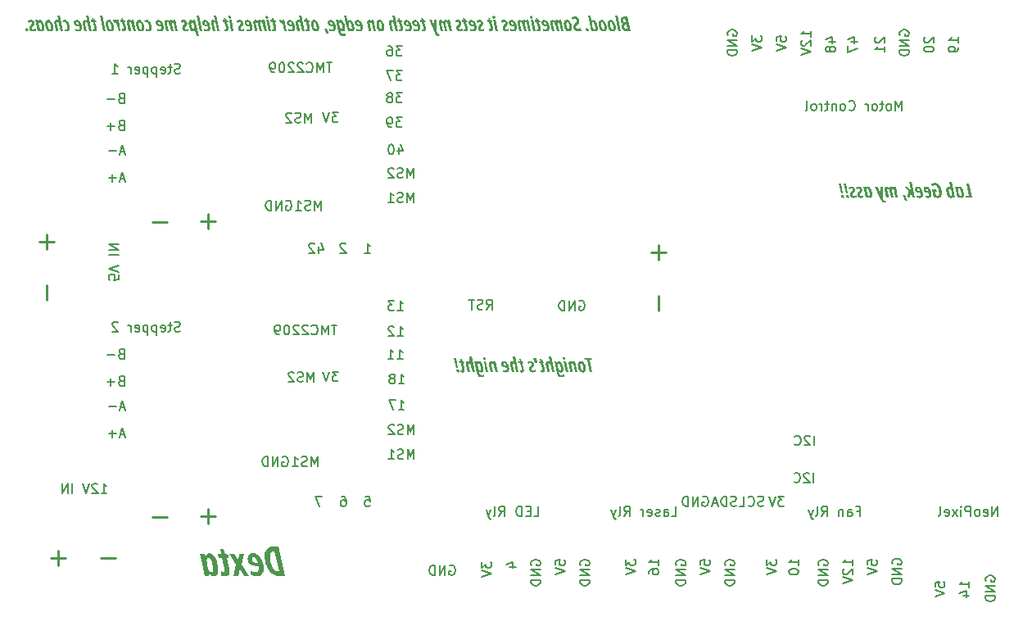
<source format=gbr>
%TF.GenerationSoftware,KiCad,Pcbnew,9.0.0*%
%TF.CreationDate,2025-03-28T18:05:30-06:00*%
%TF.ProjectId,Dark_Passenger_Turret_MCU,4461726b-5f50-4617-9373-656e6765725f,1.0*%
%TF.SameCoordinates,Original*%
%TF.FileFunction,Legend,Bot*%
%TF.FilePolarity,Positive*%
%FSLAX46Y46*%
G04 Gerber Fmt 4.6, Leading zero omitted, Abs format (unit mm)*
G04 Created by KiCad (PCBNEW 9.0.0) date 2025-03-28 18:05:30*
%MOMM*%
%LPD*%
G01*
G04 APERTURE LIST*
%ADD10C,0.200000*%
%ADD11C,0.250000*%
G04 APERTURE END LIST*
D10*
X57831517Y-75813219D02*
X58402945Y-75813219D01*
X58117231Y-75813219D02*
X58117231Y-74813219D01*
X58117231Y-74813219D02*
X58212469Y-74956076D01*
X58212469Y-74956076D02*
X58307707Y-75051314D01*
X58307707Y-75051314D02*
X58402945Y-75098933D01*
X57450564Y-74908457D02*
X57402945Y-74860838D01*
X57402945Y-74860838D02*
X57307707Y-74813219D01*
X57307707Y-74813219D02*
X57069612Y-74813219D01*
X57069612Y-74813219D02*
X56974374Y-74860838D01*
X56974374Y-74860838D02*
X56926755Y-74908457D01*
X56926755Y-74908457D02*
X56879136Y-75003695D01*
X56879136Y-75003695D02*
X56879136Y-75098933D01*
X56879136Y-75098933D02*
X56926755Y-75241790D01*
X56926755Y-75241790D02*
X57498183Y-75813219D01*
X57498183Y-75813219D02*
X56879136Y-75813219D01*
X56593421Y-74813219D02*
X56260088Y-75813219D01*
X56260088Y-75813219D02*
X55926755Y-74813219D01*
X54831516Y-75813219D02*
X54831516Y-74813219D01*
X54355326Y-75813219D02*
X54355326Y-74813219D01*
X54355326Y-74813219D02*
X53783898Y-75813219D01*
X53783898Y-75813219D02*
X53783898Y-74813219D01*
X59603780Y-53256136D02*
X59603780Y-53732326D01*
X59603780Y-53732326D02*
X59127590Y-53779945D01*
X59127590Y-53779945D02*
X59175209Y-53732326D01*
X59175209Y-53732326D02*
X59222828Y-53637088D01*
X59222828Y-53637088D02*
X59222828Y-53398993D01*
X59222828Y-53398993D02*
X59175209Y-53303755D01*
X59175209Y-53303755D02*
X59127590Y-53256136D01*
X59127590Y-53256136D02*
X59032352Y-53208517D01*
X59032352Y-53208517D02*
X58794257Y-53208517D01*
X58794257Y-53208517D02*
X58699019Y-53256136D01*
X58699019Y-53256136D02*
X58651400Y-53303755D01*
X58651400Y-53303755D02*
X58603780Y-53398993D01*
X58603780Y-53398993D02*
X58603780Y-53637088D01*
X58603780Y-53637088D02*
X58651400Y-53732326D01*
X58651400Y-53732326D02*
X58699019Y-53779945D01*
X59603780Y-52922802D02*
X58603780Y-52589469D01*
X58603780Y-52589469D02*
X59603780Y-52256136D01*
X58603780Y-51160897D02*
X59603780Y-51160897D01*
X58603780Y-50684707D02*
X59603780Y-50684707D01*
X59603780Y-50684707D02*
X58603780Y-50113279D01*
X58603780Y-50113279D02*
X59603780Y-50113279D01*
X65972145Y-32401800D02*
X65829288Y-32449419D01*
X65829288Y-32449419D02*
X65591193Y-32449419D01*
X65591193Y-32449419D02*
X65495955Y-32401800D01*
X65495955Y-32401800D02*
X65448336Y-32354180D01*
X65448336Y-32354180D02*
X65400717Y-32258942D01*
X65400717Y-32258942D02*
X65400717Y-32163704D01*
X65400717Y-32163704D02*
X65448336Y-32068466D01*
X65448336Y-32068466D02*
X65495955Y-32020847D01*
X65495955Y-32020847D02*
X65591193Y-31973228D01*
X65591193Y-31973228D02*
X65781669Y-31925609D01*
X65781669Y-31925609D02*
X65876907Y-31877990D01*
X65876907Y-31877990D02*
X65924526Y-31830371D01*
X65924526Y-31830371D02*
X65972145Y-31735133D01*
X65972145Y-31735133D02*
X65972145Y-31639895D01*
X65972145Y-31639895D02*
X65924526Y-31544657D01*
X65924526Y-31544657D02*
X65876907Y-31497038D01*
X65876907Y-31497038D02*
X65781669Y-31449419D01*
X65781669Y-31449419D02*
X65543574Y-31449419D01*
X65543574Y-31449419D02*
X65400717Y-31497038D01*
X65115002Y-31782752D02*
X64734050Y-31782752D01*
X64972145Y-31449419D02*
X64972145Y-32306561D01*
X64972145Y-32306561D02*
X64924526Y-32401800D01*
X64924526Y-32401800D02*
X64829288Y-32449419D01*
X64829288Y-32449419D02*
X64734050Y-32449419D01*
X64019764Y-32401800D02*
X64115002Y-32449419D01*
X64115002Y-32449419D02*
X64305478Y-32449419D01*
X64305478Y-32449419D02*
X64400716Y-32401800D01*
X64400716Y-32401800D02*
X64448335Y-32306561D01*
X64448335Y-32306561D02*
X64448335Y-31925609D01*
X64448335Y-31925609D02*
X64400716Y-31830371D01*
X64400716Y-31830371D02*
X64305478Y-31782752D01*
X64305478Y-31782752D02*
X64115002Y-31782752D01*
X64115002Y-31782752D02*
X64019764Y-31830371D01*
X64019764Y-31830371D02*
X63972145Y-31925609D01*
X63972145Y-31925609D02*
X63972145Y-32020847D01*
X63972145Y-32020847D02*
X64448335Y-32116085D01*
X63543573Y-31782752D02*
X63543573Y-32782752D01*
X63543573Y-31830371D02*
X63448335Y-31782752D01*
X63448335Y-31782752D02*
X63257859Y-31782752D01*
X63257859Y-31782752D02*
X63162621Y-31830371D01*
X63162621Y-31830371D02*
X63115002Y-31877990D01*
X63115002Y-31877990D02*
X63067383Y-31973228D01*
X63067383Y-31973228D02*
X63067383Y-32258942D01*
X63067383Y-32258942D02*
X63115002Y-32354180D01*
X63115002Y-32354180D02*
X63162621Y-32401800D01*
X63162621Y-32401800D02*
X63257859Y-32449419D01*
X63257859Y-32449419D02*
X63448335Y-32449419D01*
X63448335Y-32449419D02*
X63543573Y-32401800D01*
X62638811Y-31782752D02*
X62638811Y-32782752D01*
X62638811Y-31830371D02*
X62543573Y-31782752D01*
X62543573Y-31782752D02*
X62353097Y-31782752D01*
X62353097Y-31782752D02*
X62257859Y-31830371D01*
X62257859Y-31830371D02*
X62210240Y-31877990D01*
X62210240Y-31877990D02*
X62162621Y-31973228D01*
X62162621Y-31973228D02*
X62162621Y-32258942D01*
X62162621Y-32258942D02*
X62210240Y-32354180D01*
X62210240Y-32354180D02*
X62257859Y-32401800D01*
X62257859Y-32401800D02*
X62353097Y-32449419D01*
X62353097Y-32449419D02*
X62543573Y-32449419D01*
X62543573Y-32449419D02*
X62638811Y-32401800D01*
X61353097Y-32401800D02*
X61448335Y-32449419D01*
X61448335Y-32449419D02*
X61638811Y-32449419D01*
X61638811Y-32449419D02*
X61734049Y-32401800D01*
X61734049Y-32401800D02*
X61781668Y-32306561D01*
X61781668Y-32306561D02*
X61781668Y-31925609D01*
X61781668Y-31925609D02*
X61734049Y-31830371D01*
X61734049Y-31830371D02*
X61638811Y-31782752D01*
X61638811Y-31782752D02*
X61448335Y-31782752D01*
X61448335Y-31782752D02*
X61353097Y-31830371D01*
X61353097Y-31830371D02*
X61305478Y-31925609D01*
X61305478Y-31925609D02*
X61305478Y-32020847D01*
X61305478Y-32020847D02*
X61781668Y-32116085D01*
X60876906Y-32449419D02*
X60876906Y-31782752D01*
X60876906Y-31973228D02*
X60829287Y-31877990D01*
X60829287Y-31877990D02*
X60781668Y-31830371D01*
X60781668Y-31830371D02*
X60686430Y-31782752D01*
X60686430Y-31782752D02*
X60591192Y-31782752D01*
X58972144Y-32449419D02*
X59543572Y-32449419D01*
X59257858Y-32449419D02*
X59257858Y-31449419D01*
X59257858Y-31449419D02*
X59353096Y-31592276D01*
X59353096Y-31592276D02*
X59448334Y-31687514D01*
X59448334Y-31687514D02*
X59543572Y-31735133D01*
G36*
X112528519Y-28066000D02*
G01*
X112123229Y-28066000D01*
X112016000Y-28057435D01*
X111925273Y-28033226D01*
X111848089Y-27994650D01*
X111779520Y-27941715D01*
X111723881Y-27879691D01*
X111680111Y-27807713D01*
X111648683Y-27729063D01*
X111629797Y-27646773D01*
X111623416Y-27559867D01*
X111624374Y-27547319D01*
X111894343Y-27547319D01*
X111900512Y-27623116D01*
X111918523Y-27692216D01*
X111949625Y-27753513D01*
X111992986Y-27800385D01*
X112028605Y-27822562D01*
X112071408Y-27836408D01*
X112123229Y-27841327D01*
X112217659Y-27841327D01*
X112123229Y-27393996D01*
X112028707Y-27393996D01*
X111971297Y-27403936D01*
X111930063Y-27431823D01*
X111911276Y-27459214D01*
X111898945Y-27496653D01*
X111894343Y-27547319D01*
X111624374Y-27547319D01*
X111628353Y-27495220D01*
X111642533Y-27438284D01*
X111665457Y-27387768D01*
X111697538Y-27343196D01*
X111735752Y-27310017D01*
X111780861Y-27286926D01*
X111780861Y-27278500D01*
X111691944Y-27241472D01*
X111623062Y-27190222D01*
X111570935Y-27124169D01*
X111533710Y-27046904D01*
X111511318Y-26964425D01*
X111507290Y-26917264D01*
X111780861Y-26917264D01*
X111787233Y-26982918D01*
X111806141Y-27044393D01*
X111837157Y-27099124D01*
X111878589Y-27142029D01*
X111929713Y-27170150D01*
X111990880Y-27179764D01*
X112076975Y-27179764D01*
X111992986Y-26787113D01*
X111915317Y-26787113D01*
X111853812Y-26796144D01*
X111814117Y-26820000D01*
X111789918Y-26858473D01*
X111780861Y-26917264D01*
X111507290Y-26917264D01*
X111503707Y-26875316D01*
X111509905Y-26802666D01*
X111527100Y-26744105D01*
X111554082Y-26696805D01*
X111591035Y-26656184D01*
X111635164Y-26623391D01*
X111687439Y-26598069D01*
X111772889Y-26574601D01*
X111866957Y-26566562D01*
X112211431Y-26566562D01*
X112528519Y-28066000D01*
G37*
G36*
X111540343Y-28066000D02*
G01*
X111200174Y-26470025D01*
X110948207Y-26470025D01*
X111288376Y-28066000D01*
X111540343Y-28066000D01*
G37*
G36*
X110566112Y-26906977D02*
G01*
X110634184Y-26925676D01*
X110695141Y-26956191D01*
X110776324Y-27020030D01*
X110845259Y-27102095D01*
X110900879Y-27196325D01*
X110945001Y-27300573D01*
X110977954Y-27409453D01*
X111000689Y-27517919D01*
X111014348Y-27624806D01*
X111018549Y-27715297D01*
X111012544Y-27804001D01*
X110995789Y-27877611D01*
X110969618Y-27938698D01*
X110934560Y-27989338D01*
X110889309Y-28031335D01*
X110836171Y-28061524D01*
X110773572Y-28080333D01*
X110699262Y-28086974D01*
X110626522Y-28081016D01*
X110561560Y-28063767D01*
X110502983Y-28035591D01*
X110424048Y-27976051D01*
X110354880Y-27898021D01*
X110298086Y-27807483D01*
X110252023Y-27704856D01*
X110217310Y-27596493D01*
X110193222Y-27486411D01*
X110178867Y-27376220D01*
X110174262Y-27274286D01*
X110174453Y-27272180D01*
X110428428Y-27272180D01*
X110432358Y-27354384D01*
X110445280Y-27453805D01*
X110465800Y-27554391D01*
X110493549Y-27651275D01*
X110529473Y-27741439D01*
X110569112Y-27809819D01*
X110601952Y-27846592D01*
X110635083Y-27866462D01*
X110669862Y-27872834D01*
X110712043Y-27862518D01*
X110741303Y-27831893D01*
X110757915Y-27786092D01*
X110764384Y-27717404D01*
X110754950Y-27580933D01*
X110725549Y-27421290D01*
X110702866Y-27341474D01*
X110676182Y-27270165D01*
X110643495Y-27205402D01*
X110609045Y-27157782D01*
X110567634Y-27125016D01*
X110522950Y-27114735D01*
X110484326Y-27123135D01*
X110456155Y-27147817D01*
X110436453Y-27193796D01*
X110428428Y-27272180D01*
X110174453Y-27272180D01*
X110184539Y-27160846D01*
X110212876Y-27071185D01*
X110257244Y-27000246D01*
X110302121Y-26957172D01*
X110354630Y-26926364D01*
X110416293Y-26907241D01*
X110489336Y-26900503D01*
X110566112Y-26906977D01*
G37*
G36*
X109634082Y-26906977D02*
G01*
X109702154Y-26925676D01*
X109763110Y-26956191D01*
X109844293Y-27020030D01*
X109913228Y-27102095D01*
X109968848Y-27196325D01*
X110012971Y-27300573D01*
X110045924Y-27409453D01*
X110068658Y-27517919D01*
X110082317Y-27624806D01*
X110086518Y-27715297D01*
X110080514Y-27804001D01*
X110063759Y-27877611D01*
X110037587Y-27938698D01*
X110002529Y-27989338D01*
X109957278Y-28031335D01*
X109904140Y-28061524D01*
X109841541Y-28080333D01*
X109767232Y-28086974D01*
X109694491Y-28081016D01*
X109629529Y-28063767D01*
X109570952Y-28035591D01*
X109492018Y-27976051D01*
X109422849Y-27898021D01*
X109366055Y-27807483D01*
X109319993Y-27704856D01*
X109285279Y-27596493D01*
X109261191Y-27486411D01*
X109246837Y-27376220D01*
X109242232Y-27274286D01*
X109242423Y-27272180D01*
X109496397Y-27272180D01*
X109500328Y-27354384D01*
X109513250Y-27453805D01*
X109533769Y-27554391D01*
X109561518Y-27651275D01*
X109597443Y-27741439D01*
X109637081Y-27809819D01*
X109669921Y-27846592D01*
X109703052Y-27866462D01*
X109737831Y-27872834D01*
X109780012Y-27862518D01*
X109809272Y-27831893D01*
X109825884Y-27786092D01*
X109832353Y-27717404D01*
X109822919Y-27580933D01*
X109793518Y-27421290D01*
X109770835Y-27341474D01*
X109744151Y-27270165D01*
X109711464Y-27205402D01*
X109677015Y-27157782D01*
X109635603Y-27125016D01*
X109590919Y-27114735D01*
X109552295Y-27123135D01*
X109524124Y-27147817D01*
X109504422Y-27193796D01*
X109496397Y-27272180D01*
X109242423Y-27272180D01*
X109252508Y-27160846D01*
X109280845Y-27071185D01*
X109325213Y-27000246D01*
X109370090Y-26957172D01*
X109422599Y-26926364D01*
X109484262Y-26907241D01*
X109557305Y-26900503D01*
X109634082Y-26906977D01*
G37*
G36*
X108465631Y-26850128D02*
G01*
X108481385Y-26936224D01*
X108497138Y-27043294D01*
X108503458Y-27043294D01*
X108525719Y-26997345D01*
X108553665Y-26961858D01*
X108587447Y-26935216D01*
X108647257Y-26909337D01*
X108715583Y-26900503D01*
X108773647Y-26907038D01*
X108827081Y-26926413D01*
X108877241Y-26959305D01*
X108942535Y-27026046D01*
X109001164Y-27115742D01*
X109049028Y-27216564D01*
X109089366Y-27327867D01*
X109120517Y-27442496D01*
X109141848Y-27554647D01*
X109154694Y-27664330D01*
X109158609Y-27755231D01*
X109150898Y-27857348D01*
X109129903Y-27936986D01*
X109097793Y-27998772D01*
X109051589Y-28048125D01*
X108996570Y-28076998D01*
X108929723Y-28086974D01*
X108854915Y-28076329D01*
X108795359Y-28046033D01*
X108741883Y-27999136D01*
X108679863Y-27929529D01*
X108673543Y-27929529D01*
X108675649Y-28066000D01*
X108471951Y-28066000D01*
X108300080Y-27259632D01*
X108568579Y-27259632D01*
X108578013Y-27388775D01*
X108608513Y-27549426D01*
X108631878Y-27631691D01*
X108658888Y-27706963D01*
X108692246Y-27775508D01*
X108729230Y-27826672D01*
X108774052Y-27861779D01*
X108822653Y-27872834D01*
X108852355Y-27865555D01*
X108874934Y-27843316D01*
X108891374Y-27799957D01*
X108898216Y-27723724D01*
X108887774Y-27597694D01*
X108858374Y-27439150D01*
X108836547Y-27357979D01*
X108810014Y-27283720D01*
X108777043Y-27216021D01*
X108741778Y-27166117D01*
X108699671Y-27131500D01*
X108656782Y-27120963D01*
X108620274Y-27128584D01*
X108594010Y-27150695D01*
X108575899Y-27191248D01*
X108568579Y-27259632D01*
X108300080Y-27259632D01*
X108131782Y-26470025D01*
X108383749Y-26470025D01*
X108465631Y-26850128D01*
G37*
G36*
X108108701Y-28086974D02*
G01*
X108167860Y-28078619D01*
X108205621Y-28056747D01*
X108228327Y-28021947D01*
X108236745Y-27969371D01*
X108231202Y-27916454D01*
X108214882Y-27868211D01*
X108187469Y-27823466D01*
X108150495Y-27788229D01*
X108104853Y-27766955D01*
X108047793Y-27759444D01*
X107996010Y-27767826D01*
X107959590Y-27790952D01*
X107936386Y-27827018D01*
X107928083Y-27876956D01*
X107934511Y-27936422D01*
X107952807Y-27986120D01*
X107982671Y-28028172D01*
X108022001Y-28061528D01*
X108063550Y-28080619D01*
X108108701Y-28086974D01*
G37*
G36*
X107117594Y-28086974D02*
G01*
X107217468Y-28081705D01*
X107301325Y-28067007D01*
X107378078Y-28040659D01*
X107443017Y-28002985D01*
X107390535Y-27732058D01*
X107332480Y-27771010D01*
X107262491Y-27806705D01*
X107188151Y-27831271D01*
X107115487Y-27839220D01*
X107063889Y-27833843D01*
X107017747Y-27818137D01*
X106975811Y-27791959D01*
X106944106Y-27756107D01*
X106923644Y-27705662D01*
X106916002Y-27635521D01*
X106922798Y-27573109D01*
X106942288Y-27520025D01*
X106977964Y-27468187D01*
X107052473Y-27389783D01*
X107133800Y-27302723D01*
X107189035Y-27219698D01*
X107213768Y-27160555D01*
X107229556Y-27089912D01*
X107235197Y-27005467D01*
X107228974Y-26918609D01*
X107210947Y-26840326D01*
X107181616Y-26769253D01*
X107140297Y-26704994D01*
X107087829Y-26650683D01*
X107023072Y-26605488D01*
X106950705Y-26573219D01*
X106865480Y-26552824D01*
X106764785Y-26545588D01*
X106684552Y-26551705D01*
X106598822Y-26570775D01*
X106516905Y-26601745D01*
X106447697Y-26642216D01*
X106567406Y-26879529D01*
X106624634Y-26841193D01*
X106677682Y-26813400D01*
X106731119Y-26794971D01*
X106779440Y-26789220D01*
X106826623Y-26794673D01*
X106868563Y-26810638D01*
X106906568Y-26837489D01*
X106935396Y-26873026D01*
X106953499Y-26918868D01*
X106960057Y-26978172D01*
X106951562Y-27040454D01*
X106926443Y-27095775D01*
X106884431Y-27149388D01*
X106806734Y-27226018D01*
X106727243Y-27310236D01*
X106676583Y-27393996D01*
X106655119Y-27454088D01*
X106641483Y-27524213D01*
X106636649Y-27606121D01*
X106642756Y-27691622D01*
X106660680Y-27771078D01*
X106690230Y-27845540D01*
X106731714Y-27913356D01*
X106784888Y-27971511D01*
X106850881Y-28020845D01*
X106925001Y-28056473D01*
X107012917Y-28078976D01*
X107117594Y-28086974D01*
G37*
G36*
X106048108Y-26906977D02*
G01*
X106116180Y-26925676D01*
X106177137Y-26956191D01*
X106258320Y-27020030D01*
X106327254Y-27102095D01*
X106382874Y-27196325D01*
X106426997Y-27300573D01*
X106459950Y-27409453D01*
X106482684Y-27517919D01*
X106496343Y-27624806D01*
X106500545Y-27715297D01*
X106494540Y-27804001D01*
X106477785Y-27877611D01*
X106451614Y-27938698D01*
X106416556Y-27989338D01*
X106371305Y-28031335D01*
X106318166Y-28061524D01*
X106255568Y-28080333D01*
X106181258Y-28086974D01*
X106108518Y-28081016D01*
X106043556Y-28063767D01*
X105984979Y-28035591D01*
X105906044Y-27976051D01*
X105836876Y-27898021D01*
X105780081Y-27807483D01*
X105734019Y-27704856D01*
X105699306Y-27596493D01*
X105675218Y-27486411D01*
X105660863Y-27376220D01*
X105656258Y-27274286D01*
X105656449Y-27272180D01*
X105910424Y-27272180D01*
X105914354Y-27354384D01*
X105927276Y-27453805D01*
X105947796Y-27554391D01*
X105975545Y-27651275D01*
X106011469Y-27741439D01*
X106051107Y-27809819D01*
X106083948Y-27846592D01*
X106117078Y-27866462D01*
X106151858Y-27872834D01*
X106194038Y-27862518D01*
X106223299Y-27831893D01*
X106239911Y-27786092D01*
X106246380Y-27717404D01*
X106236946Y-27580933D01*
X106207545Y-27421290D01*
X106184862Y-27341474D01*
X106158177Y-27270165D01*
X106125490Y-27205402D01*
X106091041Y-27157782D01*
X106049629Y-27125016D01*
X106004945Y-27114735D01*
X105966322Y-27123135D01*
X105938151Y-27147817D01*
X105918448Y-27193796D01*
X105910424Y-27272180D01*
X105656449Y-27272180D01*
X105666535Y-27160846D01*
X105694872Y-27071185D01*
X105739240Y-27000246D01*
X105784116Y-26957172D01*
X105836626Y-26926364D01*
X105898289Y-26907241D01*
X105971332Y-26900503D01*
X106048108Y-26906977D01*
G37*
G36*
X105627224Y-28066000D02*
G01*
X105383683Y-26921478D01*
X105179985Y-26921478D01*
X105194639Y-27060055D01*
X105186305Y-27060055D01*
X105134806Y-26993355D01*
X105076029Y-26943551D01*
X105008642Y-26911286D01*
X104934246Y-26900503D01*
X104855708Y-26910443D01*
X104797404Y-26937704D01*
X104754218Y-26981559D01*
X104724228Y-27045400D01*
X104717999Y-27045400D01*
X104664659Y-26984773D01*
X104603511Y-26939338D01*
X104534609Y-26910242D01*
X104459713Y-26900503D01*
X104395136Y-26907847D01*
X104344024Y-26928352D01*
X104303275Y-26961411D01*
X104273594Y-27005243D01*
X104254549Y-27062087D01*
X104247588Y-27135709D01*
X104253907Y-27214477D01*
X104268562Y-27303687D01*
X104430312Y-28066000D01*
X104682279Y-28066000D01*
X104535275Y-27368808D01*
X104519522Y-27287933D01*
X104514301Y-27221805D01*
X104523431Y-27166873D01*
X104546158Y-27138954D01*
X104583544Y-27129389D01*
X104627905Y-27139348D01*
X104666525Y-27170330D01*
X104697270Y-27215203D01*
X104723220Y-27273279D01*
X104757842Y-27396102D01*
X104900632Y-28066000D01*
X105152691Y-28066000D01*
X105001474Y-27360382D01*
X104987827Y-27281705D01*
X104982606Y-27219698D01*
X104991486Y-27165955D01*
X105013545Y-27138703D01*
X105049742Y-27129389D01*
X105083780Y-27134711D01*
X105114175Y-27150653D01*
X105142158Y-27178757D01*
X105175650Y-27232588D01*
X105204165Y-27302680D01*
X105242999Y-27452797D01*
X105373150Y-28066000D01*
X105627224Y-28066000D01*
G37*
G36*
X103706462Y-26910566D02*
G01*
X103783557Y-26933722D01*
X103853563Y-26971944D01*
X103916234Y-27022596D01*
X103972516Y-27084468D01*
X104022640Y-27158790D01*
X104081871Y-27281897D01*
X104125588Y-27422389D01*
X104151537Y-27569473D01*
X104160210Y-27719510D01*
X104153833Y-27806656D01*
X104135974Y-27879253D01*
X104107888Y-27939849D01*
X104069901Y-27990437D01*
X104021800Y-28031818D01*
X103965621Y-28061719D01*
X103899770Y-28080387D01*
X103822056Y-28086974D01*
X103739296Y-28082186D01*
X103661405Y-28068106D01*
X103586222Y-28042395D01*
X103509180Y-28000878D01*
X103509180Y-27805606D01*
X103583175Y-27842793D01*
X103640430Y-27864408D01*
X103697554Y-27876859D01*
X103761148Y-27881169D01*
X103809632Y-27875732D01*
X103846532Y-27860806D01*
X103874629Y-27837113D01*
X103893992Y-27805258D01*
X103907261Y-27758664D01*
X103912364Y-27692216D01*
X103909195Y-27633857D01*
X103899725Y-27576720D01*
X103882964Y-27576720D01*
X103756668Y-27569284D01*
X103650413Y-27548470D01*
X103561097Y-27515987D01*
X103486100Y-27472764D01*
X103422101Y-27415181D01*
X103376867Y-27347013D01*
X103348942Y-27266178D01*
X103341442Y-27192404D01*
X103572195Y-27192404D01*
X103579201Y-27247122D01*
X103599618Y-27294464D01*
X103634111Y-27336293D01*
X103679577Y-27365426D01*
X103750746Y-27385924D01*
X103857776Y-27393996D01*
X103864096Y-27393996D01*
X103837338Y-27304172D01*
X103807359Y-27233889D01*
X103774886Y-27179856D01*
X103733661Y-27133792D01*
X103694673Y-27109617D01*
X103656184Y-27102095D01*
X103619925Y-27108463D01*
X103594269Y-27126275D01*
X103578082Y-27153771D01*
X103572195Y-27192404D01*
X103341442Y-27192404D01*
X103339096Y-27169323D01*
X103348409Y-27088717D01*
X103374505Y-27024521D01*
X103416765Y-26972952D01*
X103472260Y-26934709D01*
X103539131Y-26911011D01*
X103620464Y-26902610D01*
X103706462Y-26910566D01*
G37*
G36*
X103046096Y-28086974D02*
G01*
X103117332Y-28078844D01*
X103168461Y-28057020D01*
X103204732Y-28022952D01*
X103230083Y-27978009D01*
X103246144Y-27923160D01*
X103251901Y-27855981D01*
X103247250Y-27784811D01*
X103230927Y-27685897D01*
X103113324Y-27133602D01*
X103216272Y-27133602D01*
X103188887Y-26999238D01*
X103048203Y-26927797D01*
X102943239Y-26677937D01*
X102764728Y-26677937D01*
X102817210Y-26921478D01*
X102638699Y-26921478D01*
X102682846Y-27133602D01*
X102861357Y-27133602D01*
X102985188Y-27717404D01*
X102993614Y-27762558D01*
X102997828Y-27799286D01*
X102990481Y-27836665D01*
X102971110Y-27856981D01*
X102936919Y-27864408D01*
X102888651Y-27859187D01*
X102825636Y-27839220D01*
X102825636Y-28042919D01*
X102876341Y-28062461D01*
X102936919Y-28076441D01*
X103046096Y-28086974D01*
G37*
G36*
X102311810Y-26772367D02*
G01*
X102367345Y-26764674D01*
X102402602Y-26744617D01*
X102423658Y-26712920D01*
X102431428Y-26665297D01*
X102427067Y-26621647D01*
X102413660Y-26577187D01*
X102390780Y-26536965D01*
X102357972Y-26504738D01*
X102316516Y-26483774D01*
X102263450Y-26476345D01*
X102207660Y-26483956D01*
X102172391Y-26503730D01*
X102151442Y-26534816D01*
X102143741Y-26581308D01*
X102149029Y-26631433D01*
X102164416Y-26675789D01*
X102189994Y-26715672D01*
X102224100Y-26747206D01*
X102264062Y-26765897D01*
X102311810Y-26772367D01*
G37*
G36*
X102719208Y-28066000D02*
G01*
X102475575Y-26921478D01*
X102225623Y-26921478D01*
X102467149Y-28066000D01*
X102719208Y-28066000D01*
G37*
G36*
X102253742Y-28066000D02*
G01*
X102010201Y-26921478D01*
X101806503Y-26921478D01*
X101821157Y-27060055D01*
X101812822Y-27060055D01*
X101761324Y-26993355D01*
X101702547Y-26943551D01*
X101635160Y-26911286D01*
X101560764Y-26900503D01*
X101482225Y-26910443D01*
X101423922Y-26937704D01*
X101380736Y-26981559D01*
X101350745Y-27045400D01*
X101344517Y-27045400D01*
X101291177Y-26984773D01*
X101230028Y-26939338D01*
X101161127Y-26910242D01*
X101086230Y-26900503D01*
X101021654Y-26907847D01*
X100970542Y-26928352D01*
X100929793Y-26961411D01*
X100900112Y-27005243D01*
X100881067Y-27062087D01*
X100874105Y-27135709D01*
X100880425Y-27214477D01*
X100895080Y-27303687D01*
X101056830Y-28066000D01*
X101308797Y-28066000D01*
X101161793Y-27368808D01*
X101146039Y-27287933D01*
X101140819Y-27221805D01*
X101149949Y-27166873D01*
X101172675Y-27138954D01*
X101210062Y-27129389D01*
X101254422Y-27139348D01*
X101293043Y-27170330D01*
X101323788Y-27215203D01*
X101349738Y-27273279D01*
X101384359Y-27396102D01*
X101527150Y-28066000D01*
X101779208Y-28066000D01*
X101627992Y-27360382D01*
X101614344Y-27281705D01*
X101609124Y-27219698D01*
X101618004Y-27165955D01*
X101640063Y-27138703D01*
X101676260Y-27129389D01*
X101710298Y-27134711D01*
X101740692Y-27150653D01*
X101768675Y-27178757D01*
X101802168Y-27232588D01*
X101830683Y-27302680D01*
X101869517Y-27452797D01*
X101999668Y-28066000D01*
X102253742Y-28066000D01*
G37*
G36*
X100332980Y-26910566D02*
G01*
X100410074Y-26933722D01*
X100480081Y-26971944D01*
X100542752Y-27022596D01*
X100599034Y-27084468D01*
X100649158Y-27158790D01*
X100708388Y-27281897D01*
X100752106Y-27422389D01*
X100778055Y-27569473D01*
X100786728Y-27719510D01*
X100780351Y-27806656D01*
X100762492Y-27879253D01*
X100734406Y-27939849D01*
X100696419Y-27990437D01*
X100648318Y-28031818D01*
X100592139Y-28061719D01*
X100526288Y-28080387D01*
X100448573Y-28086974D01*
X100365814Y-28082186D01*
X100287923Y-28068106D01*
X100212740Y-28042395D01*
X100135698Y-28000878D01*
X100135698Y-27805606D01*
X100209692Y-27842793D01*
X100266948Y-27864408D01*
X100324072Y-27876859D01*
X100387665Y-27881169D01*
X100436150Y-27875732D01*
X100473050Y-27860806D01*
X100501147Y-27837113D01*
X100520509Y-27805258D01*
X100533779Y-27758664D01*
X100538882Y-27692216D01*
X100535713Y-27633857D01*
X100526243Y-27576720D01*
X100509481Y-27576720D01*
X100383186Y-27569284D01*
X100276930Y-27548470D01*
X100187615Y-27515987D01*
X100112617Y-27472764D01*
X100048619Y-27415181D01*
X100003385Y-27347013D01*
X99975459Y-27266178D01*
X99967960Y-27192404D01*
X100198713Y-27192404D01*
X100205718Y-27247122D01*
X100226136Y-27294464D01*
X100260628Y-27336293D01*
X100306094Y-27365426D01*
X100377264Y-27385924D01*
X100484294Y-27393996D01*
X100490614Y-27393996D01*
X100463855Y-27304172D01*
X100433876Y-27233889D01*
X100401404Y-27179856D01*
X100360179Y-27133792D01*
X100321191Y-27109617D01*
X100282702Y-27102095D01*
X100246443Y-27108463D01*
X100220786Y-27126275D01*
X100204599Y-27153771D01*
X100198713Y-27192404D01*
X99967960Y-27192404D01*
X99965614Y-27169323D01*
X99974927Y-27088717D01*
X100001023Y-27024521D01*
X100043283Y-26972952D01*
X100098778Y-26934709D01*
X100165648Y-26911011D01*
X100246981Y-26902610D01*
X100332980Y-26910566D01*
G37*
G36*
X99687360Y-28086974D02*
G01*
X99777981Y-28082354D01*
X99845904Y-28070121D01*
X99907267Y-28050232D01*
X99958286Y-28026066D01*
X99958286Y-27784632D01*
X99904482Y-27818029D01*
X99840683Y-27844441D01*
X99774567Y-27861361D01*
X99718867Y-27866514D01*
X99660309Y-27857956D01*
X99616011Y-27833999D01*
X99594430Y-27809624D01*
X99580958Y-27777834D01*
X99576077Y-27736272D01*
X99581202Y-27695046D01*
X99597051Y-27653382D01*
X99625960Y-27611348D01*
X99687360Y-27547319D01*
X99759133Y-27471334D01*
X99799742Y-27404529D01*
X99822451Y-27333059D01*
X99830150Y-27255419D01*
X99819697Y-27160218D01*
X99789209Y-27075900D01*
X99757688Y-27025687D01*
X99718031Y-26983203D01*
X99669500Y-26947764D01*
X99615084Y-26922270D01*
X99551004Y-26906200D01*
X99475235Y-26900503D01*
X99386876Y-26906686D01*
X99306250Y-26924683D01*
X99231848Y-26953531D01*
X99172801Y-26988705D01*
X99273643Y-27181871D01*
X99321836Y-27148864D01*
X99372378Y-27126275D01*
X99423472Y-27112439D01*
X99462687Y-27108415D01*
X99508812Y-27116137D01*
X99542463Y-27137816D01*
X99564141Y-27171466D01*
X99571864Y-27217591D01*
X99567100Y-27258242D01*
X99552996Y-27295352D01*
X99526274Y-27331979D01*
X99466809Y-27389783D01*
X99394776Y-27463103D01*
X99348198Y-27528452D01*
X99327797Y-27574896D01*
X99314326Y-27634693D01*
X99309364Y-27711084D01*
X99314531Y-27779989D01*
X99329645Y-27843383D01*
X99354518Y-27902235D01*
X99389031Y-27955672D01*
X99431835Y-28000576D01*
X99483661Y-28037698D01*
X99541575Y-28064365D01*
X99608838Y-28081081D01*
X99687360Y-28086974D01*
G37*
G36*
X98451796Y-26772367D02*
G01*
X98507331Y-26764674D01*
X98542588Y-26744617D01*
X98563644Y-26712920D01*
X98571414Y-26665297D01*
X98567054Y-26621647D01*
X98553646Y-26577187D01*
X98530766Y-26536965D01*
X98497958Y-26504738D01*
X98456502Y-26483774D01*
X98403436Y-26476345D01*
X98347646Y-26483956D01*
X98312377Y-26503730D01*
X98291428Y-26534816D01*
X98283727Y-26581308D01*
X98289015Y-26631433D01*
X98304402Y-26675789D01*
X98329980Y-26715672D01*
X98364086Y-26747206D01*
X98404048Y-26765897D01*
X98451796Y-26772367D01*
G37*
G36*
X98859194Y-28066000D02*
G01*
X98615561Y-26921478D01*
X98365609Y-26921478D01*
X98607135Y-28066000D01*
X98859194Y-28066000D01*
G37*
G36*
X98106040Y-28086974D02*
G01*
X98177277Y-28078844D01*
X98228405Y-28057020D01*
X98264676Y-28022952D01*
X98290027Y-27978009D01*
X98306089Y-27923160D01*
X98311845Y-27855981D01*
X98307194Y-27784811D01*
X98290871Y-27685897D01*
X98173268Y-27133602D01*
X98276216Y-27133602D01*
X98248831Y-26999238D01*
X98108147Y-26927797D01*
X98003183Y-26677937D01*
X97824672Y-26677937D01*
X97877154Y-26921478D01*
X97698643Y-26921478D01*
X97742790Y-27133602D01*
X97921301Y-27133602D01*
X98045132Y-27717404D01*
X98053559Y-27762558D01*
X98057772Y-27799286D01*
X98050425Y-27836665D01*
X98031054Y-27856981D01*
X97996864Y-27864408D01*
X97948595Y-27859187D01*
X97885581Y-27839220D01*
X97885581Y-28042919D01*
X97936285Y-28062461D01*
X97996864Y-28076441D01*
X98106040Y-28086974D01*
G37*
G36*
X97149188Y-28086974D02*
G01*
X97239809Y-28082354D01*
X97307732Y-28070121D01*
X97369096Y-28050232D01*
X97420115Y-28026066D01*
X97420115Y-27784632D01*
X97366310Y-27818029D01*
X97302512Y-27844441D01*
X97236395Y-27861361D01*
X97180696Y-27866514D01*
X97122137Y-27857956D01*
X97077839Y-27833999D01*
X97056258Y-27809624D01*
X97042787Y-27777834D01*
X97037905Y-27736272D01*
X97043030Y-27695046D01*
X97058880Y-27653382D01*
X97087789Y-27611348D01*
X97149188Y-27547319D01*
X97220961Y-27471334D01*
X97261571Y-27404529D01*
X97284280Y-27333059D01*
X97291979Y-27255419D01*
X97281525Y-27160218D01*
X97251038Y-27075900D01*
X97219517Y-27025687D01*
X97179860Y-26983203D01*
X97131328Y-26947764D01*
X97076912Y-26922270D01*
X97012833Y-26906200D01*
X96937063Y-26900503D01*
X96848704Y-26906686D01*
X96768078Y-26924683D01*
X96693676Y-26953531D01*
X96634630Y-26988705D01*
X96735471Y-27181871D01*
X96783664Y-27148864D01*
X96834207Y-27126275D01*
X96885300Y-27112439D01*
X96924515Y-27108415D01*
X96970641Y-27116137D01*
X97004291Y-27137816D01*
X97025970Y-27171466D01*
X97033692Y-27217591D01*
X97028929Y-27258242D01*
X97014824Y-27295352D01*
X96988103Y-27331979D01*
X96928637Y-27389783D01*
X96856605Y-27463103D01*
X96810027Y-27528452D01*
X96789625Y-27574896D01*
X96776154Y-27634693D01*
X96771192Y-27711084D01*
X96776359Y-27779989D01*
X96791474Y-27843383D01*
X96816346Y-27902235D01*
X96850859Y-27955672D01*
X96893663Y-28000576D01*
X96945490Y-28037698D01*
X97003403Y-28064365D01*
X97070666Y-28081081D01*
X97149188Y-28086974D01*
G37*
G36*
X96169616Y-26910566D02*
G01*
X96246711Y-26933722D01*
X96316717Y-26971944D01*
X96379389Y-27022596D01*
X96435670Y-27084468D01*
X96485794Y-27158790D01*
X96545025Y-27281897D01*
X96588743Y-27422389D01*
X96614691Y-27569473D01*
X96623364Y-27719510D01*
X96616987Y-27806656D01*
X96599128Y-27879253D01*
X96571042Y-27939849D01*
X96533055Y-27990437D01*
X96484954Y-28031818D01*
X96428775Y-28061719D01*
X96362925Y-28080387D01*
X96285210Y-28086974D01*
X96202451Y-28082186D01*
X96124559Y-28068106D01*
X96049376Y-28042395D01*
X95972335Y-28000878D01*
X95972335Y-27805606D01*
X96046329Y-27842793D01*
X96103585Y-27864408D01*
X96160708Y-27876859D01*
X96224302Y-27881169D01*
X96272787Y-27875732D01*
X96309687Y-27860806D01*
X96337783Y-27837113D01*
X96357146Y-27805258D01*
X96370415Y-27758664D01*
X96375519Y-27692216D01*
X96372349Y-27633857D01*
X96362879Y-27576720D01*
X96346118Y-27576720D01*
X96219822Y-27569284D01*
X96113567Y-27548470D01*
X96024251Y-27515987D01*
X95949254Y-27472764D01*
X95885256Y-27415181D01*
X95840021Y-27347013D01*
X95812096Y-27266178D01*
X95804596Y-27192404D01*
X96035349Y-27192404D01*
X96042355Y-27247122D01*
X96062772Y-27294464D01*
X96097265Y-27336293D01*
X96142731Y-27365426D01*
X96213900Y-27385924D01*
X96320930Y-27393996D01*
X96327250Y-27393996D01*
X96300492Y-27304172D01*
X96270513Y-27233889D01*
X96238040Y-27179856D01*
X96196815Y-27133792D01*
X96157828Y-27109617D01*
X96119338Y-27102095D01*
X96083079Y-27108463D01*
X96057423Y-27126275D01*
X96041236Y-27153771D01*
X96035349Y-27192404D01*
X95804596Y-27192404D01*
X95802250Y-27169323D01*
X95811563Y-27088717D01*
X95837659Y-27024521D01*
X95879919Y-26972952D01*
X95935415Y-26934709D01*
X96002285Y-26911011D01*
X96083618Y-26902610D01*
X96169616Y-26910566D01*
G37*
G36*
X95509250Y-28086974D02*
G01*
X95580487Y-28078844D01*
X95631615Y-28057020D01*
X95667886Y-28022952D01*
X95693237Y-27978009D01*
X95709299Y-27923160D01*
X95715055Y-27855981D01*
X95710404Y-27784811D01*
X95694081Y-27685897D01*
X95576478Y-27133602D01*
X95679426Y-27133602D01*
X95652041Y-26999238D01*
X95511357Y-26927797D01*
X95406393Y-26677937D01*
X95227883Y-26677937D01*
X95280364Y-26921478D01*
X95101853Y-26921478D01*
X95146000Y-27133602D01*
X95324511Y-27133602D01*
X95448342Y-27717404D01*
X95456769Y-27762558D01*
X95460982Y-27799286D01*
X95453635Y-27836665D01*
X95434264Y-27856981D01*
X95400074Y-27864408D01*
X95351805Y-27859187D01*
X95288791Y-27839220D01*
X95288791Y-28042919D01*
X95339495Y-28062461D01*
X95400074Y-28076441D01*
X95509250Y-28086974D01*
G37*
G36*
X94911435Y-28086974D02*
G01*
X95002056Y-28082354D01*
X95069980Y-28070121D01*
X95131343Y-28050232D01*
X95182362Y-28026066D01*
X95182362Y-27784632D01*
X95128557Y-27818029D01*
X95064759Y-27844441D01*
X94998642Y-27861361D01*
X94942943Y-27866514D01*
X94884384Y-27857956D01*
X94840086Y-27833999D01*
X94818506Y-27809624D01*
X94805034Y-27777834D01*
X94800152Y-27736272D01*
X94805277Y-27695046D01*
X94821127Y-27653382D01*
X94850036Y-27611348D01*
X94911435Y-27547319D01*
X94983208Y-27471334D01*
X95023818Y-27404529D01*
X95046527Y-27333059D01*
X95054226Y-27255419D01*
X95043772Y-27160218D01*
X95013285Y-27075900D01*
X94981764Y-27025687D01*
X94942107Y-26983203D01*
X94893575Y-26947764D01*
X94839159Y-26922270D01*
X94775080Y-26906200D01*
X94699310Y-26900503D01*
X94610951Y-26906686D01*
X94530325Y-26924683D01*
X94455923Y-26953531D01*
X94396877Y-26988705D01*
X94497719Y-27181871D01*
X94545911Y-27148864D01*
X94596454Y-27126275D01*
X94647547Y-27112439D01*
X94686762Y-27108415D01*
X94732888Y-27116137D01*
X94766538Y-27137816D01*
X94788217Y-27171466D01*
X94795939Y-27217591D01*
X94791176Y-27258242D01*
X94777071Y-27295352D01*
X94750350Y-27331979D01*
X94690884Y-27389783D01*
X94618852Y-27463103D01*
X94572274Y-27528452D01*
X94551872Y-27574896D01*
X94538401Y-27634693D01*
X94533439Y-27711084D01*
X94538606Y-27779989D01*
X94553721Y-27843383D01*
X94578593Y-27902235D01*
X94613106Y-27955672D01*
X94655910Y-28000576D01*
X94707737Y-28037698D01*
X94765650Y-28064365D01*
X94832913Y-28081081D01*
X94911435Y-28086974D01*
G37*
G36*
X94085284Y-28066000D02*
G01*
X93841743Y-26921478D01*
X93638045Y-26921478D01*
X93652699Y-27060055D01*
X93644365Y-27060055D01*
X93592866Y-26993355D01*
X93534089Y-26943551D01*
X93466702Y-26911286D01*
X93392306Y-26900503D01*
X93313768Y-26910443D01*
X93255465Y-26937704D01*
X93212278Y-26981559D01*
X93182288Y-27045400D01*
X93176059Y-27045400D01*
X93122719Y-26984773D01*
X93061571Y-26939338D01*
X92992669Y-26910242D01*
X92917773Y-26900503D01*
X92853196Y-26907847D01*
X92802084Y-26928352D01*
X92761335Y-26961411D01*
X92731654Y-27005243D01*
X92712609Y-27062087D01*
X92705648Y-27135709D01*
X92711967Y-27214477D01*
X92726622Y-27303687D01*
X92888372Y-28066000D01*
X93140339Y-28066000D01*
X92993335Y-27368808D01*
X92977582Y-27287933D01*
X92972361Y-27221805D01*
X92981491Y-27166873D01*
X93004218Y-27138954D01*
X93041604Y-27129389D01*
X93085965Y-27139348D01*
X93124585Y-27170330D01*
X93155330Y-27215203D01*
X93181280Y-27273279D01*
X93215902Y-27396102D01*
X93358692Y-28066000D01*
X93610751Y-28066000D01*
X93459534Y-27360382D01*
X93445887Y-27281705D01*
X93440666Y-27219698D01*
X93449546Y-27165955D01*
X93471605Y-27138703D01*
X93507802Y-27129389D01*
X93541840Y-27134711D01*
X93572235Y-27150653D01*
X93600218Y-27178757D01*
X93633710Y-27232588D01*
X93662225Y-27302680D01*
X93701059Y-27452797D01*
X93831210Y-28066000D01*
X94085284Y-28066000D01*
G37*
G36*
X92685406Y-28570025D02*
G01*
X92763598Y-28564842D01*
X92821968Y-28551066D01*
X92779928Y-28324286D01*
X92733854Y-28338637D01*
X92691726Y-28343154D01*
X92644056Y-28334200D01*
X92608836Y-28308533D01*
X92580348Y-28269151D01*
X92548935Y-28208790D01*
X92477494Y-28051345D01*
X92527961Y-26921478D01*
X92273796Y-26921478D01*
X92271689Y-27461224D01*
X92278009Y-27681683D01*
X92271689Y-27681683D01*
X92234961Y-27564080D01*
X92200340Y-27469558D01*
X91969347Y-26921478D01*
X91704740Y-26921478D01*
X92303197Y-28238191D01*
X92349870Y-28331315D01*
X92397719Y-28410382D01*
X92453682Y-28478441D01*
X92517428Y-28527985D01*
X92565320Y-28550773D01*
X92620785Y-28565014D01*
X92685406Y-28570025D01*
G37*
G36*
X91186152Y-28086974D02*
G01*
X91257388Y-28078844D01*
X91308517Y-28057020D01*
X91344788Y-28022952D01*
X91370139Y-27978009D01*
X91386200Y-27923160D01*
X91391957Y-27855981D01*
X91387306Y-27784811D01*
X91370983Y-27685897D01*
X91253380Y-27133602D01*
X91356328Y-27133602D01*
X91328942Y-26999238D01*
X91188258Y-26927797D01*
X91083295Y-26677937D01*
X90904784Y-26677937D01*
X90957266Y-26921478D01*
X90778755Y-26921478D01*
X90822902Y-27133602D01*
X91001413Y-27133602D01*
X91125244Y-27717404D01*
X91133670Y-27762558D01*
X91137883Y-27799286D01*
X91130537Y-27836665D01*
X91111166Y-27856981D01*
X91076975Y-27864408D01*
X91028707Y-27859187D01*
X90965692Y-27839220D01*
X90965692Y-28042919D01*
X91016397Y-28062461D01*
X91076975Y-28076441D01*
X91186152Y-28086974D01*
G37*
G36*
X90348820Y-26910566D02*
G01*
X90425915Y-26933722D01*
X90495922Y-26971944D01*
X90558593Y-27022596D01*
X90614875Y-27084468D01*
X90664999Y-27158790D01*
X90724229Y-27281897D01*
X90767947Y-27422389D01*
X90793896Y-27569473D01*
X90802568Y-27719510D01*
X90796192Y-27806656D01*
X90778333Y-27879253D01*
X90750247Y-27939849D01*
X90712260Y-27990437D01*
X90664159Y-28031818D01*
X90607980Y-28061719D01*
X90542129Y-28080387D01*
X90464414Y-28086974D01*
X90381655Y-28082186D01*
X90303764Y-28068106D01*
X90228580Y-28042395D01*
X90151539Y-28000878D01*
X90151539Y-27805606D01*
X90225533Y-27842793D01*
X90282789Y-27864408D01*
X90339913Y-27876859D01*
X90403506Y-27881169D01*
X90451991Y-27875732D01*
X90488891Y-27860806D01*
X90516988Y-27837113D01*
X90536350Y-27805258D01*
X90549620Y-27758664D01*
X90554723Y-27692216D01*
X90551554Y-27633857D01*
X90542083Y-27576720D01*
X90525322Y-27576720D01*
X90399026Y-27569284D01*
X90292771Y-27548470D01*
X90203456Y-27515987D01*
X90128458Y-27472764D01*
X90064460Y-27415181D01*
X90019226Y-27347013D01*
X89991300Y-27266178D01*
X89983801Y-27192404D01*
X90214554Y-27192404D01*
X90221559Y-27247122D01*
X90241977Y-27294464D01*
X90276469Y-27336293D01*
X90321935Y-27365426D01*
X90393105Y-27385924D01*
X90500135Y-27393996D01*
X90506455Y-27393996D01*
X90479696Y-27304172D01*
X90449717Y-27233889D01*
X90417245Y-27179856D01*
X90376020Y-27133792D01*
X90337032Y-27109617D01*
X90298543Y-27102095D01*
X90262284Y-27108463D01*
X90236627Y-27126275D01*
X90220440Y-27153771D01*
X90214554Y-27192404D01*
X89983801Y-27192404D01*
X89981455Y-27169323D01*
X89990768Y-27088717D01*
X90016864Y-27024521D01*
X90059124Y-26972952D01*
X90114619Y-26934709D01*
X90181489Y-26911011D01*
X90262822Y-26902610D01*
X90348820Y-26910566D01*
G37*
G36*
X89463684Y-26910566D02*
G01*
X89540779Y-26933722D01*
X89610786Y-26971944D01*
X89673457Y-27022596D01*
X89729739Y-27084468D01*
X89779863Y-27158790D01*
X89839093Y-27281897D01*
X89882811Y-27422389D01*
X89908760Y-27569473D01*
X89917432Y-27719510D01*
X89911056Y-27806656D01*
X89893197Y-27879253D01*
X89865111Y-27939849D01*
X89827124Y-27990437D01*
X89779023Y-28031818D01*
X89722844Y-28061719D01*
X89656993Y-28080387D01*
X89579278Y-28086974D01*
X89496519Y-28082186D01*
X89418627Y-28068106D01*
X89343444Y-28042395D01*
X89266403Y-28000878D01*
X89266403Y-27805606D01*
X89340397Y-27842793D01*
X89397653Y-27864408D01*
X89454777Y-27876859D01*
X89518370Y-27881169D01*
X89566855Y-27875732D01*
X89603755Y-27860806D01*
X89631851Y-27837113D01*
X89651214Y-27805258D01*
X89664483Y-27758664D01*
X89669587Y-27692216D01*
X89666418Y-27633857D01*
X89656947Y-27576720D01*
X89640186Y-27576720D01*
X89513890Y-27569284D01*
X89407635Y-27548470D01*
X89318320Y-27515987D01*
X89243322Y-27472764D01*
X89179324Y-27415181D01*
X89134089Y-27347013D01*
X89106164Y-27266178D01*
X89098664Y-27192404D01*
X89329418Y-27192404D01*
X89336423Y-27247122D01*
X89356841Y-27294464D01*
X89391333Y-27336293D01*
X89436799Y-27365426D01*
X89507969Y-27385924D01*
X89614999Y-27393996D01*
X89621318Y-27393996D01*
X89594560Y-27304172D01*
X89564581Y-27233889D01*
X89532109Y-27179856D01*
X89490883Y-27133792D01*
X89451896Y-27109617D01*
X89413407Y-27102095D01*
X89377148Y-27108463D01*
X89351491Y-27126275D01*
X89335304Y-27153771D01*
X89329418Y-27192404D01*
X89098664Y-27192404D01*
X89096318Y-27169323D01*
X89105632Y-27088717D01*
X89131728Y-27024521D01*
X89173988Y-26972952D01*
X89229483Y-26934709D01*
X89296353Y-26911011D01*
X89377686Y-26902610D01*
X89463684Y-26910566D01*
G37*
G36*
X88803319Y-28086974D02*
G01*
X88874555Y-28078844D01*
X88925684Y-28057020D01*
X88961954Y-28022952D01*
X88987305Y-27978009D01*
X89003367Y-27923160D01*
X89009124Y-27855981D01*
X89004473Y-27784811D01*
X88988149Y-27685897D01*
X88870546Y-27133602D01*
X88973495Y-27133602D01*
X88946109Y-26999238D01*
X88805425Y-26927797D01*
X88700462Y-26677937D01*
X88521951Y-26677937D01*
X88574433Y-26921478D01*
X88395922Y-26921478D01*
X88440068Y-27133602D01*
X88618579Y-27133602D01*
X88742411Y-27717404D01*
X88750837Y-27762558D01*
X88755050Y-27799286D01*
X88747703Y-27836665D01*
X88728333Y-27856981D01*
X88694142Y-27864408D01*
X88645874Y-27859187D01*
X88582859Y-27839220D01*
X88582859Y-28042919D01*
X88633563Y-28062461D01*
X88694142Y-28076441D01*
X88803319Y-28086974D01*
G37*
G36*
X88476430Y-28066000D02*
G01*
X88138276Y-26470025D01*
X87886309Y-26470025D01*
X87961872Y-26822834D01*
X87990265Y-26936224D01*
X88024886Y-27049613D01*
X88020673Y-27049613D01*
X87970305Y-26984928D01*
X87916809Y-26939338D01*
X87854681Y-26910549D01*
X87779147Y-26900503D01*
X87713570Y-26908369D01*
X87661065Y-26930509D01*
X87618588Y-26966632D01*
X87587582Y-27013876D01*
X87567905Y-27073305D01*
X87560794Y-27148257D01*
X87569221Y-27240672D01*
X87585982Y-27339408D01*
X87739305Y-28066000D01*
X87991272Y-28066000D01*
X87850588Y-27400316D01*
X87832728Y-27304786D01*
X87825401Y-27215485D01*
X87830136Y-27180174D01*
X87843261Y-27153569D01*
X87865527Y-27135903D01*
X87900963Y-27129389D01*
X87936989Y-27136108D01*
X87971862Y-27157227D01*
X88007026Y-27196617D01*
X88033603Y-27244202D01*
X88061505Y-27318899D01*
X88090007Y-27429716D01*
X88224372Y-28066000D01*
X88476430Y-28066000D01*
G37*
G36*
X86660111Y-26906977D02*
G01*
X86728183Y-26925676D01*
X86789139Y-26956191D01*
X86870323Y-27020030D01*
X86939257Y-27102095D01*
X86994877Y-27196325D01*
X87039000Y-27300573D01*
X87071953Y-27409453D01*
X87094687Y-27517919D01*
X87108346Y-27624806D01*
X87112548Y-27715297D01*
X87106543Y-27804001D01*
X87089788Y-27877611D01*
X87063617Y-27938698D01*
X87028559Y-27989338D01*
X86983307Y-28031335D01*
X86930169Y-28061524D01*
X86867570Y-28080333D01*
X86793261Y-28086974D01*
X86720520Y-28081016D01*
X86655558Y-28063767D01*
X86596981Y-28035591D01*
X86518047Y-27976051D01*
X86448879Y-27898021D01*
X86392084Y-27807483D01*
X86346022Y-27704856D01*
X86311309Y-27596493D01*
X86287220Y-27486411D01*
X86272866Y-27376220D01*
X86268261Y-27274286D01*
X86268452Y-27272180D01*
X86522426Y-27272180D01*
X86526357Y-27354384D01*
X86539279Y-27453805D01*
X86559799Y-27554391D01*
X86587548Y-27651275D01*
X86623472Y-27741439D01*
X86663110Y-27809819D01*
X86695951Y-27846592D01*
X86729081Y-27866462D01*
X86763860Y-27872834D01*
X86806041Y-27862518D01*
X86835301Y-27831893D01*
X86851914Y-27786092D01*
X86858382Y-27717404D01*
X86848948Y-27580933D01*
X86819548Y-27421290D01*
X86796864Y-27341474D01*
X86770180Y-27270165D01*
X86737493Y-27205402D01*
X86703044Y-27157782D01*
X86661632Y-27125016D01*
X86616948Y-27114735D01*
X86578324Y-27123135D01*
X86550154Y-27147817D01*
X86530451Y-27193796D01*
X86522426Y-27272180D01*
X86268452Y-27272180D01*
X86278537Y-27160846D01*
X86306875Y-27071185D01*
X86351243Y-27000246D01*
X86396119Y-26957172D01*
X86448628Y-26926364D01*
X86510291Y-26907241D01*
X86583334Y-26900503D01*
X86660111Y-26906977D01*
G37*
G36*
X86239227Y-28066000D02*
G01*
X85995686Y-26921478D01*
X85794094Y-26921478D01*
X85804536Y-27064268D01*
X85798307Y-27064268D01*
X85745031Y-26993877D01*
X85687024Y-26943551D01*
X85621062Y-26911166D01*
X85550462Y-26900503D01*
X85492088Y-26906566D01*
X85439351Y-26924346D01*
X85390910Y-26954084D01*
X85354655Y-26995116D01*
X85330705Y-27055967D01*
X85321576Y-27144135D01*
X85328903Y-27230231D01*
X85346763Y-27335194D01*
X85502193Y-28066000D01*
X85754160Y-28066000D01*
X85611370Y-27393996D01*
X85594609Y-27298466D01*
X85586182Y-27215485D01*
X85595223Y-27165101D01*
X85618309Y-27138707D01*
X85657532Y-27129389D01*
X85701445Y-27138542D01*
X85741115Y-27167046D01*
X85778340Y-27220797D01*
X85819987Y-27320559D01*
X85859215Y-27463330D01*
X85985153Y-28066000D01*
X86239227Y-28066000D01*
G37*
G36*
X84419581Y-26910566D02*
G01*
X84496676Y-26933722D01*
X84566682Y-26971944D01*
X84629354Y-27022596D01*
X84685635Y-27084468D01*
X84735759Y-27158790D01*
X84794990Y-27281897D01*
X84838708Y-27422389D01*
X84864656Y-27569473D01*
X84873329Y-27719510D01*
X84866953Y-27806656D01*
X84849093Y-27879253D01*
X84821007Y-27939849D01*
X84783020Y-27990437D01*
X84734920Y-28031818D01*
X84678740Y-28061719D01*
X84612890Y-28080387D01*
X84535175Y-28086974D01*
X84452416Y-28082186D01*
X84374524Y-28068106D01*
X84299341Y-28042395D01*
X84222300Y-28000878D01*
X84222300Y-27805606D01*
X84296294Y-27842793D01*
X84353550Y-27864408D01*
X84410673Y-27876859D01*
X84474267Y-27881169D01*
X84522752Y-27875732D01*
X84559652Y-27860806D01*
X84587748Y-27837113D01*
X84607111Y-27805258D01*
X84620380Y-27758664D01*
X84625484Y-27692216D01*
X84622315Y-27633857D01*
X84612844Y-27576720D01*
X84596083Y-27576720D01*
X84469787Y-27569284D01*
X84363532Y-27548470D01*
X84274217Y-27515987D01*
X84199219Y-27472764D01*
X84135221Y-27415181D01*
X84089986Y-27347013D01*
X84062061Y-27266178D01*
X84054561Y-27192404D01*
X84285314Y-27192404D01*
X84292320Y-27247122D01*
X84312737Y-27294464D01*
X84347230Y-27336293D01*
X84392696Y-27365426D01*
X84463866Y-27385924D01*
X84570895Y-27393996D01*
X84577215Y-27393996D01*
X84550457Y-27304172D01*
X84520478Y-27233889D01*
X84488006Y-27179856D01*
X84446780Y-27133792D01*
X84407793Y-27109617D01*
X84369303Y-27102095D01*
X84333045Y-27108463D01*
X84307388Y-27126275D01*
X84291201Y-27153771D01*
X84285314Y-27192404D01*
X84054561Y-27192404D01*
X84052215Y-27169323D01*
X84061529Y-27088717D01*
X84087624Y-27024521D01*
X84129884Y-26972952D01*
X84185380Y-26934709D01*
X84252250Y-26911011D01*
X84333583Y-26902610D01*
X84419581Y-26910566D01*
G37*
G36*
X83299337Y-26850128D02*
G01*
X83315090Y-26936224D01*
X83330844Y-27043294D01*
X83337164Y-27043294D01*
X83359425Y-26997345D01*
X83387370Y-26961858D01*
X83421153Y-26935216D01*
X83480962Y-26909337D01*
X83549289Y-26900503D01*
X83607353Y-26907038D01*
X83660787Y-26926413D01*
X83710947Y-26959305D01*
X83776240Y-27026046D01*
X83834870Y-27115742D01*
X83882733Y-27216564D01*
X83923072Y-27327867D01*
X83954223Y-27442496D01*
X83975553Y-27554647D01*
X83988400Y-27664330D01*
X83992315Y-27755231D01*
X83984603Y-27857348D01*
X83963609Y-27936986D01*
X83931498Y-27998772D01*
X83885295Y-28048125D01*
X83830275Y-28076998D01*
X83763429Y-28086974D01*
X83688621Y-28076329D01*
X83629064Y-28046033D01*
X83575588Y-27999136D01*
X83513568Y-27929529D01*
X83507248Y-27929529D01*
X83509355Y-28066000D01*
X83305656Y-28066000D01*
X83133785Y-27259632D01*
X83402285Y-27259632D01*
X83411719Y-27388775D01*
X83442219Y-27549426D01*
X83465583Y-27631691D01*
X83492594Y-27706963D01*
X83525952Y-27775508D01*
X83562936Y-27826672D01*
X83607757Y-27861779D01*
X83656359Y-27872834D01*
X83686060Y-27865555D01*
X83708640Y-27843316D01*
X83725080Y-27799957D01*
X83731921Y-27723724D01*
X83721480Y-27597694D01*
X83692079Y-27439150D01*
X83670253Y-27357979D01*
X83643719Y-27283720D01*
X83610748Y-27216021D01*
X83575484Y-27166117D01*
X83533377Y-27131500D01*
X83490487Y-27120963D01*
X83453979Y-27128584D01*
X83427716Y-27150695D01*
X83409604Y-27191248D01*
X83402285Y-27259632D01*
X83133785Y-27259632D01*
X82965487Y-26470025D01*
X83217454Y-26470025D01*
X83299337Y-26850128D01*
G37*
G36*
X82635129Y-26907129D02*
G01*
X82691709Y-26926607D01*
X82743928Y-26959305D01*
X82812390Y-27026168D01*
X82874171Y-27115742D01*
X82924643Y-27216853D01*
X82966586Y-27328875D01*
X82998746Y-27444744D01*
X83021175Y-27558860D01*
X83034762Y-27670841D01*
X83038943Y-27765672D01*
X83031164Y-27866406D01*
X83010103Y-27943852D01*
X82978035Y-28002985D01*
X82932267Y-28050019D01*
X82878593Y-28077511D01*
X82814270Y-28086974D01*
X82744061Y-28078607D01*
X82684119Y-28054459D01*
X82630609Y-28013304D01*
X82572745Y-27944183D01*
X82568531Y-27944183D01*
X82590605Y-28022952D01*
X82606359Y-28084867D01*
X82618998Y-28141562D01*
X82638997Y-28208231D01*
X82664756Y-28260616D01*
X82695660Y-28301205D01*
X82734661Y-28332011D01*
X82783075Y-28351089D01*
X82843671Y-28357900D01*
X82919691Y-28351558D01*
X83002215Y-28331614D01*
X83079747Y-28302394D01*
X83131359Y-28273911D01*
X83131359Y-28500691D01*
X83075165Y-28526835D01*
X83002215Y-28550058D01*
X82924022Y-28564931D01*
X82839458Y-28570025D01*
X82745590Y-28563083D01*
X82664355Y-28543307D01*
X82593669Y-28511647D01*
X82531895Y-28468176D01*
X82480695Y-28414085D01*
X82435362Y-28342975D01*
X82396349Y-28251450D01*
X82364833Y-28135334D01*
X82176462Y-27242779D01*
X82446807Y-27242779D01*
X82457340Y-27376136D01*
X82488756Y-27539992D01*
X82512380Y-27623210D01*
X82540230Y-27699544D01*
X82574286Y-27769185D01*
X82610572Y-27820352D01*
X82653963Y-27855681D01*
X82698774Y-27866514D01*
X82729601Y-27859177D01*
X82752795Y-27836982D01*
X82769519Y-27794190D01*
X82776443Y-27719510D01*
X82767009Y-27594580D01*
X82737609Y-27438143D01*
X82715049Y-27357819D01*
X82688241Y-27283720D01*
X82655506Y-27215919D01*
X82621105Y-27166117D01*
X82579830Y-27131531D01*
X82537116Y-27120963D01*
X82497785Y-27129335D01*
X82469888Y-27153569D01*
X82453119Y-27190093D01*
X82446807Y-27242779D01*
X82176462Y-27242779D01*
X82108653Y-26921478D01*
X82327097Y-26921478D01*
X82373259Y-27062161D01*
X82377473Y-27062161D01*
X82407618Y-26988073D01*
X82445708Y-26940437D01*
X82478057Y-26919117D01*
X82519544Y-26905473D01*
X82572745Y-26900503D01*
X82635129Y-26907129D01*
G37*
G36*
X81623489Y-26910566D02*
G01*
X81700584Y-26933722D01*
X81770590Y-26971944D01*
X81833262Y-27022596D01*
X81889543Y-27084468D01*
X81939667Y-27158790D01*
X81998898Y-27281897D01*
X82042616Y-27422389D01*
X82068564Y-27569473D01*
X82077237Y-27719510D01*
X82070860Y-27806656D01*
X82053001Y-27879253D01*
X82024915Y-27939849D01*
X81986928Y-27990437D01*
X81938827Y-28031818D01*
X81882648Y-28061719D01*
X81816798Y-28080387D01*
X81739083Y-28086974D01*
X81656324Y-28082186D01*
X81578432Y-28068106D01*
X81503249Y-28042395D01*
X81426208Y-28000878D01*
X81426208Y-27805606D01*
X81500202Y-27842793D01*
X81557458Y-27864408D01*
X81614581Y-27876859D01*
X81678175Y-27881169D01*
X81726660Y-27875732D01*
X81763560Y-27860806D01*
X81791656Y-27837113D01*
X81811019Y-27805258D01*
X81824288Y-27758664D01*
X81829392Y-27692216D01*
X81826222Y-27633857D01*
X81816752Y-27576720D01*
X81799991Y-27576720D01*
X81673695Y-27569284D01*
X81567440Y-27548470D01*
X81478124Y-27515987D01*
X81403127Y-27472764D01*
X81339129Y-27415181D01*
X81293894Y-27347013D01*
X81265969Y-27266178D01*
X81258469Y-27192404D01*
X81489222Y-27192404D01*
X81496228Y-27247122D01*
X81516645Y-27294464D01*
X81551138Y-27336293D01*
X81596604Y-27365426D01*
X81667773Y-27385924D01*
X81774803Y-27393996D01*
X81781123Y-27393996D01*
X81754365Y-27304172D01*
X81724386Y-27233889D01*
X81691913Y-27179856D01*
X81650688Y-27133792D01*
X81611701Y-27109617D01*
X81573211Y-27102095D01*
X81536952Y-27108463D01*
X81511296Y-27126275D01*
X81495109Y-27153771D01*
X81489222Y-27192404D01*
X81258469Y-27192404D01*
X81256123Y-27169323D01*
X81265436Y-27088717D01*
X81291532Y-27024521D01*
X81333792Y-26972952D01*
X81389288Y-26934709D01*
X81456158Y-26911011D01*
X81537491Y-26902610D01*
X81623489Y-26910566D01*
G37*
G36*
X81345333Y-28349474D02*
G01*
X81277097Y-28169955D01*
X81206756Y-27974683D01*
X81152167Y-27792967D01*
X80902215Y-27792967D01*
X80895987Y-27816139D01*
X80951275Y-27962824D01*
X81010476Y-28100621D01*
X81074738Y-28232571D01*
X81139528Y-28349474D01*
X81345333Y-28349474D01*
G37*
G36*
X79894095Y-26906977D02*
G01*
X79962168Y-26925676D01*
X80023124Y-26956191D01*
X80104307Y-27020030D01*
X80173242Y-27102095D01*
X80228862Y-27196325D01*
X80272985Y-27300573D01*
X80305938Y-27409453D01*
X80328672Y-27517919D01*
X80342331Y-27624806D01*
X80346532Y-27715297D01*
X80340528Y-27804001D01*
X80323773Y-27877611D01*
X80297601Y-27938698D01*
X80262543Y-27989338D01*
X80217292Y-28031335D01*
X80164154Y-28061524D01*
X80101555Y-28080333D01*
X80027246Y-28086974D01*
X79954505Y-28081016D01*
X79889543Y-28063767D01*
X79830966Y-28035591D01*
X79752032Y-27976051D01*
X79682863Y-27898021D01*
X79626069Y-27807483D01*
X79580007Y-27704856D01*
X79545293Y-27596493D01*
X79521205Y-27486411D01*
X79506851Y-27376220D01*
X79502246Y-27274286D01*
X79502437Y-27272180D01*
X79756411Y-27272180D01*
X79760342Y-27354384D01*
X79773264Y-27453805D01*
X79793783Y-27554391D01*
X79821532Y-27651275D01*
X79857456Y-27741439D01*
X79897095Y-27809819D01*
X79929935Y-27846592D01*
X79963066Y-27866462D01*
X79997845Y-27872834D01*
X80040026Y-27862518D01*
X80069286Y-27831893D01*
X80085898Y-27786092D01*
X80092367Y-27717404D01*
X80082933Y-27580933D01*
X80053532Y-27421290D01*
X80030849Y-27341474D01*
X80004165Y-27270165D01*
X79971478Y-27205402D01*
X79937029Y-27157782D01*
X79895617Y-27125016D01*
X79850933Y-27114735D01*
X79812309Y-27123135D01*
X79784138Y-27147817D01*
X79764436Y-27193796D01*
X79756411Y-27272180D01*
X79502437Y-27272180D01*
X79512522Y-27160846D01*
X79540859Y-27071185D01*
X79585227Y-27000246D01*
X79630104Y-26957172D01*
X79682613Y-26926364D01*
X79744276Y-26907241D01*
X79817319Y-26900503D01*
X79894095Y-26906977D01*
G37*
G36*
X79185524Y-28086974D02*
G01*
X79256760Y-28078844D01*
X79307889Y-28057020D01*
X79344160Y-28022952D01*
X79369511Y-27978009D01*
X79385572Y-27923160D01*
X79391329Y-27855981D01*
X79386678Y-27784811D01*
X79370355Y-27685897D01*
X79252752Y-27133602D01*
X79355700Y-27133602D01*
X79328314Y-26999238D01*
X79187630Y-26927797D01*
X79082667Y-26677937D01*
X78904156Y-26677937D01*
X78956638Y-26921478D01*
X78778127Y-26921478D01*
X78822274Y-27133602D01*
X79000785Y-27133602D01*
X79124616Y-27717404D01*
X79133042Y-27762558D01*
X79137255Y-27799286D01*
X79129909Y-27836665D01*
X79110538Y-27856981D01*
X79076347Y-27864408D01*
X79028079Y-27859187D01*
X78965064Y-27839220D01*
X78965064Y-28042919D01*
X79015768Y-28062461D01*
X79076347Y-28076441D01*
X79185524Y-28086974D01*
G37*
G36*
X78858635Y-28066000D02*
G01*
X78520481Y-26470025D01*
X78268514Y-26470025D01*
X78344077Y-26822834D01*
X78372470Y-26936224D01*
X78407091Y-27049613D01*
X78402878Y-27049613D01*
X78352510Y-26984928D01*
X78299014Y-26939338D01*
X78236886Y-26910549D01*
X78161353Y-26900503D01*
X78095775Y-26908369D01*
X78043270Y-26930509D01*
X78000793Y-26966632D01*
X77969787Y-27013876D01*
X77950111Y-27073305D01*
X77942999Y-27148257D01*
X77951426Y-27240672D01*
X77968187Y-27339408D01*
X78121510Y-28066000D01*
X78373477Y-28066000D01*
X78232794Y-27400316D01*
X78214933Y-27304786D01*
X78207606Y-27215485D01*
X78212341Y-27180174D01*
X78225466Y-27153569D01*
X78247732Y-27135903D01*
X78283169Y-27129389D01*
X78319195Y-27136108D01*
X78354067Y-27157227D01*
X78389231Y-27196617D01*
X78415808Y-27244202D01*
X78443710Y-27318899D01*
X78472213Y-27429716D01*
X78606577Y-28066000D01*
X78858635Y-28066000D01*
G37*
G36*
X77400042Y-26910566D02*
G01*
X77477136Y-26933722D01*
X77547143Y-26971944D01*
X77609814Y-27022596D01*
X77666096Y-27084468D01*
X77716220Y-27158790D01*
X77775451Y-27281897D01*
X77819168Y-27422389D01*
X77845117Y-27569473D01*
X77853790Y-27719510D01*
X77847413Y-27806656D01*
X77829554Y-27879253D01*
X77801468Y-27939849D01*
X77763481Y-27990437D01*
X77715380Y-28031818D01*
X77659201Y-28061719D01*
X77593350Y-28080387D01*
X77515635Y-28086974D01*
X77432876Y-28082186D01*
X77354985Y-28068106D01*
X77279802Y-28042395D01*
X77202760Y-28000878D01*
X77202760Y-27805606D01*
X77276755Y-27842793D01*
X77334010Y-27864408D01*
X77391134Y-27876859D01*
X77454727Y-27881169D01*
X77503212Y-27875732D01*
X77540112Y-27860806D01*
X77568209Y-27837113D01*
X77587572Y-27805258D01*
X77600841Y-27758664D01*
X77605944Y-27692216D01*
X77602775Y-27633857D01*
X77593305Y-27576720D01*
X77576544Y-27576720D01*
X77450248Y-27569284D01*
X77343992Y-27548470D01*
X77254677Y-27515987D01*
X77179679Y-27472764D01*
X77115681Y-27415181D01*
X77070447Y-27347013D01*
X77042522Y-27266178D01*
X77035022Y-27192404D01*
X77265775Y-27192404D01*
X77272781Y-27247122D01*
X77293198Y-27294464D01*
X77327691Y-27336293D01*
X77373157Y-27365426D01*
X77444326Y-27385924D01*
X77551356Y-27393996D01*
X77557676Y-27393996D01*
X77530918Y-27304172D01*
X77500938Y-27233889D01*
X77468466Y-27179856D01*
X77427241Y-27133792D01*
X77388253Y-27109617D01*
X77349764Y-27102095D01*
X77313505Y-27108463D01*
X77287848Y-27126275D01*
X77271661Y-27153771D01*
X77265775Y-27192404D01*
X77035022Y-27192404D01*
X77032676Y-27169323D01*
X77041989Y-27088717D01*
X77068085Y-27024521D01*
X77110345Y-26972952D01*
X77165840Y-26934709D01*
X77232711Y-26911011D01*
X77314044Y-26902610D01*
X77400042Y-26910566D01*
G37*
G36*
X77027363Y-28066000D02*
G01*
X76783823Y-26921478D01*
X76586444Y-26921478D01*
X76601099Y-27097882D01*
X76592672Y-27097882D01*
X76535274Y-27004849D01*
X76480382Y-26947764D01*
X76438280Y-26921851D01*
X76390134Y-26906015D01*
X76334385Y-26900503D01*
X76294021Y-26903985D01*
X76248290Y-26915158D01*
X76323944Y-27188191D01*
X76368652Y-27175601D01*
X76414253Y-27171430D01*
X76455774Y-27176574D01*
X76493180Y-27191776D01*
X76527643Y-27217683D01*
X76570557Y-27268938D01*
X76605312Y-27334187D01*
X76631511Y-27405703D01*
X76651474Y-27480091D01*
X76775396Y-28066000D01*
X77027363Y-28066000D01*
G37*
G36*
X75719718Y-28086974D02*
G01*
X75790954Y-28078844D01*
X75842083Y-28057020D01*
X75878354Y-28022952D01*
X75903705Y-27978009D01*
X75919766Y-27923160D01*
X75925523Y-27855981D01*
X75920872Y-27784811D01*
X75904549Y-27685897D01*
X75786946Y-27133602D01*
X75889894Y-27133602D01*
X75862508Y-26999238D01*
X75721824Y-26927797D01*
X75616861Y-26677937D01*
X75438350Y-26677937D01*
X75490832Y-26921478D01*
X75312321Y-26921478D01*
X75356468Y-27133602D01*
X75534979Y-27133602D01*
X75658810Y-27717404D01*
X75667236Y-27762558D01*
X75671449Y-27799286D01*
X75664103Y-27836665D01*
X75644732Y-27856981D01*
X75610541Y-27864408D01*
X75562273Y-27859187D01*
X75499258Y-27839220D01*
X75499258Y-28042919D01*
X75549962Y-28062461D01*
X75610541Y-28076441D01*
X75719718Y-28086974D01*
G37*
G36*
X74985432Y-26772367D02*
G01*
X75040966Y-26764674D01*
X75076223Y-26744617D01*
X75097280Y-26712920D01*
X75105050Y-26665297D01*
X75100689Y-26621647D01*
X75087281Y-26577187D01*
X75064402Y-26536965D01*
X75031594Y-26504738D01*
X74990137Y-26483774D01*
X74937072Y-26476345D01*
X74881281Y-26483956D01*
X74846013Y-26503730D01*
X74825064Y-26534816D01*
X74817363Y-26581308D01*
X74822651Y-26631433D01*
X74838038Y-26675789D01*
X74863616Y-26715672D01*
X74897722Y-26747206D01*
X74937683Y-26765897D01*
X74985432Y-26772367D01*
G37*
G36*
X75392829Y-28066000D02*
G01*
X75149197Y-26921478D01*
X74899245Y-26921478D01*
X75140771Y-28066000D01*
X75392829Y-28066000D01*
G37*
G36*
X74927363Y-28066000D02*
G01*
X74683823Y-26921478D01*
X74480124Y-26921478D01*
X74494779Y-27060055D01*
X74486444Y-27060055D01*
X74434946Y-26993355D01*
X74376168Y-26943551D01*
X74308781Y-26911286D01*
X74234385Y-26900503D01*
X74155847Y-26910443D01*
X74097544Y-26937704D01*
X74054357Y-26981559D01*
X74024367Y-27045400D01*
X74018139Y-27045400D01*
X73964798Y-26984773D01*
X73903650Y-26939338D01*
X73834749Y-26910242D01*
X73759852Y-26900503D01*
X73695276Y-26907847D01*
X73644164Y-26928352D01*
X73603415Y-26961411D01*
X73573733Y-27005243D01*
X73554689Y-27062087D01*
X73547727Y-27135709D01*
X73554047Y-27214477D01*
X73568702Y-27303687D01*
X73730451Y-28066000D01*
X73982418Y-28066000D01*
X73835415Y-27368808D01*
X73819661Y-27287933D01*
X73814440Y-27221805D01*
X73823571Y-27166873D01*
X73846297Y-27138954D01*
X73883683Y-27129389D01*
X73928044Y-27139348D01*
X73966665Y-27170330D01*
X73997410Y-27215203D01*
X74023360Y-27273279D01*
X74057981Y-27396102D01*
X74200772Y-28066000D01*
X74452830Y-28066000D01*
X74301613Y-27360382D01*
X74287966Y-27281705D01*
X74282746Y-27219698D01*
X74291625Y-27165955D01*
X74313684Y-27138703D01*
X74349882Y-27129389D01*
X74383919Y-27134711D01*
X74414314Y-27150653D01*
X74442297Y-27178757D01*
X74475790Y-27232588D01*
X74504304Y-27302680D01*
X74543139Y-27452797D01*
X74673290Y-28066000D01*
X74927363Y-28066000D01*
G37*
G36*
X73006601Y-26910566D02*
G01*
X73083696Y-26933722D01*
X73153702Y-26971944D01*
X73216374Y-27022596D01*
X73272656Y-27084468D01*
X73322780Y-27158790D01*
X73382010Y-27281897D01*
X73425728Y-27422389D01*
X73451677Y-27569473D01*
X73460349Y-27719510D01*
X73453973Y-27806656D01*
X73436114Y-27879253D01*
X73408028Y-27939849D01*
X73370041Y-27990437D01*
X73321940Y-28031818D01*
X73265761Y-28061719D01*
X73199910Y-28080387D01*
X73122195Y-28086974D01*
X73039436Y-28082186D01*
X72961544Y-28068106D01*
X72886361Y-28042395D01*
X72809320Y-28000878D01*
X72809320Y-27805606D01*
X72883314Y-27842793D01*
X72940570Y-27864408D01*
X72997694Y-27876859D01*
X73061287Y-27881169D01*
X73109772Y-27875732D01*
X73146672Y-27860806D01*
X73174768Y-27837113D01*
X73194131Y-27805258D01*
X73207400Y-27758664D01*
X73212504Y-27692216D01*
X73209335Y-27633857D01*
X73199864Y-27576720D01*
X73183103Y-27576720D01*
X73056807Y-27569284D01*
X72950552Y-27548470D01*
X72861237Y-27515987D01*
X72786239Y-27472764D01*
X72722241Y-27415181D01*
X72677006Y-27347013D01*
X72649081Y-27266178D01*
X72641581Y-27192404D01*
X72872335Y-27192404D01*
X72879340Y-27247122D01*
X72899758Y-27294464D01*
X72934250Y-27336293D01*
X72979716Y-27365426D01*
X73050886Y-27385924D01*
X73157916Y-27393996D01*
X73164235Y-27393996D01*
X73137477Y-27304172D01*
X73107498Y-27233889D01*
X73075026Y-27179856D01*
X73033800Y-27133792D01*
X72994813Y-27109617D01*
X72956324Y-27102095D01*
X72920065Y-27108463D01*
X72894408Y-27126275D01*
X72878221Y-27153771D01*
X72872335Y-27192404D01*
X72641581Y-27192404D01*
X72639235Y-27169323D01*
X72648549Y-27088717D01*
X72674644Y-27024521D01*
X72716905Y-26972952D01*
X72772400Y-26934709D01*
X72839270Y-26911011D01*
X72920603Y-26902610D01*
X73006601Y-26910566D01*
G37*
G36*
X72360982Y-28086974D02*
G01*
X72451603Y-28082354D01*
X72519526Y-28070121D01*
X72580889Y-28050232D01*
X72631908Y-28026066D01*
X72631908Y-27784632D01*
X72578104Y-27818029D01*
X72514305Y-27844441D01*
X72448189Y-27861361D01*
X72392489Y-27866514D01*
X72333930Y-27857956D01*
X72289632Y-27833999D01*
X72268052Y-27809624D01*
X72254580Y-27777834D01*
X72249699Y-27736272D01*
X72254824Y-27695046D01*
X72270673Y-27653382D01*
X72299582Y-27611348D01*
X72360982Y-27547319D01*
X72432755Y-27471334D01*
X72473364Y-27404529D01*
X72496073Y-27333059D01*
X72503772Y-27255419D01*
X72493318Y-27160218D01*
X72462831Y-27075900D01*
X72431310Y-27025687D01*
X72391653Y-26983203D01*
X72343122Y-26947764D01*
X72288706Y-26922270D01*
X72224626Y-26906200D01*
X72148857Y-26900503D01*
X72060498Y-26906686D01*
X71979871Y-26924683D01*
X71905470Y-26953531D01*
X71846423Y-26988705D01*
X71947265Y-27181871D01*
X71995458Y-27148864D01*
X72046000Y-27126275D01*
X72097094Y-27112439D01*
X72136309Y-27108415D01*
X72182434Y-27116137D01*
X72216085Y-27137816D01*
X72237763Y-27171466D01*
X72245485Y-27217591D01*
X72240722Y-27258242D01*
X72226618Y-27295352D01*
X72199896Y-27331979D01*
X72140430Y-27389783D01*
X72068398Y-27463103D01*
X72021820Y-27528452D01*
X72001418Y-27574896D01*
X71987948Y-27634693D01*
X71982985Y-27711084D01*
X71988152Y-27779989D01*
X72003267Y-27843383D01*
X72028140Y-27902235D01*
X72062653Y-27955672D01*
X72105457Y-28000576D01*
X72157283Y-28037698D01*
X72215196Y-28064365D01*
X72282460Y-28081081D01*
X72360982Y-28086974D01*
G37*
G36*
X71125418Y-26772367D02*
G01*
X71180952Y-26764674D01*
X71216209Y-26744617D01*
X71237266Y-26712920D01*
X71245036Y-26665297D01*
X71240675Y-26621647D01*
X71227268Y-26577187D01*
X71204388Y-26536965D01*
X71171580Y-26504738D01*
X71130123Y-26483774D01*
X71077058Y-26476345D01*
X71021267Y-26483956D01*
X70985999Y-26503730D01*
X70965050Y-26534816D01*
X70957349Y-26581308D01*
X70962637Y-26631433D01*
X70978024Y-26675789D01*
X71003602Y-26715672D01*
X71037708Y-26747206D01*
X71077669Y-26765897D01*
X71125418Y-26772367D01*
G37*
G36*
X71532815Y-28066000D02*
G01*
X71289183Y-26921478D01*
X71039231Y-26921478D01*
X71280757Y-28066000D01*
X71532815Y-28066000D01*
G37*
G36*
X70779662Y-28086974D02*
G01*
X70850898Y-28078844D01*
X70902027Y-28057020D01*
X70938298Y-28022952D01*
X70963649Y-27978009D01*
X70979710Y-27923160D01*
X70985467Y-27855981D01*
X70980816Y-27784811D01*
X70964493Y-27685897D01*
X70846890Y-27133602D01*
X70949838Y-27133602D01*
X70922452Y-26999238D01*
X70781769Y-26927797D01*
X70676805Y-26677937D01*
X70498294Y-26677937D01*
X70550776Y-26921478D01*
X70372265Y-26921478D01*
X70416412Y-27133602D01*
X70594923Y-27133602D01*
X70718754Y-27717404D01*
X70727180Y-27762558D01*
X70731393Y-27799286D01*
X70724047Y-27836665D01*
X70704676Y-27856981D01*
X70670485Y-27864408D01*
X70622217Y-27859187D01*
X70559202Y-27839220D01*
X70559202Y-28042919D01*
X70609907Y-28062461D01*
X70670485Y-28076441D01*
X70779662Y-28086974D01*
G37*
G36*
X70093736Y-28066000D02*
G01*
X69755582Y-26470025D01*
X69503615Y-26470025D01*
X69579178Y-26822834D01*
X69607571Y-26936224D01*
X69642193Y-27049613D01*
X69637979Y-27049613D01*
X69587611Y-26984928D01*
X69534115Y-26939338D01*
X69471987Y-26910549D01*
X69396454Y-26900503D01*
X69330877Y-26908369D01*
X69278371Y-26930509D01*
X69235895Y-26966632D01*
X69204889Y-27013876D01*
X69185212Y-27073305D01*
X69178101Y-27148257D01*
X69186527Y-27240672D01*
X69203288Y-27339408D01*
X69356612Y-28066000D01*
X69608579Y-28066000D01*
X69467895Y-27400316D01*
X69450034Y-27304786D01*
X69442707Y-27215485D01*
X69447442Y-27180174D01*
X69460567Y-27153569D01*
X69482833Y-27135903D01*
X69518270Y-27129389D01*
X69554296Y-27136108D01*
X69589168Y-27157227D01*
X69624332Y-27196617D01*
X69650909Y-27244202D01*
X69678812Y-27318899D01*
X69707314Y-27429716D01*
X69841678Y-28066000D01*
X70093736Y-28066000D01*
G37*
G36*
X68635143Y-26910566D02*
G01*
X68712238Y-26933722D01*
X68782244Y-26971944D01*
X68844915Y-27022596D01*
X68901197Y-27084468D01*
X68951321Y-27158790D01*
X69010552Y-27281897D01*
X69054269Y-27422389D01*
X69080218Y-27569473D01*
X69088891Y-27719510D01*
X69082514Y-27806656D01*
X69064655Y-27879253D01*
X69036569Y-27939849D01*
X68998582Y-27990437D01*
X68950481Y-28031818D01*
X68894302Y-28061719D01*
X68828451Y-28080387D01*
X68750737Y-28086974D01*
X68667977Y-28082186D01*
X68590086Y-28068106D01*
X68514903Y-28042395D01*
X68437862Y-28000878D01*
X68437862Y-27805606D01*
X68511856Y-27842793D01*
X68569112Y-27864408D01*
X68626235Y-27876859D01*
X68689829Y-27881169D01*
X68738314Y-27875732D01*
X68775213Y-27860806D01*
X68803310Y-27837113D01*
X68822673Y-27805258D01*
X68835942Y-27758664D01*
X68841045Y-27692216D01*
X68837876Y-27633857D01*
X68828406Y-27576720D01*
X68811645Y-27576720D01*
X68685349Y-27569284D01*
X68579094Y-27548470D01*
X68489778Y-27515987D01*
X68414781Y-27472764D01*
X68350782Y-27415181D01*
X68305548Y-27347013D01*
X68277623Y-27266178D01*
X68270123Y-27192404D01*
X68500876Y-27192404D01*
X68507882Y-27247122D01*
X68528299Y-27294464D01*
X68562792Y-27336293D01*
X68608258Y-27365426D01*
X68679427Y-27385924D01*
X68786457Y-27393996D01*
X68792777Y-27393996D01*
X68766019Y-27304172D01*
X68736040Y-27233889D01*
X68703567Y-27179856D01*
X68662342Y-27133792D01*
X68623354Y-27109617D01*
X68584865Y-27102095D01*
X68548606Y-27108463D01*
X68522950Y-27126275D01*
X68506763Y-27153771D01*
X68500876Y-27192404D01*
X68270123Y-27192404D01*
X68267777Y-27169323D01*
X68277090Y-27088717D01*
X68303186Y-27024521D01*
X68345446Y-26972952D01*
X68400941Y-26934709D01*
X68467812Y-26911011D01*
X68549145Y-26902610D01*
X68635143Y-26910566D01*
G37*
G36*
X68262465Y-28066000D02*
G01*
X67922295Y-26470025D01*
X67670328Y-26470025D01*
X68010498Y-28066000D01*
X68262465Y-28066000D01*
G37*
G36*
X67168495Y-26910962D02*
G01*
X67233531Y-26942543D01*
X67291633Y-26993765D01*
X67354248Y-27076908D01*
X67362582Y-27076908D01*
X67350034Y-26921478D01*
X67555840Y-26921478D01*
X67902329Y-28561599D01*
X67652468Y-28561599D01*
X67560053Y-28131121D01*
X67545307Y-28044018D01*
X67528545Y-27935757D01*
X67522226Y-27935757D01*
X67491601Y-28000407D01*
X67448770Y-28047132D01*
X67393884Y-28076749D01*
X67326954Y-28086974D01*
X67267224Y-28080723D01*
X67212709Y-28062312D01*
X67162090Y-28031378D01*
X67095250Y-27967876D01*
X67034045Y-27882268D01*
X66983850Y-27784983D01*
X66942637Y-27675455D01*
X66911046Y-27561393D01*
X66888049Y-27447577D01*
X66873630Y-27334787D01*
X66870511Y-27265860D01*
X67129483Y-27265860D01*
X67140016Y-27407643D01*
X67171523Y-27567286D01*
X67195023Y-27645908D01*
X67221899Y-27715297D01*
X67254545Y-27778068D01*
X67289126Y-27824565D01*
X67329857Y-27856705D01*
X67371009Y-27866514D01*
X67407400Y-27858839D01*
X67433670Y-27836502D01*
X67451850Y-27795374D01*
X67459211Y-27725830D01*
X67447671Y-27594580D01*
X67415156Y-27433930D01*
X67391199Y-27351923D01*
X67362674Y-27277492D01*
X67327798Y-27209803D01*
X67291233Y-27159889D01*
X67247919Y-27125370D01*
X67203031Y-27114735D01*
X67174394Y-27121954D01*
X67152403Y-27144228D01*
X67136241Y-27188128D01*
X67129483Y-27265860D01*
X66870511Y-27265860D01*
X66869090Y-27234444D01*
X66877201Y-27122001D01*
X66898554Y-27040434D01*
X66929998Y-26982386D01*
X66975723Y-26936909D01*
X67030732Y-26909912D01*
X67098067Y-26900503D01*
X67168495Y-26910962D01*
G37*
G36*
X66575357Y-28086974D02*
G01*
X66665978Y-28082354D01*
X66733901Y-28070121D01*
X66795264Y-28050232D01*
X66846284Y-28026066D01*
X66846284Y-27784632D01*
X66792479Y-27818029D01*
X66728681Y-27844441D01*
X66662564Y-27861361D01*
X66606865Y-27866514D01*
X66548306Y-27857956D01*
X66504008Y-27833999D01*
X66482427Y-27809624D01*
X66468956Y-27777834D01*
X66464074Y-27736272D01*
X66469199Y-27695046D01*
X66485048Y-27653382D01*
X66513957Y-27611348D01*
X66575357Y-27547319D01*
X66647130Y-27471334D01*
X66687739Y-27404529D01*
X66710448Y-27333059D01*
X66718148Y-27255419D01*
X66707694Y-27160218D01*
X66677206Y-27075900D01*
X66645686Y-27025687D01*
X66606029Y-26983203D01*
X66557497Y-26947764D01*
X66503081Y-26922270D01*
X66439001Y-26906200D01*
X66363232Y-26900503D01*
X66274873Y-26906686D01*
X66194247Y-26924683D01*
X66119845Y-26953531D01*
X66060799Y-26988705D01*
X66161640Y-27181871D01*
X66209833Y-27148864D01*
X66260376Y-27126275D01*
X66311469Y-27112439D01*
X66350684Y-27108415D01*
X66396809Y-27116137D01*
X66430460Y-27137816D01*
X66452139Y-27171466D01*
X66459861Y-27217591D01*
X66455098Y-27258242D01*
X66440993Y-27295352D01*
X66414272Y-27331979D01*
X66354806Y-27389783D01*
X66282773Y-27463103D01*
X66236195Y-27528452D01*
X66215794Y-27574896D01*
X66202323Y-27634693D01*
X66197361Y-27711084D01*
X66202528Y-27779989D01*
X66217643Y-27843383D01*
X66242515Y-27902235D01*
X66277028Y-27955672D01*
X66319832Y-28000576D01*
X66371659Y-28037698D01*
X66429572Y-28064365D01*
X66496835Y-28081081D01*
X66575357Y-28086974D01*
G37*
G36*
X65749206Y-28066000D02*
G01*
X65505665Y-26921478D01*
X65301967Y-26921478D01*
X65316621Y-27060055D01*
X65308286Y-27060055D01*
X65256788Y-26993355D01*
X65198011Y-26943551D01*
X65130624Y-26911286D01*
X65056228Y-26900503D01*
X64977690Y-26910443D01*
X64919386Y-26937704D01*
X64876200Y-26981559D01*
X64846209Y-27045400D01*
X64839981Y-27045400D01*
X64786641Y-26984773D01*
X64725492Y-26939338D01*
X64656591Y-26910242D01*
X64581694Y-26900503D01*
X64517118Y-26907847D01*
X64466006Y-26928352D01*
X64425257Y-26961411D01*
X64395576Y-27005243D01*
X64376531Y-27062087D01*
X64369570Y-27135709D01*
X64375889Y-27214477D01*
X64390544Y-27303687D01*
X64552294Y-28066000D01*
X64804261Y-28066000D01*
X64657257Y-27368808D01*
X64641503Y-27287933D01*
X64636283Y-27221805D01*
X64645413Y-27166873D01*
X64668139Y-27138954D01*
X64705526Y-27129389D01*
X64749886Y-27139348D01*
X64788507Y-27170330D01*
X64819252Y-27215203D01*
X64845202Y-27273279D01*
X64879823Y-27396102D01*
X65022614Y-28066000D01*
X65274672Y-28066000D01*
X65123456Y-27360382D01*
X65109809Y-27281705D01*
X65104588Y-27219698D01*
X65113468Y-27165955D01*
X65135527Y-27138703D01*
X65171724Y-27129389D01*
X65205762Y-27134711D01*
X65236156Y-27150653D01*
X65264139Y-27178757D01*
X65297632Y-27232588D01*
X65326147Y-27302680D01*
X65364981Y-27452797D01*
X65495132Y-28066000D01*
X65749206Y-28066000D01*
G37*
G36*
X63828444Y-26910566D02*
G01*
X63905538Y-26933722D01*
X63975545Y-26971944D01*
X64038216Y-27022596D01*
X64094498Y-27084468D01*
X64144622Y-27158790D01*
X64203852Y-27281897D01*
X64247570Y-27422389D01*
X64273519Y-27569473D01*
X64282192Y-27719510D01*
X64275815Y-27806656D01*
X64257956Y-27879253D01*
X64229870Y-27939849D01*
X64191883Y-27990437D01*
X64143782Y-28031818D01*
X64087603Y-28061719D01*
X64021752Y-28080387D01*
X63944037Y-28086974D01*
X63861278Y-28082186D01*
X63783387Y-28068106D01*
X63708204Y-28042395D01*
X63631162Y-28000878D01*
X63631162Y-27805606D01*
X63705156Y-27842793D01*
X63762412Y-27864408D01*
X63819536Y-27876859D01*
X63883129Y-27881169D01*
X63931614Y-27875732D01*
X63968514Y-27860806D01*
X63996611Y-27837113D01*
X64015973Y-27805258D01*
X64029243Y-27758664D01*
X64034346Y-27692216D01*
X64031177Y-27633857D01*
X64021707Y-27576720D01*
X64004945Y-27576720D01*
X63878650Y-27569284D01*
X63772394Y-27548470D01*
X63683079Y-27515987D01*
X63608081Y-27472764D01*
X63544083Y-27415181D01*
X63498849Y-27347013D01*
X63470924Y-27266178D01*
X63463424Y-27192404D01*
X63694177Y-27192404D01*
X63701183Y-27247122D01*
X63721600Y-27294464D01*
X63756093Y-27336293D01*
X63801559Y-27365426D01*
X63872728Y-27385924D01*
X63979758Y-27393996D01*
X63986078Y-27393996D01*
X63959320Y-27304172D01*
X63929340Y-27233889D01*
X63896868Y-27179856D01*
X63855643Y-27133792D01*
X63816655Y-27109617D01*
X63778166Y-27102095D01*
X63741907Y-27108463D01*
X63716250Y-27126275D01*
X63700063Y-27153771D01*
X63694177Y-27192404D01*
X63463424Y-27192404D01*
X63461078Y-27169323D01*
X63470391Y-27088717D01*
X63496487Y-27024521D01*
X63538747Y-26972952D01*
X63594242Y-26934709D01*
X63661112Y-26911011D01*
X63742445Y-26902610D01*
X63828444Y-26910566D01*
G37*
G36*
X62733478Y-28086974D02*
G01*
X62805803Y-28080482D01*
X62865901Y-28062201D01*
X62916161Y-28033013D01*
X62958243Y-27992543D01*
X62999550Y-27925314D01*
X63026181Y-27838874D01*
X63035912Y-27727937D01*
X63031570Y-27623877D01*
X63018052Y-27511599D01*
X62994739Y-27399427D01*
X62960349Y-27289032D01*
X62914391Y-27184288D01*
X62858500Y-27092661D01*
X62789757Y-27013713D01*
X62709390Y-26952985D01*
X62649294Y-26924257D01*
X62582227Y-26906614D01*
X62506699Y-26900503D01*
X62416475Y-26908728D01*
X62335905Y-26932618D01*
X62263067Y-26971944D01*
X62366015Y-27173536D01*
X62432144Y-27135709D01*
X62469076Y-27124557D01*
X62504592Y-27120963D01*
X62550871Y-27127543D01*
X62591993Y-27147065D01*
X62629522Y-27180863D01*
X62674880Y-27246773D01*
X62712504Y-27333088D01*
X62740065Y-27426526D01*
X62759765Y-27522132D01*
X62771871Y-27616110D01*
X62775519Y-27692216D01*
X62766463Y-27779871D01*
X62744194Y-27831401D01*
X62712262Y-27859151D01*
X62668357Y-27868621D01*
X62611724Y-27860876D01*
X62545503Y-27835263D01*
X62466765Y-27786738D01*
X62466765Y-28005091D01*
X62518894Y-28035408D01*
X62586475Y-28062885D01*
X62658926Y-28080948D01*
X62733478Y-28086974D01*
G37*
G36*
X61832337Y-26906977D02*
G01*
X61900409Y-26925676D01*
X61961366Y-26956191D01*
X62042549Y-27020030D01*
X62111483Y-27102095D01*
X62167103Y-27196325D01*
X62211226Y-27300573D01*
X62244179Y-27409453D01*
X62266913Y-27517919D01*
X62280572Y-27624806D01*
X62284774Y-27715297D01*
X62278769Y-27804001D01*
X62262014Y-27877611D01*
X62235843Y-27938698D01*
X62200785Y-27989338D01*
X62155533Y-28031335D01*
X62102395Y-28061524D01*
X62039797Y-28080333D01*
X61965487Y-28086974D01*
X61892747Y-28081016D01*
X61827784Y-28063767D01*
X61769208Y-28035591D01*
X61690273Y-27976051D01*
X61621105Y-27898021D01*
X61564310Y-27807483D01*
X61518248Y-27704856D01*
X61483535Y-27596493D01*
X61459447Y-27486411D01*
X61445092Y-27376220D01*
X61440487Y-27274286D01*
X61440678Y-27272180D01*
X61694652Y-27272180D01*
X61698583Y-27354384D01*
X61711505Y-27453805D01*
X61732025Y-27554391D01*
X61759774Y-27651275D01*
X61795698Y-27741439D01*
X61835336Y-27809819D01*
X61868177Y-27846592D01*
X61901307Y-27866462D01*
X61936086Y-27872834D01*
X61978267Y-27862518D01*
X62007527Y-27831893D01*
X62024140Y-27786092D01*
X62030608Y-27717404D01*
X62021175Y-27580933D01*
X61991774Y-27421290D01*
X61969091Y-27341474D01*
X61942406Y-27270165D01*
X61909719Y-27205402D01*
X61875270Y-27157782D01*
X61833858Y-27125016D01*
X61789174Y-27114735D01*
X61750550Y-27123135D01*
X61722380Y-27147817D01*
X61702677Y-27193796D01*
X61694652Y-27272180D01*
X61440678Y-27272180D01*
X61450763Y-27160846D01*
X61479101Y-27071185D01*
X61523469Y-27000246D01*
X61568345Y-26957172D01*
X61620855Y-26926364D01*
X61682518Y-26907241D01*
X61755560Y-26900503D01*
X61832337Y-26906977D01*
G37*
G36*
X61411453Y-28066000D02*
G01*
X61167912Y-26921478D01*
X60966320Y-26921478D01*
X60976762Y-27064268D01*
X60970533Y-27064268D01*
X60917257Y-26993877D01*
X60859250Y-26943551D01*
X60793288Y-26911166D01*
X60722688Y-26900503D01*
X60664314Y-26906566D01*
X60611577Y-26924346D01*
X60563136Y-26954084D01*
X60526881Y-26995116D01*
X60502931Y-27055967D01*
X60493802Y-27144135D01*
X60501129Y-27230231D01*
X60518989Y-27335194D01*
X60674419Y-28066000D01*
X60926387Y-28066000D01*
X60783596Y-27393996D01*
X60766835Y-27298466D01*
X60758409Y-27215485D01*
X60767449Y-27165101D01*
X60790535Y-27138707D01*
X60829758Y-27129389D01*
X60873671Y-27138542D01*
X60913341Y-27167046D01*
X60950567Y-27220797D01*
X60992214Y-27320559D01*
X61031441Y-27463330D01*
X61157379Y-28066000D01*
X61411453Y-28066000D01*
G37*
G36*
X60175615Y-28086974D02*
G01*
X60246851Y-28078844D01*
X60297980Y-28057020D01*
X60334250Y-28022952D01*
X60359601Y-27978009D01*
X60375663Y-27923160D01*
X60381420Y-27855981D01*
X60376769Y-27784811D01*
X60360445Y-27685897D01*
X60242842Y-27133602D01*
X60345791Y-27133602D01*
X60318405Y-26999238D01*
X60177721Y-26927797D01*
X60072758Y-26677937D01*
X59894247Y-26677937D01*
X59946728Y-26921478D01*
X59768217Y-26921478D01*
X59812364Y-27133602D01*
X59990875Y-27133602D01*
X60114706Y-27717404D01*
X60123133Y-27762558D01*
X60127346Y-27799286D01*
X60119999Y-27836665D01*
X60100629Y-27856981D01*
X60066438Y-27864408D01*
X60018169Y-27859187D01*
X59955155Y-27839220D01*
X59955155Y-28042919D01*
X60005859Y-28062461D01*
X60066438Y-28076441D01*
X60175615Y-28086974D01*
G37*
G36*
X59850741Y-28066000D02*
G01*
X59607200Y-26921478D01*
X59409822Y-26921478D01*
X59424476Y-27097882D01*
X59416050Y-27097882D01*
X59358651Y-27004849D01*
X59303759Y-26947764D01*
X59261657Y-26921851D01*
X59213512Y-26906015D01*
X59157763Y-26900503D01*
X59117398Y-26903985D01*
X59071667Y-26915158D01*
X59147322Y-27188191D01*
X59192030Y-27175601D01*
X59237630Y-27171430D01*
X59279152Y-27176574D01*
X59316558Y-27191776D01*
X59351020Y-27217683D01*
X59393934Y-27268938D01*
X59428689Y-27334187D01*
X59454889Y-27405703D01*
X59474851Y-27480091D01*
X59598774Y-28066000D01*
X59850741Y-28066000D01*
G37*
G36*
X58688931Y-26906977D02*
G01*
X58757004Y-26925676D01*
X58817960Y-26956191D01*
X58899143Y-27020030D01*
X58968078Y-27102095D01*
X59023698Y-27196325D01*
X59067821Y-27300573D01*
X59100774Y-27409453D01*
X59123508Y-27517919D01*
X59137167Y-27624806D01*
X59141368Y-27715297D01*
X59135364Y-27804001D01*
X59118609Y-27877611D01*
X59092437Y-27938698D01*
X59057379Y-27989338D01*
X59012128Y-28031335D01*
X58958990Y-28061524D01*
X58896391Y-28080333D01*
X58822082Y-28086974D01*
X58749341Y-28081016D01*
X58684379Y-28063767D01*
X58625802Y-28035591D01*
X58546868Y-27976051D01*
X58477699Y-27898021D01*
X58420905Y-27807483D01*
X58374843Y-27704856D01*
X58340129Y-27596493D01*
X58316041Y-27486411D01*
X58301687Y-27376220D01*
X58297082Y-27274286D01*
X58297273Y-27272180D01*
X58551247Y-27272180D01*
X58555178Y-27354384D01*
X58568100Y-27453805D01*
X58588619Y-27554391D01*
X58616368Y-27651275D01*
X58652292Y-27741439D01*
X58691931Y-27809819D01*
X58724771Y-27846592D01*
X58757902Y-27866462D01*
X58792681Y-27872834D01*
X58834862Y-27862518D01*
X58864122Y-27831893D01*
X58880734Y-27786092D01*
X58887203Y-27717404D01*
X58877769Y-27580933D01*
X58848368Y-27421290D01*
X58825685Y-27341474D01*
X58799001Y-27270165D01*
X58766314Y-27205402D01*
X58731865Y-27157782D01*
X58690453Y-27125016D01*
X58645769Y-27114735D01*
X58607145Y-27123135D01*
X58578974Y-27147817D01*
X58559272Y-27193796D01*
X58551247Y-27272180D01*
X58297273Y-27272180D01*
X58307358Y-27160846D01*
X58335695Y-27071185D01*
X58380063Y-27000246D01*
X58424940Y-26957172D01*
X58477449Y-26926364D01*
X58539112Y-26907241D01*
X58612155Y-26900503D01*
X58688931Y-26906977D01*
G37*
G36*
X58268047Y-28066000D02*
G01*
X57927878Y-26470025D01*
X57675911Y-26470025D01*
X58016080Y-28066000D01*
X58268047Y-28066000D01*
G37*
G36*
X57158238Y-28086974D02*
G01*
X57229475Y-28078844D01*
X57280604Y-28057020D01*
X57316874Y-28022952D01*
X57342225Y-27978009D01*
X57358287Y-27923160D01*
X57364044Y-27855981D01*
X57359393Y-27784811D01*
X57343069Y-27685897D01*
X57225466Y-27133602D01*
X57328415Y-27133602D01*
X57301029Y-26999238D01*
X57160345Y-26927797D01*
X57055382Y-26677937D01*
X56876871Y-26677937D01*
X56929352Y-26921478D01*
X56750841Y-26921478D01*
X56794988Y-27133602D01*
X56973499Y-27133602D01*
X57097330Y-27717404D01*
X57105757Y-27762558D01*
X57109970Y-27799286D01*
X57102623Y-27836665D01*
X57083253Y-27856981D01*
X57049062Y-27864408D01*
X57000793Y-27859187D01*
X56937779Y-27839220D01*
X56937779Y-28042919D01*
X56988483Y-28062461D01*
X57049062Y-28076441D01*
X57158238Y-28086974D01*
G37*
G36*
X56831350Y-28066000D02*
G01*
X56493196Y-26470025D01*
X56241229Y-26470025D01*
X56316791Y-26822834D01*
X56345184Y-26936224D01*
X56379806Y-27049613D01*
X56375593Y-27049613D01*
X56325224Y-26984928D01*
X56271728Y-26939338D01*
X56209601Y-26910549D01*
X56134067Y-26900503D01*
X56068490Y-26908369D01*
X56015985Y-26930509D01*
X55973508Y-26966632D01*
X55942502Y-27013876D01*
X55922825Y-27073305D01*
X55915714Y-27148257D01*
X55924140Y-27240672D01*
X55940902Y-27339408D01*
X56094225Y-28066000D01*
X56346192Y-28066000D01*
X56205508Y-27400316D01*
X56187648Y-27304786D01*
X56180321Y-27215485D01*
X56185055Y-27180174D01*
X56198181Y-27153569D01*
X56220446Y-27135903D01*
X56255883Y-27129389D01*
X56291909Y-27136108D01*
X56326781Y-27157227D01*
X56361946Y-27196617D01*
X56388522Y-27244202D01*
X56416425Y-27318899D01*
X56444927Y-27429716D01*
X56579291Y-28066000D01*
X56831350Y-28066000D01*
G37*
G36*
X55372756Y-26910566D02*
G01*
X55449851Y-26933722D01*
X55519857Y-26971944D01*
X55582529Y-27022596D01*
X55638811Y-27084468D01*
X55688934Y-27158790D01*
X55748165Y-27281897D01*
X55791883Y-27422389D01*
X55817832Y-27569473D01*
X55826504Y-27719510D01*
X55820128Y-27806656D01*
X55802269Y-27879253D01*
X55774183Y-27939849D01*
X55736195Y-27990437D01*
X55688095Y-28031818D01*
X55631916Y-28061719D01*
X55566065Y-28080387D01*
X55488350Y-28086974D01*
X55405591Y-28082186D01*
X55327699Y-28068106D01*
X55252516Y-28042395D01*
X55175475Y-28000878D01*
X55175475Y-27805606D01*
X55249469Y-27842793D01*
X55306725Y-27864408D01*
X55363848Y-27876859D01*
X55427442Y-27881169D01*
X55475927Y-27875732D01*
X55512827Y-27860806D01*
X55540923Y-27837113D01*
X55560286Y-27805258D01*
X55573555Y-27758664D01*
X55578659Y-27692216D01*
X55575490Y-27633857D01*
X55566019Y-27576720D01*
X55549258Y-27576720D01*
X55422962Y-27569284D01*
X55316707Y-27548470D01*
X55227392Y-27515987D01*
X55152394Y-27472764D01*
X55088396Y-27415181D01*
X55043161Y-27347013D01*
X55015236Y-27266178D01*
X55007736Y-27192404D01*
X55238490Y-27192404D01*
X55245495Y-27247122D01*
X55265912Y-27294464D01*
X55300405Y-27336293D01*
X55345871Y-27365426D01*
X55417041Y-27385924D01*
X55524071Y-27393996D01*
X55530390Y-27393996D01*
X55503632Y-27304172D01*
X55473653Y-27233889D01*
X55441181Y-27179856D01*
X55399955Y-27133792D01*
X55360968Y-27109617D01*
X55322479Y-27102095D01*
X55286220Y-27108463D01*
X55260563Y-27126275D01*
X55244376Y-27153771D01*
X55238490Y-27192404D01*
X55007736Y-27192404D01*
X55005390Y-27169323D01*
X55014704Y-27088717D01*
X55040799Y-27024521D01*
X55083060Y-26972952D01*
X55138555Y-26934709D01*
X55205425Y-26911011D01*
X55286758Y-26902610D01*
X55372756Y-26910566D01*
G37*
G36*
X54277791Y-28086974D02*
G01*
X54350116Y-28080482D01*
X54410214Y-28062201D01*
X54460474Y-28033013D01*
X54502555Y-27992543D01*
X54543862Y-27925314D01*
X54570494Y-27838874D01*
X54580225Y-27727937D01*
X54575882Y-27623877D01*
X54562364Y-27511599D01*
X54539051Y-27399427D01*
X54504662Y-27289032D01*
X54458704Y-27184288D01*
X54402813Y-27092661D01*
X54334070Y-27013713D01*
X54253702Y-26952985D01*
X54193606Y-26924257D01*
X54126539Y-26906614D01*
X54051011Y-26900503D01*
X53960788Y-26908728D01*
X53880217Y-26932618D01*
X53807379Y-26971944D01*
X53910328Y-27173536D01*
X53976456Y-27135709D01*
X54013388Y-27124557D01*
X54048905Y-27120963D01*
X54095184Y-27127543D01*
X54136306Y-27147065D01*
X54173835Y-27180863D01*
X54219192Y-27246773D01*
X54256817Y-27333088D01*
X54284378Y-27426526D01*
X54304078Y-27522132D01*
X54316183Y-27616110D01*
X54319831Y-27692216D01*
X54310775Y-27779871D01*
X54288506Y-27831401D01*
X54256574Y-27859151D01*
X54212670Y-27868621D01*
X54156036Y-27860876D01*
X54089815Y-27835263D01*
X54011078Y-27786738D01*
X54011078Y-28005091D01*
X54063206Y-28035408D01*
X54130787Y-28062885D01*
X54203239Y-28080948D01*
X54277791Y-28086974D01*
G37*
G36*
X53885781Y-28066000D02*
G01*
X53547627Y-26470025D01*
X53295660Y-26470025D01*
X53371223Y-26822834D01*
X53399616Y-26936224D01*
X53434237Y-27049613D01*
X53430024Y-27049613D01*
X53379656Y-26984928D01*
X53326160Y-26939338D01*
X53264032Y-26910549D01*
X53188498Y-26900503D01*
X53122921Y-26908369D01*
X53070416Y-26930509D01*
X53027939Y-26966632D01*
X52996933Y-27013876D01*
X52977256Y-27073305D01*
X52970145Y-27148257D01*
X52978572Y-27240672D01*
X52995333Y-27339408D01*
X53148656Y-28066000D01*
X53400623Y-28066000D01*
X53259939Y-27400316D01*
X53242079Y-27304786D01*
X53234752Y-27215485D01*
X53239487Y-27180174D01*
X53252612Y-27153569D01*
X53274878Y-27135903D01*
X53310314Y-27129389D01*
X53346340Y-27136108D01*
X53381213Y-27157227D01*
X53416377Y-27196617D01*
X53442954Y-27244202D01*
X53470856Y-27318899D01*
X53499358Y-27429716D01*
X53633723Y-28066000D01*
X53885781Y-28066000D01*
G37*
G36*
X52428499Y-26906977D02*
G01*
X52496571Y-26925676D01*
X52557527Y-26956191D01*
X52638711Y-27020030D01*
X52707645Y-27102095D01*
X52763265Y-27196325D01*
X52807388Y-27300573D01*
X52840341Y-27409453D01*
X52863075Y-27517919D01*
X52876734Y-27624806D01*
X52880936Y-27715297D01*
X52874931Y-27804001D01*
X52858176Y-27877611D01*
X52832005Y-27938698D01*
X52796947Y-27989338D01*
X52751695Y-28031335D01*
X52698557Y-28061524D01*
X52635958Y-28080333D01*
X52561649Y-28086974D01*
X52488908Y-28081016D01*
X52423946Y-28063767D01*
X52365369Y-28035591D01*
X52286435Y-27976051D01*
X52217267Y-27898021D01*
X52160472Y-27807483D01*
X52114410Y-27704856D01*
X52079697Y-27596493D01*
X52055608Y-27486411D01*
X52041254Y-27376220D01*
X52036649Y-27274286D01*
X52036840Y-27272180D01*
X52290814Y-27272180D01*
X52294745Y-27354384D01*
X52307667Y-27453805D01*
X52328187Y-27554391D01*
X52355936Y-27651275D01*
X52391860Y-27741439D01*
X52431498Y-27809819D01*
X52464339Y-27846592D01*
X52497469Y-27866462D01*
X52532248Y-27872834D01*
X52574429Y-27862518D01*
X52603689Y-27831893D01*
X52620302Y-27786092D01*
X52626770Y-27717404D01*
X52617336Y-27580933D01*
X52587936Y-27421290D01*
X52565252Y-27341474D01*
X52538568Y-27270165D01*
X52505881Y-27205402D01*
X52471432Y-27157782D01*
X52430020Y-27125016D01*
X52385336Y-27114735D01*
X52346712Y-27123135D01*
X52318542Y-27147817D01*
X52298839Y-27193796D01*
X52290814Y-27272180D01*
X52036840Y-27272180D01*
X52046925Y-27160846D01*
X52075263Y-27071185D01*
X52119631Y-27000246D01*
X52164507Y-26957172D01*
X52217016Y-26926364D01*
X52278679Y-26907241D01*
X52351722Y-26900503D01*
X52428499Y-26906977D01*
G37*
G36*
X51558384Y-26907000D02*
G01*
X51613944Y-26926130D01*
X51665430Y-26958297D01*
X51732785Y-27024070D01*
X51793475Y-27112628D01*
X51842959Y-27212502D01*
X51883784Y-27322646D01*
X51914879Y-27436534D01*
X51936265Y-27549426D01*
X51949072Y-27660501D01*
X51953026Y-27755231D01*
X51945315Y-27857348D01*
X51924321Y-27936986D01*
X51892210Y-27998772D01*
X51845947Y-28047989D01*
X51790275Y-28076929D01*
X51722034Y-28086974D01*
X51671940Y-28081614D01*
X51627236Y-28065955D01*
X51586662Y-28039804D01*
X51531297Y-27987218D01*
X51474280Y-27916889D01*
X51467960Y-27916889D01*
X51470067Y-28066000D01*
X51266368Y-28066000D01*
X51094718Y-27259632D01*
X51362997Y-27259632D01*
X51371423Y-27373021D01*
X51402839Y-27534680D01*
X51450191Y-27689102D01*
X51482666Y-27763163D01*
X51519434Y-27820352D01*
X51549598Y-27850347D01*
X51581728Y-27867239D01*
X51617070Y-27872834D01*
X51646675Y-27865507D01*
X51669259Y-27843047D01*
X51685756Y-27799091D01*
X51692633Y-27721617D01*
X51682192Y-27584047D01*
X51650684Y-27424496D01*
X51627196Y-27345522D01*
X51600218Y-27274378D01*
X51567471Y-27209787D01*
X51533081Y-27163003D01*
X51492344Y-27130790D01*
X51451199Y-27120963D01*
X51414691Y-27128584D01*
X51388427Y-27150695D01*
X51370316Y-27191248D01*
X51362997Y-27259632D01*
X51094718Y-27259632D01*
X51022736Y-26921478D01*
X51241181Y-26921478D01*
X51291556Y-27062161D01*
X51297876Y-27062161D01*
X51332831Y-26986975D01*
X51376644Y-26939338D01*
X51431955Y-26910393D01*
X51497361Y-26900503D01*
X51558384Y-26907000D01*
G37*
G36*
X50779195Y-28086974D02*
G01*
X50869816Y-28082354D01*
X50937739Y-28070121D01*
X50999102Y-28050232D01*
X51050122Y-28026066D01*
X51050122Y-27784632D01*
X50996317Y-27818029D01*
X50932519Y-27844441D01*
X50866402Y-27861361D01*
X50810703Y-27866514D01*
X50752144Y-27857956D01*
X50707846Y-27833999D01*
X50686265Y-27809624D01*
X50672794Y-27777834D01*
X50667912Y-27736272D01*
X50673037Y-27695046D01*
X50688887Y-27653382D01*
X50717796Y-27611348D01*
X50779195Y-27547319D01*
X50850968Y-27471334D01*
X50891578Y-27404529D01*
X50914287Y-27333059D01*
X50921986Y-27255419D01*
X50911532Y-27160218D01*
X50881045Y-27075900D01*
X50849524Y-27025687D01*
X50809867Y-26983203D01*
X50761335Y-26947764D01*
X50706919Y-26922270D01*
X50642840Y-26906200D01*
X50567070Y-26900503D01*
X50478711Y-26906686D01*
X50398085Y-26924683D01*
X50323683Y-26953531D01*
X50264637Y-26988705D01*
X50365478Y-27181871D01*
X50413671Y-27148864D01*
X50464214Y-27126275D01*
X50515307Y-27112439D01*
X50554522Y-27108415D01*
X50600648Y-27116137D01*
X50634298Y-27137816D01*
X50655977Y-27171466D01*
X50663699Y-27217591D01*
X50658936Y-27258242D01*
X50644831Y-27295352D01*
X50618110Y-27331979D01*
X50558644Y-27389783D01*
X50486612Y-27463103D01*
X50440034Y-27528452D01*
X50419632Y-27574896D01*
X50406161Y-27634693D01*
X50401199Y-27711084D01*
X50406366Y-27779989D01*
X50421481Y-27843383D01*
X50446353Y-27902235D01*
X50480866Y-27955672D01*
X50523670Y-28000576D01*
X50575497Y-28037698D01*
X50633410Y-28064365D01*
X50700673Y-28081081D01*
X50779195Y-28086974D01*
G37*
G36*
X50163062Y-28086974D02*
G01*
X50222222Y-28078619D01*
X50259983Y-28056747D01*
X50282688Y-28021947D01*
X50291107Y-27969371D01*
X50285563Y-27916454D01*
X50269243Y-27868211D01*
X50241831Y-27823466D01*
X50204856Y-27788229D01*
X50159215Y-27766955D01*
X50102154Y-27759444D01*
X50050372Y-27767826D01*
X50013952Y-27790952D01*
X49990747Y-27827018D01*
X49982445Y-27876956D01*
X49988872Y-27936422D01*
X50007168Y-27986120D01*
X50037033Y-28028172D01*
X50076362Y-28061528D01*
X50117911Y-28080619D01*
X50163062Y-28086974D01*
G37*
X107234517Y-55963238D02*
X107329755Y-55915619D01*
X107329755Y-55915619D02*
X107472612Y-55915619D01*
X107472612Y-55915619D02*
X107615469Y-55963238D01*
X107615469Y-55963238D02*
X107710707Y-56058476D01*
X107710707Y-56058476D02*
X107758326Y-56153714D01*
X107758326Y-56153714D02*
X107805945Y-56344190D01*
X107805945Y-56344190D02*
X107805945Y-56487047D01*
X107805945Y-56487047D02*
X107758326Y-56677523D01*
X107758326Y-56677523D02*
X107710707Y-56772761D01*
X107710707Y-56772761D02*
X107615469Y-56868000D01*
X107615469Y-56868000D02*
X107472612Y-56915619D01*
X107472612Y-56915619D02*
X107377374Y-56915619D01*
X107377374Y-56915619D02*
X107234517Y-56868000D01*
X107234517Y-56868000D02*
X107186898Y-56820380D01*
X107186898Y-56820380D02*
X107186898Y-56487047D01*
X107186898Y-56487047D02*
X107377374Y-56487047D01*
X106758326Y-56915619D02*
X106758326Y-55915619D01*
X106758326Y-55915619D02*
X106186898Y-56915619D01*
X106186898Y-56915619D02*
X106186898Y-55915619D01*
X105710707Y-56915619D02*
X105710707Y-55915619D01*
X105710707Y-55915619D02*
X105472612Y-55915619D01*
X105472612Y-55915619D02*
X105329755Y-55963238D01*
X105329755Y-55963238D02*
X105234517Y-56058476D01*
X105234517Y-56058476D02*
X105186898Y-56153714D01*
X105186898Y-56153714D02*
X105139279Y-56344190D01*
X105139279Y-56344190D02*
X105139279Y-56487047D01*
X105139279Y-56487047D02*
X105186898Y-56677523D01*
X105186898Y-56677523D02*
X105234517Y-56772761D01*
X105234517Y-56772761D02*
X105329755Y-56868000D01*
X105329755Y-56868000D02*
X105472612Y-56915619D01*
X105472612Y-56915619D02*
X105710707Y-56915619D01*
D11*
X63124863Y-78305866D02*
X64648673Y-78305866D01*
D10*
X104785419Y-83212063D02*
X104785419Y-82735873D01*
X104785419Y-82735873D02*
X105261609Y-82688254D01*
X105261609Y-82688254D02*
X105213990Y-82735873D01*
X105213990Y-82735873D02*
X105166371Y-82831111D01*
X105166371Y-82831111D02*
X105166371Y-83069206D01*
X105166371Y-83069206D02*
X105213990Y-83164444D01*
X105213990Y-83164444D02*
X105261609Y-83212063D01*
X105261609Y-83212063D02*
X105356847Y-83259682D01*
X105356847Y-83259682D02*
X105594942Y-83259682D01*
X105594942Y-83259682D02*
X105690180Y-83212063D01*
X105690180Y-83212063D02*
X105737800Y-83164444D01*
X105737800Y-83164444D02*
X105785419Y-83069206D01*
X105785419Y-83069206D02*
X105785419Y-82831111D01*
X105785419Y-82831111D02*
X105737800Y-82735873D01*
X105737800Y-82735873D02*
X105690180Y-82688254D01*
X104785419Y-83545397D02*
X105785419Y-83878730D01*
X105785419Y-83878730D02*
X104785419Y-84212063D01*
G36*
X76818226Y-84345400D02*
G01*
X76179836Y-84345400D01*
X75972890Y-84330616D01*
X75789289Y-84288084D01*
X75625344Y-84219370D01*
X75473237Y-84125746D01*
X75335716Y-84012749D01*
X75211719Y-83879201D01*
X75054473Y-83652844D01*
X74928153Y-83396333D01*
X74833378Y-83122411D01*
X74766586Y-82835612D01*
X74726938Y-82544957D01*
X74716351Y-82316841D01*
X75268322Y-82316841D01*
X75275313Y-82492975D01*
X75297814Y-82696943D01*
X75335361Y-82904003D01*
X75390138Y-83112767D01*
X75462982Y-83313859D01*
X75551888Y-83492870D01*
X75662136Y-83650695D01*
X75787094Y-83770024D01*
X75882568Y-83828147D01*
X75987353Y-83863044D01*
X76104182Y-83874988D01*
X76196689Y-83874988D01*
X75759800Y-81812723D01*
X75642197Y-81812723D01*
X75524891Y-81827365D01*
X75433890Y-81868181D01*
X75362844Y-81934539D01*
X75314145Y-82021332D01*
X75280972Y-82144812D01*
X75268322Y-82316841D01*
X74716351Y-82316841D01*
X74714013Y-82266465D01*
X74730001Y-82045519D01*
X74774634Y-81862699D01*
X74844557Y-81711272D01*
X74938777Y-81585944D01*
X75058113Y-81484951D01*
X75202916Y-81410661D01*
X75378472Y-81363437D01*
X75591821Y-81346525D01*
X76184049Y-81346525D01*
X76818226Y-84345400D01*
G37*
G36*
X73695142Y-82034532D02*
G01*
X73849331Y-82080844D01*
X73989344Y-82157289D01*
X74114687Y-82258592D01*
X74227250Y-82382337D01*
X74327498Y-82530980D01*
X74445960Y-82777195D01*
X74533395Y-83058179D01*
X74585293Y-83352347D01*
X74602638Y-83652421D01*
X74589885Y-83826712D01*
X74554166Y-83971907D01*
X74497994Y-84093098D01*
X74422020Y-84194274D01*
X74325819Y-84277037D01*
X74213461Y-84336838D01*
X74081759Y-84374174D01*
X73926330Y-84387348D01*
X73760811Y-84377772D01*
X73605028Y-84349613D01*
X73454662Y-84298191D01*
X73300579Y-84215157D01*
X73300579Y-83824613D01*
X73448568Y-83898987D01*
X73563079Y-83942216D01*
X73677326Y-83967118D01*
X73804513Y-83975738D01*
X73901483Y-83964865D01*
X73975283Y-83935012D01*
X74031476Y-83887627D01*
X74070202Y-83823917D01*
X74096740Y-83730728D01*
X74106947Y-83597833D01*
X74100609Y-83481115D01*
X74081668Y-83366841D01*
X74048146Y-83366841D01*
X73795554Y-83351968D01*
X73583043Y-83310341D01*
X73404413Y-83245375D01*
X73254417Y-83158929D01*
X73126421Y-83043763D01*
X73035952Y-82907426D01*
X72980102Y-82745756D01*
X72965103Y-82598208D01*
X73426609Y-82598208D01*
X73440620Y-82707645D01*
X73481454Y-82802329D01*
X73550440Y-82885987D01*
X73641372Y-82944253D01*
X73783711Y-82985248D01*
X73997771Y-83001392D01*
X74010410Y-83001392D01*
X73956894Y-82821744D01*
X73896935Y-82681178D01*
X73831991Y-82573112D01*
X73749540Y-82480984D01*
X73671565Y-82432635D01*
X73594587Y-82417591D01*
X73522069Y-82430327D01*
X73470756Y-82465951D01*
X73438382Y-82520943D01*
X73426609Y-82598208D01*
X72965103Y-82598208D01*
X72960410Y-82552046D01*
X72979037Y-82390835D01*
X73031228Y-82262442D01*
X73115749Y-82159304D01*
X73226739Y-82082819D01*
X73360480Y-82035422D01*
X73523146Y-82018620D01*
X73695142Y-82034532D01*
G37*
G36*
X73126190Y-84345400D02*
G01*
X72378624Y-83165157D01*
X72622256Y-82056356D01*
X72080403Y-82056356D01*
X71979653Y-82732664D01*
X71597535Y-82056356D01*
X71034616Y-82056356D01*
X71752873Y-83182010D01*
X71496602Y-84345400D01*
X72038454Y-84345400D01*
X72156057Y-83614686D01*
X72576094Y-84345400D01*
X73126190Y-84345400D01*
G37*
G36*
X70674480Y-84387348D02*
G01*
X70816953Y-84371088D01*
X70919211Y-84327441D01*
X70991752Y-84259304D01*
X71042454Y-84169418D01*
X71074577Y-84059721D01*
X71086090Y-83925363D01*
X71076788Y-83783023D01*
X71044142Y-83585194D01*
X70808936Y-82480605D01*
X71014833Y-82480605D01*
X70960061Y-82211877D01*
X70678693Y-82068995D01*
X70468767Y-81569274D01*
X70111745Y-81569274D01*
X70216708Y-82056356D01*
X69859686Y-82056356D01*
X69947980Y-82480605D01*
X70305002Y-82480605D01*
X70552664Y-83648208D01*
X70569517Y-83738517D01*
X70577943Y-83811973D01*
X70563250Y-83886731D01*
X70524508Y-83927363D01*
X70456127Y-83942216D01*
X70359590Y-83931774D01*
X70233561Y-83891841D01*
X70233561Y-84299238D01*
X70334970Y-84338322D01*
X70456127Y-84366282D01*
X70674480Y-84387348D01*
G37*
G36*
X69126272Y-82027400D02*
G01*
X69237392Y-82065661D01*
X69340365Y-82129995D01*
X69475075Y-82261540D01*
X69596453Y-82438657D01*
X69695422Y-82638405D01*
X69777071Y-82858693D01*
X69839263Y-83086469D01*
X69882034Y-83312252D01*
X69907647Y-83534403D01*
X69915557Y-83723863D01*
X69900133Y-83928096D01*
X69858145Y-84087372D01*
X69793924Y-84210944D01*
X69701398Y-84309379D01*
X69590053Y-84367259D01*
X69453571Y-84387348D01*
X69353384Y-84376629D01*
X69263976Y-84345310D01*
X69182828Y-84293009D01*
X69072097Y-84187837D01*
X68958064Y-84047179D01*
X68945424Y-84047179D01*
X68949637Y-84345400D01*
X68542240Y-84345400D01*
X68198940Y-82732664D01*
X68735497Y-82732664D01*
X68752350Y-82959443D01*
X68815182Y-83282760D01*
X68909887Y-83591605D01*
X68974836Y-83739727D01*
X69048372Y-83854105D01*
X69108701Y-83914095D01*
X69172960Y-83947879D01*
X69243645Y-83959068D01*
X69302854Y-83944415D01*
X69348023Y-83899494D01*
X69381017Y-83811582D01*
X69394770Y-83656635D01*
X69373887Y-83381495D01*
X69310872Y-83062392D01*
X69263895Y-82904444D01*
X69209939Y-82762156D01*
X69144445Y-82632974D01*
X69075667Y-82539407D01*
X68994191Y-82474981D01*
X68911902Y-82455326D01*
X68838886Y-82470569D01*
X68786359Y-82514790D01*
X68750135Y-82595896D01*
X68735497Y-82732664D01*
X68198940Y-82732664D01*
X68054976Y-82056356D01*
X68491865Y-82056356D01*
X68592615Y-82337723D01*
X68605255Y-82337723D01*
X68675165Y-82187351D01*
X68762791Y-82092076D01*
X68873413Y-82034186D01*
X69004226Y-82014407D01*
X69126272Y-82027400D01*
G37*
X123482145Y-77105800D02*
X123339288Y-77153419D01*
X123339288Y-77153419D02*
X123101193Y-77153419D01*
X123101193Y-77153419D02*
X123005955Y-77105800D01*
X123005955Y-77105800D02*
X122958336Y-77058180D01*
X122958336Y-77058180D02*
X122910717Y-76962942D01*
X122910717Y-76962942D02*
X122910717Y-76867704D01*
X122910717Y-76867704D02*
X122958336Y-76772466D01*
X122958336Y-76772466D02*
X123005955Y-76724847D01*
X123005955Y-76724847D02*
X123101193Y-76677228D01*
X123101193Y-76677228D02*
X123291669Y-76629609D01*
X123291669Y-76629609D02*
X123386907Y-76581990D01*
X123386907Y-76581990D02*
X123434526Y-76534371D01*
X123434526Y-76534371D02*
X123482145Y-76439133D01*
X123482145Y-76439133D02*
X123482145Y-76343895D01*
X123482145Y-76343895D02*
X123434526Y-76248657D01*
X123434526Y-76248657D02*
X123386907Y-76201038D01*
X123386907Y-76201038D02*
X123291669Y-76153419D01*
X123291669Y-76153419D02*
X123053574Y-76153419D01*
X123053574Y-76153419D02*
X122910717Y-76201038D01*
X122482145Y-77153419D02*
X122482145Y-76153419D01*
X122482145Y-76153419D02*
X122244050Y-76153419D01*
X122244050Y-76153419D02*
X122101193Y-76201038D01*
X122101193Y-76201038D02*
X122005955Y-76296276D01*
X122005955Y-76296276D02*
X121958336Y-76391514D01*
X121958336Y-76391514D02*
X121910717Y-76581990D01*
X121910717Y-76581990D02*
X121910717Y-76724847D01*
X121910717Y-76724847D02*
X121958336Y-76915323D01*
X121958336Y-76915323D02*
X122005955Y-77010561D01*
X122005955Y-77010561D02*
X122101193Y-77105800D01*
X122101193Y-77105800D02*
X122244050Y-77153419D01*
X122244050Y-77153419D02*
X122482145Y-77153419D01*
X121529764Y-76867704D02*
X121053574Y-76867704D01*
X121625002Y-77153419D02*
X121291669Y-76153419D01*
X121291669Y-76153419D02*
X120958336Y-77153419D01*
X126629419Y-82640635D02*
X126629419Y-83259682D01*
X126629419Y-83259682D02*
X127010371Y-82926349D01*
X127010371Y-82926349D02*
X127010371Y-83069206D01*
X127010371Y-83069206D02*
X127057990Y-83164444D01*
X127057990Y-83164444D02*
X127105609Y-83212063D01*
X127105609Y-83212063D02*
X127200847Y-83259682D01*
X127200847Y-83259682D02*
X127438942Y-83259682D01*
X127438942Y-83259682D02*
X127534180Y-83212063D01*
X127534180Y-83212063D02*
X127581800Y-83164444D01*
X127581800Y-83164444D02*
X127629419Y-83069206D01*
X127629419Y-83069206D02*
X127629419Y-82783492D01*
X127629419Y-82783492D02*
X127581800Y-82688254D01*
X127581800Y-82688254D02*
X127534180Y-82640635D01*
X126629419Y-83545397D02*
X127629419Y-83878730D01*
X127629419Y-83878730D02*
X126629419Y-84212063D01*
D11*
X52193533Y-54297863D02*
X52193533Y-55821673D01*
D10*
X80554926Y-46571819D02*
X80554926Y-45571819D01*
X80554926Y-45571819D02*
X80221593Y-46286104D01*
X80221593Y-46286104D02*
X79888260Y-45571819D01*
X79888260Y-45571819D02*
X79888260Y-46571819D01*
X79459688Y-46524200D02*
X79316831Y-46571819D01*
X79316831Y-46571819D02*
X79078736Y-46571819D01*
X79078736Y-46571819D02*
X78983498Y-46524200D01*
X78983498Y-46524200D02*
X78935879Y-46476580D01*
X78935879Y-46476580D02*
X78888260Y-46381342D01*
X78888260Y-46381342D02*
X78888260Y-46286104D01*
X78888260Y-46286104D02*
X78935879Y-46190866D01*
X78935879Y-46190866D02*
X78983498Y-46143247D01*
X78983498Y-46143247D02*
X79078736Y-46095628D01*
X79078736Y-46095628D02*
X79269212Y-46048009D01*
X79269212Y-46048009D02*
X79364450Y-46000390D01*
X79364450Y-46000390D02*
X79412069Y-45952771D01*
X79412069Y-45952771D02*
X79459688Y-45857533D01*
X79459688Y-45857533D02*
X79459688Y-45762295D01*
X79459688Y-45762295D02*
X79412069Y-45667057D01*
X79412069Y-45667057D02*
X79364450Y-45619438D01*
X79364450Y-45619438D02*
X79269212Y-45571819D01*
X79269212Y-45571819D02*
X79031117Y-45571819D01*
X79031117Y-45571819D02*
X78888260Y-45619438D01*
X77935879Y-46571819D02*
X78507307Y-46571819D01*
X78221593Y-46571819D02*
X78221593Y-45571819D01*
X78221593Y-45571819D02*
X78316831Y-45714676D01*
X78316831Y-45714676D02*
X78412069Y-45809914D01*
X78412069Y-45809914D02*
X78507307Y-45857533D01*
X131507326Y-70861419D02*
X131507326Y-69861419D01*
X131078755Y-69956657D02*
X131031136Y-69909038D01*
X131031136Y-69909038D02*
X130935898Y-69861419D01*
X130935898Y-69861419D02*
X130697803Y-69861419D01*
X130697803Y-69861419D02*
X130602565Y-69909038D01*
X130602565Y-69909038D02*
X130554946Y-69956657D01*
X130554946Y-69956657D02*
X130507327Y-70051895D01*
X130507327Y-70051895D02*
X130507327Y-70147133D01*
X130507327Y-70147133D02*
X130554946Y-70289990D01*
X130554946Y-70289990D02*
X131126374Y-70861419D01*
X131126374Y-70861419D02*
X130507327Y-70861419D01*
X129507327Y-70766180D02*
X129554946Y-70813800D01*
X129554946Y-70813800D02*
X129697803Y-70861419D01*
X129697803Y-70861419D02*
X129793041Y-70861419D01*
X129793041Y-70861419D02*
X129935898Y-70813800D01*
X129935898Y-70813800D02*
X130031136Y-70718561D01*
X130031136Y-70718561D02*
X130078755Y-70623323D01*
X130078755Y-70623323D02*
X130126374Y-70432847D01*
X130126374Y-70432847D02*
X130126374Y-70289990D01*
X130126374Y-70289990D02*
X130078755Y-70099514D01*
X130078755Y-70099514D02*
X130031136Y-70004276D01*
X130031136Y-70004276D02*
X129935898Y-69909038D01*
X129935898Y-69909038D02*
X129793041Y-69861419D01*
X129793041Y-69861419D02*
X129697803Y-69861419D01*
X129697803Y-69861419D02*
X129554946Y-69909038D01*
X129554946Y-69909038D02*
X129507327Y-69956657D01*
D11*
X63124863Y-47825866D02*
X64648673Y-47825866D01*
D10*
X60257145Y-69755704D02*
X59780955Y-69755704D01*
X60352383Y-70041419D02*
X60019050Y-69041419D01*
X60019050Y-69041419D02*
X59685717Y-70041419D01*
X59352383Y-69660466D02*
X58590479Y-69660466D01*
X58971431Y-70041419D02*
X58971431Y-69279514D01*
X119771419Y-83212063D02*
X119771419Y-82735873D01*
X119771419Y-82735873D02*
X120247609Y-82688254D01*
X120247609Y-82688254D02*
X120199990Y-82735873D01*
X120199990Y-82735873D02*
X120152371Y-82831111D01*
X120152371Y-82831111D02*
X120152371Y-83069206D01*
X120152371Y-83069206D02*
X120199990Y-83164444D01*
X120199990Y-83164444D02*
X120247609Y-83212063D01*
X120247609Y-83212063D02*
X120342847Y-83259682D01*
X120342847Y-83259682D02*
X120580942Y-83259682D01*
X120580942Y-83259682D02*
X120676180Y-83212063D01*
X120676180Y-83212063D02*
X120723800Y-83164444D01*
X120723800Y-83164444D02*
X120771419Y-83069206D01*
X120771419Y-83069206D02*
X120771419Y-82831111D01*
X120771419Y-82831111D02*
X120723800Y-82735873D01*
X120723800Y-82735873D02*
X120676180Y-82688254D01*
X119771419Y-83545397D02*
X120771419Y-83878730D01*
X120771419Y-83878730D02*
X119771419Y-84212063D01*
X76932317Y-45619438D02*
X77027555Y-45571819D01*
X77027555Y-45571819D02*
X77170412Y-45571819D01*
X77170412Y-45571819D02*
X77313269Y-45619438D01*
X77313269Y-45619438D02*
X77408507Y-45714676D01*
X77408507Y-45714676D02*
X77456126Y-45809914D01*
X77456126Y-45809914D02*
X77503745Y-46000390D01*
X77503745Y-46000390D02*
X77503745Y-46143247D01*
X77503745Y-46143247D02*
X77456126Y-46333723D01*
X77456126Y-46333723D02*
X77408507Y-46428961D01*
X77408507Y-46428961D02*
X77313269Y-46524200D01*
X77313269Y-46524200D02*
X77170412Y-46571819D01*
X77170412Y-46571819D02*
X77075174Y-46571819D01*
X77075174Y-46571819D02*
X76932317Y-46524200D01*
X76932317Y-46524200D02*
X76884698Y-46476580D01*
X76884698Y-46476580D02*
X76884698Y-46143247D01*
X76884698Y-46143247D02*
X77075174Y-46143247D01*
X76456126Y-46571819D02*
X76456126Y-45571819D01*
X76456126Y-45571819D02*
X75884698Y-46571819D01*
X75884698Y-46571819D02*
X75884698Y-45571819D01*
X75408507Y-46571819D02*
X75408507Y-45571819D01*
X75408507Y-45571819D02*
X75170412Y-45571819D01*
X75170412Y-45571819D02*
X75027555Y-45619438D01*
X75027555Y-45619438D02*
X74932317Y-45714676D01*
X74932317Y-45714676D02*
X74884698Y-45809914D01*
X74884698Y-45809914D02*
X74837079Y-46000390D01*
X74837079Y-46000390D02*
X74837079Y-46143247D01*
X74837079Y-46143247D02*
X74884698Y-46333723D01*
X74884698Y-46333723D02*
X74932317Y-46428961D01*
X74932317Y-46428961D02*
X75027555Y-46524200D01*
X75027555Y-46524200D02*
X75170412Y-46571819D01*
X75170412Y-46571819D02*
X75408507Y-46571819D01*
D11*
X52590863Y-82496866D02*
X54114673Y-82496866D01*
X53352768Y-81734961D02*
X53352768Y-83258771D01*
D10*
X107373038Y-83259682D02*
X107325419Y-83164444D01*
X107325419Y-83164444D02*
X107325419Y-83021587D01*
X107325419Y-83021587D02*
X107373038Y-82878730D01*
X107373038Y-82878730D02*
X107468276Y-82783492D01*
X107468276Y-82783492D02*
X107563514Y-82735873D01*
X107563514Y-82735873D02*
X107753990Y-82688254D01*
X107753990Y-82688254D02*
X107896847Y-82688254D01*
X107896847Y-82688254D02*
X108087323Y-82735873D01*
X108087323Y-82735873D02*
X108182561Y-82783492D01*
X108182561Y-82783492D02*
X108277800Y-82878730D01*
X108277800Y-82878730D02*
X108325419Y-83021587D01*
X108325419Y-83021587D02*
X108325419Y-83116825D01*
X108325419Y-83116825D02*
X108277800Y-83259682D01*
X108277800Y-83259682D02*
X108230180Y-83307301D01*
X108230180Y-83307301D02*
X107896847Y-83307301D01*
X107896847Y-83307301D02*
X107896847Y-83116825D01*
X108325419Y-83735873D02*
X107325419Y-83735873D01*
X107325419Y-83735873D02*
X108325419Y-84307301D01*
X108325419Y-84307301D02*
X107325419Y-84307301D01*
X108325419Y-84783492D02*
X107325419Y-84783492D01*
X107325419Y-84783492D02*
X107325419Y-85021587D01*
X107325419Y-85021587D02*
X107373038Y-85164444D01*
X107373038Y-85164444D02*
X107468276Y-85259682D01*
X107468276Y-85259682D02*
X107563514Y-85307301D01*
X107563514Y-85307301D02*
X107753990Y-85354920D01*
X107753990Y-85354920D02*
X107896847Y-85354920D01*
X107896847Y-85354920D02*
X108087323Y-85307301D01*
X108087323Y-85307301D02*
X108182561Y-85259682D01*
X108182561Y-85259682D02*
X108277800Y-85164444D01*
X108277800Y-85164444D02*
X108325419Y-85021587D01*
X108325419Y-85021587D02*
X108325419Y-84783492D01*
X82326564Y-63250219D02*
X81707517Y-63250219D01*
X81707517Y-63250219D02*
X82040850Y-63631171D01*
X82040850Y-63631171D02*
X81897993Y-63631171D01*
X81897993Y-63631171D02*
X81802755Y-63678790D01*
X81802755Y-63678790D02*
X81755136Y-63726409D01*
X81755136Y-63726409D02*
X81707517Y-63821647D01*
X81707517Y-63821647D02*
X81707517Y-64059742D01*
X81707517Y-64059742D02*
X81755136Y-64154980D01*
X81755136Y-64154980D02*
X81802755Y-64202600D01*
X81802755Y-64202600D02*
X81897993Y-64250219D01*
X81897993Y-64250219D02*
X82183707Y-64250219D01*
X82183707Y-64250219D02*
X82278945Y-64202600D01*
X82278945Y-64202600D02*
X82326564Y-64154980D01*
X81421802Y-63250219D02*
X81088469Y-64250219D01*
X81088469Y-64250219D02*
X80755136Y-63250219D01*
X80599364Y-76153419D02*
X79932698Y-76153419D01*
X79932698Y-76153419D02*
X80361269Y-77153419D01*
X76576717Y-72086238D02*
X76671955Y-72038619D01*
X76671955Y-72038619D02*
X76814812Y-72038619D01*
X76814812Y-72038619D02*
X76957669Y-72086238D01*
X76957669Y-72086238D02*
X77052907Y-72181476D01*
X77052907Y-72181476D02*
X77100526Y-72276714D01*
X77100526Y-72276714D02*
X77148145Y-72467190D01*
X77148145Y-72467190D02*
X77148145Y-72610047D01*
X77148145Y-72610047D02*
X77100526Y-72800523D01*
X77100526Y-72800523D02*
X77052907Y-72895761D01*
X77052907Y-72895761D02*
X76957669Y-72991000D01*
X76957669Y-72991000D02*
X76814812Y-73038619D01*
X76814812Y-73038619D02*
X76719574Y-73038619D01*
X76719574Y-73038619D02*
X76576717Y-72991000D01*
X76576717Y-72991000D02*
X76529098Y-72943380D01*
X76529098Y-72943380D02*
X76529098Y-72610047D01*
X76529098Y-72610047D02*
X76719574Y-72610047D01*
X76100526Y-73038619D02*
X76100526Y-72038619D01*
X76100526Y-72038619D02*
X75529098Y-73038619D01*
X75529098Y-73038619D02*
X75529098Y-72038619D01*
X75052907Y-73038619D02*
X75052907Y-72038619D01*
X75052907Y-72038619D02*
X74814812Y-72038619D01*
X74814812Y-72038619D02*
X74671955Y-72086238D01*
X74671955Y-72086238D02*
X74576717Y-72181476D01*
X74576717Y-72181476D02*
X74529098Y-72276714D01*
X74529098Y-72276714D02*
X74481479Y-72467190D01*
X74481479Y-72467190D02*
X74481479Y-72610047D01*
X74481479Y-72610047D02*
X74529098Y-72800523D01*
X74529098Y-72800523D02*
X74576717Y-72895761D01*
X74576717Y-72895761D02*
X74671955Y-72991000D01*
X74671955Y-72991000D02*
X74814812Y-73038619D01*
X74814812Y-73038619D02*
X75052907Y-73038619D01*
X90156126Y-69736619D02*
X90156126Y-68736619D01*
X90156126Y-68736619D02*
X89822793Y-69450904D01*
X89822793Y-69450904D02*
X89489460Y-68736619D01*
X89489460Y-68736619D02*
X89489460Y-69736619D01*
X89060888Y-69689000D02*
X88918031Y-69736619D01*
X88918031Y-69736619D02*
X88679936Y-69736619D01*
X88679936Y-69736619D02*
X88584698Y-69689000D01*
X88584698Y-69689000D02*
X88537079Y-69641380D01*
X88537079Y-69641380D02*
X88489460Y-69546142D01*
X88489460Y-69546142D02*
X88489460Y-69450904D01*
X88489460Y-69450904D02*
X88537079Y-69355666D01*
X88537079Y-69355666D02*
X88584698Y-69308047D01*
X88584698Y-69308047D02*
X88679936Y-69260428D01*
X88679936Y-69260428D02*
X88870412Y-69212809D01*
X88870412Y-69212809D02*
X88965650Y-69165190D01*
X88965650Y-69165190D02*
X89013269Y-69117571D01*
X89013269Y-69117571D02*
X89060888Y-69022333D01*
X89060888Y-69022333D02*
X89060888Y-68927095D01*
X89060888Y-68927095D02*
X89013269Y-68831857D01*
X89013269Y-68831857D02*
X88965650Y-68784238D01*
X88965650Y-68784238D02*
X88870412Y-68736619D01*
X88870412Y-68736619D02*
X88632317Y-68736619D01*
X88632317Y-68736619D02*
X88489460Y-68784238D01*
X88108507Y-68831857D02*
X88060888Y-68784238D01*
X88060888Y-68784238D02*
X87965650Y-68736619D01*
X87965650Y-68736619D02*
X87727555Y-68736619D01*
X87727555Y-68736619D02*
X87632317Y-68784238D01*
X87632317Y-68784238D02*
X87584698Y-68831857D01*
X87584698Y-68831857D02*
X87537079Y-68927095D01*
X87537079Y-68927095D02*
X87537079Y-69022333D01*
X87537079Y-69022333D02*
X87584698Y-69165190D01*
X87584698Y-69165190D02*
X88156126Y-69736619D01*
X88156126Y-69736619D02*
X87537079Y-69736619D01*
X60257145Y-40545704D02*
X59780955Y-40545704D01*
X60352383Y-40831419D02*
X60019050Y-39831419D01*
X60019050Y-39831419D02*
X59685717Y-40831419D01*
X59352383Y-40450466D02*
X58590479Y-40450466D01*
X135949193Y-77645609D02*
X136282526Y-77645609D01*
X136282526Y-78169419D02*
X136282526Y-77169419D01*
X136282526Y-77169419D02*
X135806336Y-77169419D01*
X134996812Y-78169419D02*
X134996812Y-77645609D01*
X134996812Y-77645609D02*
X135044431Y-77550371D01*
X135044431Y-77550371D02*
X135139669Y-77502752D01*
X135139669Y-77502752D02*
X135330145Y-77502752D01*
X135330145Y-77502752D02*
X135425383Y-77550371D01*
X134996812Y-78121800D02*
X135092050Y-78169419D01*
X135092050Y-78169419D02*
X135330145Y-78169419D01*
X135330145Y-78169419D02*
X135425383Y-78121800D01*
X135425383Y-78121800D02*
X135473002Y-78026561D01*
X135473002Y-78026561D02*
X135473002Y-77931323D01*
X135473002Y-77931323D02*
X135425383Y-77836085D01*
X135425383Y-77836085D02*
X135330145Y-77788466D01*
X135330145Y-77788466D02*
X135092050Y-77788466D01*
X135092050Y-77788466D02*
X134996812Y-77740847D01*
X134520621Y-77502752D02*
X134520621Y-78169419D01*
X134520621Y-77597990D02*
X134473002Y-77550371D01*
X134473002Y-77550371D02*
X134377764Y-77502752D01*
X134377764Y-77502752D02*
X134234907Y-77502752D01*
X134234907Y-77502752D02*
X134139669Y-77550371D01*
X134139669Y-77550371D02*
X134092050Y-77645609D01*
X134092050Y-77645609D02*
X134092050Y-78169419D01*
X132282526Y-78169419D02*
X132615859Y-77693228D01*
X132853954Y-78169419D02*
X132853954Y-77169419D01*
X132853954Y-77169419D02*
X132473002Y-77169419D01*
X132473002Y-77169419D02*
X132377764Y-77217038D01*
X132377764Y-77217038D02*
X132330145Y-77264657D01*
X132330145Y-77264657D02*
X132282526Y-77359895D01*
X132282526Y-77359895D02*
X132282526Y-77502752D01*
X132282526Y-77502752D02*
X132330145Y-77597990D01*
X132330145Y-77597990D02*
X132377764Y-77645609D01*
X132377764Y-77645609D02*
X132473002Y-77693228D01*
X132473002Y-77693228D02*
X132853954Y-77693228D01*
X131711097Y-78169419D02*
X131806335Y-78121800D01*
X131806335Y-78121800D02*
X131853954Y-78026561D01*
X131853954Y-78026561D02*
X131853954Y-77169419D01*
X131425382Y-77502752D02*
X131187287Y-78169419D01*
X130949192Y-77502752D02*
X131187287Y-78169419D01*
X131187287Y-78169419D02*
X131282525Y-78407514D01*
X131282525Y-78407514D02*
X131330144Y-78455133D01*
X131330144Y-78455133D02*
X131425382Y-78502752D01*
X82666355Y-76153419D02*
X82856831Y-76153419D01*
X82856831Y-76153419D02*
X82952069Y-76201038D01*
X82952069Y-76201038D02*
X82999688Y-76248657D01*
X82999688Y-76248657D02*
X83094926Y-76391514D01*
X83094926Y-76391514D02*
X83142545Y-76581990D01*
X83142545Y-76581990D02*
X83142545Y-76962942D01*
X83142545Y-76962942D02*
X83094926Y-77058180D01*
X83094926Y-77058180D02*
X83047307Y-77105800D01*
X83047307Y-77105800D02*
X82952069Y-77153419D01*
X82952069Y-77153419D02*
X82761593Y-77153419D01*
X82761593Y-77153419D02*
X82666355Y-77105800D01*
X82666355Y-77105800D02*
X82618736Y-77058180D01*
X82618736Y-77058180D02*
X82571117Y-76962942D01*
X82571117Y-76962942D02*
X82571117Y-76724847D01*
X82571117Y-76724847D02*
X82618736Y-76629609D01*
X82618736Y-76629609D02*
X82666355Y-76581990D01*
X82666355Y-76581990D02*
X82761593Y-76534371D01*
X82761593Y-76534371D02*
X82952069Y-76534371D01*
X82952069Y-76534371D02*
X83047307Y-76581990D01*
X83047307Y-76581990D02*
X83094926Y-76629609D01*
X83094926Y-76629609D02*
X83142545Y-76724847D01*
X120010717Y-76201038D02*
X120105955Y-76153419D01*
X120105955Y-76153419D02*
X120248812Y-76153419D01*
X120248812Y-76153419D02*
X120391669Y-76201038D01*
X120391669Y-76201038D02*
X120486907Y-76296276D01*
X120486907Y-76296276D02*
X120534526Y-76391514D01*
X120534526Y-76391514D02*
X120582145Y-76581990D01*
X120582145Y-76581990D02*
X120582145Y-76724847D01*
X120582145Y-76724847D02*
X120534526Y-76915323D01*
X120534526Y-76915323D02*
X120486907Y-77010561D01*
X120486907Y-77010561D02*
X120391669Y-77105800D01*
X120391669Y-77105800D02*
X120248812Y-77153419D01*
X120248812Y-77153419D02*
X120153574Y-77153419D01*
X120153574Y-77153419D02*
X120010717Y-77105800D01*
X120010717Y-77105800D02*
X119963098Y-77058180D01*
X119963098Y-77058180D02*
X119963098Y-76724847D01*
X119963098Y-76724847D02*
X120153574Y-76724847D01*
X119534526Y-77153419D02*
X119534526Y-76153419D01*
X119534526Y-76153419D02*
X118963098Y-77153419D01*
X118963098Y-77153419D02*
X118963098Y-76153419D01*
X118486907Y-77153419D02*
X118486907Y-76153419D01*
X118486907Y-76153419D02*
X118248812Y-76153419D01*
X118248812Y-76153419D02*
X118105955Y-76201038D01*
X118105955Y-76201038D02*
X118010717Y-76296276D01*
X118010717Y-76296276D02*
X117963098Y-76391514D01*
X117963098Y-76391514D02*
X117915479Y-76581990D01*
X117915479Y-76581990D02*
X117915479Y-76724847D01*
X117915479Y-76724847D02*
X117963098Y-76915323D01*
X117963098Y-76915323D02*
X118010717Y-77010561D01*
X118010717Y-77010561D02*
X118105955Y-77105800D01*
X118105955Y-77105800D02*
X118248812Y-77153419D01*
X118248812Y-77153419D02*
X118486907Y-77153419D01*
X129915419Y-83259682D02*
X129915419Y-82688254D01*
X129915419Y-82973968D02*
X128915419Y-82973968D01*
X128915419Y-82973968D02*
X129058276Y-82878730D01*
X129058276Y-82878730D02*
X129153514Y-82783492D01*
X129153514Y-82783492D02*
X129201133Y-82688254D01*
X128915419Y-83878730D02*
X128915419Y-83973968D01*
X128915419Y-83973968D02*
X128963038Y-84069206D01*
X128963038Y-84069206D02*
X129010657Y-84116825D01*
X129010657Y-84116825D02*
X129105895Y-84164444D01*
X129105895Y-84164444D02*
X129296371Y-84212063D01*
X129296371Y-84212063D02*
X129534466Y-84212063D01*
X129534466Y-84212063D02*
X129724942Y-84164444D01*
X129724942Y-84164444D02*
X129820180Y-84116825D01*
X129820180Y-84116825D02*
X129867800Y-84069206D01*
X129867800Y-84069206D02*
X129915419Y-83973968D01*
X129915419Y-83973968D02*
X129915419Y-83878730D01*
X129915419Y-83878730D02*
X129867800Y-83783492D01*
X129867800Y-83783492D02*
X129820180Y-83735873D01*
X129820180Y-83735873D02*
X129724942Y-83688254D01*
X129724942Y-83688254D02*
X129534466Y-83640635D01*
X129534466Y-83640635D02*
X129296371Y-83640635D01*
X129296371Y-83640635D02*
X129105895Y-83688254D01*
X129105895Y-83688254D02*
X129010657Y-83735873D01*
X129010657Y-83735873D02*
X128963038Y-83783492D01*
X128963038Y-83783492D02*
X128915419Y-83878730D01*
X135503419Y-83259682D02*
X135503419Y-82688254D01*
X135503419Y-82973968D02*
X134503419Y-82973968D01*
X134503419Y-82973968D02*
X134646276Y-82878730D01*
X134646276Y-82878730D02*
X134741514Y-82783492D01*
X134741514Y-82783492D02*
X134789133Y-82688254D01*
X134598657Y-83640635D02*
X134551038Y-83688254D01*
X134551038Y-83688254D02*
X134503419Y-83783492D01*
X134503419Y-83783492D02*
X134503419Y-84021587D01*
X134503419Y-84021587D02*
X134551038Y-84116825D01*
X134551038Y-84116825D02*
X134598657Y-84164444D01*
X134598657Y-84164444D02*
X134693895Y-84212063D01*
X134693895Y-84212063D02*
X134789133Y-84212063D01*
X134789133Y-84212063D02*
X134931990Y-84164444D01*
X134931990Y-84164444D02*
X135503419Y-83593016D01*
X135503419Y-83593016D02*
X135503419Y-84212063D01*
X134503419Y-84497778D02*
X135503419Y-84831111D01*
X135503419Y-84831111D02*
X134503419Y-85164444D01*
X83091745Y-50086657D02*
X83044126Y-50039038D01*
X83044126Y-50039038D02*
X82948888Y-49991419D01*
X82948888Y-49991419D02*
X82710793Y-49991419D01*
X82710793Y-49991419D02*
X82615555Y-50039038D01*
X82615555Y-50039038D02*
X82567936Y-50086657D01*
X82567936Y-50086657D02*
X82520317Y-50181895D01*
X82520317Y-50181895D02*
X82520317Y-50277133D01*
X82520317Y-50277133D02*
X82567936Y-50419990D01*
X82567936Y-50419990D02*
X83139364Y-50991419D01*
X83139364Y-50991419D02*
X82520317Y-50991419D01*
X88463917Y-56935019D02*
X89035345Y-56935019D01*
X88749631Y-56935019D02*
X88749631Y-55935019D01*
X88749631Y-55935019D02*
X88844869Y-56077876D01*
X88844869Y-56077876D02*
X88940107Y-56173114D01*
X88940107Y-56173114D02*
X89035345Y-56220733D01*
X88130583Y-55935019D02*
X87511536Y-55935019D01*
X87511536Y-55935019D02*
X87844869Y-56315971D01*
X87844869Y-56315971D02*
X87702012Y-56315971D01*
X87702012Y-56315971D02*
X87606774Y-56363590D01*
X87606774Y-56363590D02*
X87559155Y-56411209D01*
X87559155Y-56411209D02*
X87511536Y-56506447D01*
X87511536Y-56506447D02*
X87511536Y-56744542D01*
X87511536Y-56744542D02*
X87559155Y-56839780D01*
X87559155Y-56839780D02*
X87606774Y-56887400D01*
X87606774Y-56887400D02*
X87702012Y-56935019D01*
X87702012Y-56935019D02*
X87987726Y-56935019D01*
X87987726Y-56935019D02*
X88082964Y-56887400D01*
X88082964Y-56887400D02*
X88130583Y-56839780D01*
X102532336Y-78169419D02*
X103008526Y-78169419D01*
X103008526Y-78169419D02*
X103008526Y-77169419D01*
X102199002Y-77645609D02*
X101865669Y-77645609D01*
X101722812Y-78169419D02*
X102199002Y-78169419D01*
X102199002Y-78169419D02*
X102199002Y-77169419D01*
X102199002Y-77169419D02*
X101722812Y-77169419D01*
X101294240Y-78169419D02*
X101294240Y-77169419D01*
X101294240Y-77169419D02*
X101056145Y-77169419D01*
X101056145Y-77169419D02*
X100913288Y-77217038D01*
X100913288Y-77217038D02*
X100818050Y-77312276D01*
X100818050Y-77312276D02*
X100770431Y-77407514D01*
X100770431Y-77407514D02*
X100722812Y-77597990D01*
X100722812Y-77597990D02*
X100722812Y-77740847D01*
X100722812Y-77740847D02*
X100770431Y-77931323D01*
X100770431Y-77931323D02*
X100818050Y-78026561D01*
X100818050Y-78026561D02*
X100913288Y-78121800D01*
X100913288Y-78121800D02*
X101056145Y-78169419D01*
X101056145Y-78169419D02*
X101294240Y-78169419D01*
X98960907Y-78169419D02*
X99294240Y-77693228D01*
X99532335Y-78169419D02*
X99532335Y-77169419D01*
X99532335Y-77169419D02*
X99151383Y-77169419D01*
X99151383Y-77169419D02*
X99056145Y-77217038D01*
X99056145Y-77217038D02*
X99008526Y-77264657D01*
X99008526Y-77264657D02*
X98960907Y-77359895D01*
X98960907Y-77359895D02*
X98960907Y-77502752D01*
X98960907Y-77502752D02*
X99008526Y-77597990D01*
X99008526Y-77597990D02*
X99056145Y-77645609D01*
X99056145Y-77645609D02*
X99151383Y-77693228D01*
X99151383Y-77693228D02*
X99532335Y-77693228D01*
X98389478Y-78169419D02*
X98484716Y-78121800D01*
X98484716Y-78121800D02*
X98532335Y-78026561D01*
X98532335Y-78026561D02*
X98532335Y-77169419D01*
X98103763Y-77502752D02*
X97865668Y-78169419D01*
X97627573Y-77502752D02*
X97865668Y-78169419D01*
X97865668Y-78169419D02*
X97960906Y-78407514D01*
X97960906Y-78407514D02*
X98008525Y-78455133D01*
X98008525Y-78455133D02*
X98103763Y-78502752D01*
X135344752Y-29170824D02*
X136011419Y-29170824D01*
X134963800Y-28932729D02*
X135678085Y-28694634D01*
X135678085Y-28694634D02*
X135678085Y-29313681D01*
X135011419Y-29599396D02*
X135011419Y-30266062D01*
X135011419Y-30266062D02*
X136011419Y-29837491D01*
X93848717Y-83313038D02*
X93943955Y-83265419D01*
X93943955Y-83265419D02*
X94086812Y-83265419D01*
X94086812Y-83265419D02*
X94229669Y-83313038D01*
X94229669Y-83313038D02*
X94324907Y-83408276D01*
X94324907Y-83408276D02*
X94372526Y-83503514D01*
X94372526Y-83503514D02*
X94420145Y-83693990D01*
X94420145Y-83693990D02*
X94420145Y-83836847D01*
X94420145Y-83836847D02*
X94372526Y-84027323D01*
X94372526Y-84027323D02*
X94324907Y-84122561D01*
X94324907Y-84122561D02*
X94229669Y-84217800D01*
X94229669Y-84217800D02*
X94086812Y-84265419D01*
X94086812Y-84265419D02*
X93991574Y-84265419D01*
X93991574Y-84265419D02*
X93848717Y-84217800D01*
X93848717Y-84217800D02*
X93801098Y-84170180D01*
X93801098Y-84170180D02*
X93801098Y-83836847D01*
X93801098Y-83836847D02*
X93991574Y-83836847D01*
X93372526Y-84265419D02*
X93372526Y-83265419D01*
X93372526Y-83265419D02*
X92801098Y-84265419D01*
X92801098Y-84265419D02*
X92801098Y-83265419D01*
X92324907Y-84265419D02*
X92324907Y-83265419D01*
X92324907Y-83265419D02*
X92086812Y-83265419D01*
X92086812Y-83265419D02*
X91943955Y-83313038D01*
X91943955Y-83313038D02*
X91848717Y-83408276D01*
X91848717Y-83408276D02*
X91801098Y-83503514D01*
X91801098Y-83503514D02*
X91753479Y-83693990D01*
X91753479Y-83693990D02*
X91753479Y-83836847D01*
X91753479Y-83836847D02*
X91801098Y-84027323D01*
X91801098Y-84027323D02*
X91848717Y-84122561D01*
X91848717Y-84122561D02*
X91943955Y-84217800D01*
X91943955Y-84217800D02*
X92086812Y-84265419D01*
X92086812Y-84265419D02*
X92324907Y-84265419D01*
X100038752Y-83418444D02*
X100705419Y-83418444D01*
X99657800Y-83180349D02*
X100372085Y-82942254D01*
X100372085Y-82942254D02*
X100372085Y-83561301D01*
X126282145Y-77105800D02*
X126139288Y-77153419D01*
X126139288Y-77153419D02*
X125901193Y-77153419D01*
X125901193Y-77153419D02*
X125805955Y-77105800D01*
X125805955Y-77105800D02*
X125758336Y-77058180D01*
X125758336Y-77058180D02*
X125710717Y-76962942D01*
X125710717Y-76962942D02*
X125710717Y-76867704D01*
X125710717Y-76867704D02*
X125758336Y-76772466D01*
X125758336Y-76772466D02*
X125805955Y-76724847D01*
X125805955Y-76724847D02*
X125901193Y-76677228D01*
X125901193Y-76677228D02*
X126091669Y-76629609D01*
X126091669Y-76629609D02*
X126186907Y-76581990D01*
X126186907Y-76581990D02*
X126234526Y-76534371D01*
X126234526Y-76534371D02*
X126282145Y-76439133D01*
X126282145Y-76439133D02*
X126282145Y-76343895D01*
X126282145Y-76343895D02*
X126234526Y-76248657D01*
X126234526Y-76248657D02*
X126186907Y-76201038D01*
X126186907Y-76201038D02*
X126091669Y-76153419D01*
X126091669Y-76153419D02*
X125853574Y-76153419D01*
X125853574Y-76153419D02*
X125710717Y-76201038D01*
X124710717Y-77058180D02*
X124758336Y-77105800D01*
X124758336Y-77105800D02*
X124901193Y-77153419D01*
X124901193Y-77153419D02*
X124996431Y-77153419D01*
X124996431Y-77153419D02*
X125139288Y-77105800D01*
X125139288Y-77105800D02*
X125234526Y-77010561D01*
X125234526Y-77010561D02*
X125282145Y-76915323D01*
X125282145Y-76915323D02*
X125329764Y-76724847D01*
X125329764Y-76724847D02*
X125329764Y-76581990D01*
X125329764Y-76581990D02*
X125282145Y-76391514D01*
X125282145Y-76391514D02*
X125234526Y-76296276D01*
X125234526Y-76296276D02*
X125139288Y-76201038D01*
X125139288Y-76201038D02*
X124996431Y-76153419D01*
X124996431Y-76153419D02*
X124901193Y-76153419D01*
X124901193Y-76153419D02*
X124758336Y-76201038D01*
X124758336Y-76201038D02*
X124710717Y-76248657D01*
X123805955Y-77153419D02*
X124282145Y-77153419D01*
X124282145Y-77153419D02*
X124282145Y-76153419D01*
X133058752Y-29170824D02*
X133725419Y-29170824D01*
X132677800Y-28932729D02*
X133392085Y-28694634D01*
X133392085Y-28694634D02*
X133392085Y-29313681D01*
X133153990Y-29837491D02*
X133106371Y-29742253D01*
X133106371Y-29742253D02*
X133058752Y-29694634D01*
X133058752Y-29694634D02*
X132963514Y-29647015D01*
X132963514Y-29647015D02*
X132915895Y-29647015D01*
X132915895Y-29647015D02*
X132820657Y-29694634D01*
X132820657Y-29694634D02*
X132773038Y-29742253D01*
X132773038Y-29742253D02*
X132725419Y-29837491D01*
X132725419Y-29837491D02*
X132725419Y-30027967D01*
X132725419Y-30027967D02*
X132773038Y-30123205D01*
X132773038Y-30123205D02*
X132820657Y-30170824D01*
X132820657Y-30170824D02*
X132915895Y-30218443D01*
X132915895Y-30218443D02*
X132963514Y-30218443D01*
X132963514Y-30218443D02*
X133058752Y-30170824D01*
X133058752Y-30170824D02*
X133106371Y-30123205D01*
X133106371Y-30123205D02*
X133153990Y-30027967D01*
X133153990Y-30027967D02*
X133153990Y-29837491D01*
X133153990Y-29837491D02*
X133201609Y-29742253D01*
X133201609Y-29742253D02*
X133249228Y-29694634D01*
X133249228Y-29694634D02*
X133344466Y-29647015D01*
X133344466Y-29647015D02*
X133534942Y-29647015D01*
X133534942Y-29647015D02*
X133630180Y-29694634D01*
X133630180Y-29694634D02*
X133677800Y-29742253D01*
X133677800Y-29742253D02*
X133725419Y-29837491D01*
X133725419Y-29837491D02*
X133725419Y-30027967D01*
X133725419Y-30027967D02*
X133677800Y-30123205D01*
X133677800Y-30123205D02*
X133630180Y-30170824D01*
X133630180Y-30170824D02*
X133534942Y-30218443D01*
X133534942Y-30218443D02*
X133344466Y-30218443D01*
X133344466Y-30218443D02*
X133249228Y-30170824D01*
X133249228Y-30170824D02*
X133201609Y-30123205D01*
X133201609Y-30123205D02*
X133153990Y-30027967D01*
X147561419Y-85538062D02*
X147561419Y-84966634D01*
X147561419Y-85252348D02*
X146561419Y-85252348D01*
X146561419Y-85252348D02*
X146704276Y-85157110D01*
X146704276Y-85157110D02*
X146799514Y-85061872D01*
X146799514Y-85061872D02*
X146847133Y-84966634D01*
X146894752Y-86395205D02*
X147561419Y-86395205D01*
X146513800Y-86157110D02*
X147228085Y-85919015D01*
X147228085Y-85919015D02*
X147228085Y-86538062D01*
X140393038Y-28504062D02*
X140345419Y-28408824D01*
X140345419Y-28408824D02*
X140345419Y-28265967D01*
X140345419Y-28265967D02*
X140393038Y-28123110D01*
X140393038Y-28123110D02*
X140488276Y-28027872D01*
X140488276Y-28027872D02*
X140583514Y-27980253D01*
X140583514Y-27980253D02*
X140773990Y-27932634D01*
X140773990Y-27932634D02*
X140916847Y-27932634D01*
X140916847Y-27932634D02*
X141107323Y-27980253D01*
X141107323Y-27980253D02*
X141202561Y-28027872D01*
X141202561Y-28027872D02*
X141297800Y-28123110D01*
X141297800Y-28123110D02*
X141345419Y-28265967D01*
X141345419Y-28265967D02*
X141345419Y-28361205D01*
X141345419Y-28361205D02*
X141297800Y-28504062D01*
X141297800Y-28504062D02*
X141250180Y-28551681D01*
X141250180Y-28551681D02*
X140916847Y-28551681D01*
X140916847Y-28551681D02*
X140916847Y-28361205D01*
X141345419Y-28980253D02*
X140345419Y-28980253D01*
X140345419Y-28980253D02*
X141345419Y-29551681D01*
X141345419Y-29551681D02*
X140345419Y-29551681D01*
X141345419Y-30027872D02*
X140345419Y-30027872D01*
X140345419Y-30027872D02*
X140345419Y-30265967D01*
X140345419Y-30265967D02*
X140393038Y-30408824D01*
X140393038Y-30408824D02*
X140488276Y-30504062D01*
X140488276Y-30504062D02*
X140583514Y-30551681D01*
X140583514Y-30551681D02*
X140773990Y-30599300D01*
X140773990Y-30599300D02*
X140916847Y-30599300D01*
X140916847Y-30599300D02*
X141107323Y-30551681D01*
X141107323Y-30551681D02*
X141202561Y-30504062D01*
X141202561Y-30504062D02*
X141297800Y-30408824D01*
X141297800Y-30408824D02*
X141345419Y-30265967D01*
X141345419Y-30265967D02*
X141345419Y-30027872D01*
X90156126Y-72276619D02*
X90156126Y-71276619D01*
X90156126Y-71276619D02*
X89822793Y-71990904D01*
X89822793Y-71990904D02*
X89489460Y-71276619D01*
X89489460Y-71276619D02*
X89489460Y-72276619D01*
X89060888Y-72229000D02*
X88918031Y-72276619D01*
X88918031Y-72276619D02*
X88679936Y-72276619D01*
X88679936Y-72276619D02*
X88584698Y-72229000D01*
X88584698Y-72229000D02*
X88537079Y-72181380D01*
X88537079Y-72181380D02*
X88489460Y-72086142D01*
X88489460Y-72086142D02*
X88489460Y-71990904D01*
X88489460Y-71990904D02*
X88537079Y-71895666D01*
X88537079Y-71895666D02*
X88584698Y-71848047D01*
X88584698Y-71848047D02*
X88679936Y-71800428D01*
X88679936Y-71800428D02*
X88870412Y-71752809D01*
X88870412Y-71752809D02*
X88965650Y-71705190D01*
X88965650Y-71705190D02*
X89013269Y-71657571D01*
X89013269Y-71657571D02*
X89060888Y-71562333D01*
X89060888Y-71562333D02*
X89060888Y-71467095D01*
X89060888Y-71467095D02*
X89013269Y-71371857D01*
X89013269Y-71371857D02*
X88965650Y-71324238D01*
X88965650Y-71324238D02*
X88870412Y-71276619D01*
X88870412Y-71276619D02*
X88632317Y-71276619D01*
X88632317Y-71276619D02*
X88489460Y-71324238D01*
X87537079Y-72276619D02*
X88108507Y-72276619D01*
X87822793Y-72276619D02*
X87822793Y-71276619D01*
X87822793Y-71276619D02*
X87918031Y-71419476D01*
X87918031Y-71419476D02*
X88013269Y-71514714D01*
X88013269Y-71514714D02*
X88108507Y-71562333D01*
D11*
X52193533Y-49097863D02*
X52193533Y-50621673D01*
X52955438Y-49859768D02*
X51431628Y-49859768D01*
X57790863Y-82496866D02*
X59314673Y-82496866D01*
D10*
X149283038Y-84892062D02*
X149235419Y-84796824D01*
X149235419Y-84796824D02*
X149235419Y-84653967D01*
X149235419Y-84653967D02*
X149283038Y-84511110D01*
X149283038Y-84511110D02*
X149378276Y-84415872D01*
X149378276Y-84415872D02*
X149473514Y-84368253D01*
X149473514Y-84368253D02*
X149663990Y-84320634D01*
X149663990Y-84320634D02*
X149806847Y-84320634D01*
X149806847Y-84320634D02*
X149997323Y-84368253D01*
X149997323Y-84368253D02*
X150092561Y-84415872D01*
X150092561Y-84415872D02*
X150187800Y-84511110D01*
X150187800Y-84511110D02*
X150235419Y-84653967D01*
X150235419Y-84653967D02*
X150235419Y-84749205D01*
X150235419Y-84749205D02*
X150187800Y-84892062D01*
X150187800Y-84892062D02*
X150140180Y-84939681D01*
X150140180Y-84939681D02*
X149806847Y-84939681D01*
X149806847Y-84939681D02*
X149806847Y-84749205D01*
X150235419Y-85368253D02*
X149235419Y-85368253D01*
X149235419Y-85368253D02*
X150235419Y-85939681D01*
X150235419Y-85939681D02*
X149235419Y-85939681D01*
X150235419Y-86415872D02*
X149235419Y-86415872D01*
X149235419Y-86415872D02*
X149235419Y-86653967D01*
X149235419Y-86653967D02*
X149283038Y-86796824D01*
X149283038Y-86796824D02*
X149378276Y-86892062D01*
X149378276Y-86892062D02*
X149473514Y-86939681D01*
X149473514Y-86939681D02*
X149663990Y-86987300D01*
X149663990Y-86987300D02*
X149806847Y-86987300D01*
X149806847Y-86987300D02*
X149997323Y-86939681D01*
X149997323Y-86939681D02*
X150092561Y-86892062D01*
X150092561Y-86892062D02*
X150187800Y-86796824D01*
X150187800Y-86796824D02*
X150235419Y-86653967D01*
X150235419Y-86653967D02*
X150235419Y-86415872D01*
D11*
X115439533Y-50208673D02*
X115439533Y-51732483D01*
X116201438Y-50970578D02*
X114677628Y-50970578D01*
D10*
X127645419Y-29102443D02*
X127645419Y-28626253D01*
X127645419Y-28626253D02*
X128121609Y-28578634D01*
X128121609Y-28578634D02*
X128073990Y-28626253D01*
X128073990Y-28626253D02*
X128026371Y-28721491D01*
X128026371Y-28721491D02*
X128026371Y-28959586D01*
X128026371Y-28959586D02*
X128073990Y-29054824D01*
X128073990Y-29054824D02*
X128121609Y-29102443D01*
X128121609Y-29102443D02*
X128216847Y-29150062D01*
X128216847Y-29150062D02*
X128454942Y-29150062D01*
X128454942Y-29150062D02*
X128550180Y-29102443D01*
X128550180Y-29102443D02*
X128597800Y-29054824D01*
X128597800Y-29054824D02*
X128645419Y-28959586D01*
X128645419Y-28959586D02*
X128645419Y-28721491D01*
X128645419Y-28721491D02*
X128597800Y-28626253D01*
X128597800Y-28626253D02*
X128550180Y-28578634D01*
X127645419Y-29435777D02*
X128645419Y-29769110D01*
X128645419Y-29769110D02*
X127645419Y-30102443D01*
X88559155Y-40113952D02*
X88559155Y-40780619D01*
X88797250Y-39733000D02*
X89035345Y-40447285D01*
X89035345Y-40447285D02*
X88416298Y-40447285D01*
X87844869Y-39780619D02*
X87749631Y-39780619D01*
X87749631Y-39780619D02*
X87654393Y-39828238D01*
X87654393Y-39828238D02*
X87606774Y-39875857D01*
X87606774Y-39875857D02*
X87559155Y-39971095D01*
X87559155Y-39971095D02*
X87511536Y-40161571D01*
X87511536Y-40161571D02*
X87511536Y-40399666D01*
X87511536Y-40399666D02*
X87559155Y-40590142D01*
X87559155Y-40590142D02*
X87606774Y-40685380D01*
X87606774Y-40685380D02*
X87654393Y-40733000D01*
X87654393Y-40733000D02*
X87749631Y-40780619D01*
X87749631Y-40780619D02*
X87844869Y-40780619D01*
X87844869Y-40780619D02*
X87940107Y-40733000D01*
X87940107Y-40733000D02*
X87987726Y-40685380D01*
X87987726Y-40685380D02*
X88035345Y-40590142D01*
X88035345Y-40590142D02*
X88082964Y-40399666D01*
X88082964Y-40399666D02*
X88082964Y-40161571D01*
X88082964Y-40161571D02*
X88035345Y-39971095D01*
X88035345Y-39971095D02*
X87987726Y-39875857D01*
X87987726Y-39875857D02*
X87940107Y-39828238D01*
X87940107Y-39828238D02*
X87844869Y-39780619D01*
X79538926Y-37529419D02*
X79538926Y-36529419D01*
X79538926Y-36529419D02*
X79205593Y-37243704D01*
X79205593Y-37243704D02*
X78872260Y-36529419D01*
X78872260Y-36529419D02*
X78872260Y-37529419D01*
X78443688Y-37481800D02*
X78300831Y-37529419D01*
X78300831Y-37529419D02*
X78062736Y-37529419D01*
X78062736Y-37529419D02*
X77967498Y-37481800D01*
X77967498Y-37481800D02*
X77919879Y-37434180D01*
X77919879Y-37434180D02*
X77872260Y-37338942D01*
X77872260Y-37338942D02*
X77872260Y-37243704D01*
X77872260Y-37243704D02*
X77919879Y-37148466D01*
X77919879Y-37148466D02*
X77967498Y-37100847D01*
X77967498Y-37100847D02*
X78062736Y-37053228D01*
X78062736Y-37053228D02*
X78253212Y-37005609D01*
X78253212Y-37005609D02*
X78348450Y-36957990D01*
X78348450Y-36957990D02*
X78396069Y-36910371D01*
X78396069Y-36910371D02*
X78443688Y-36815133D01*
X78443688Y-36815133D02*
X78443688Y-36719895D01*
X78443688Y-36719895D02*
X78396069Y-36624657D01*
X78396069Y-36624657D02*
X78348450Y-36577038D01*
X78348450Y-36577038D02*
X78253212Y-36529419D01*
X78253212Y-36529419D02*
X78015117Y-36529419D01*
X78015117Y-36529419D02*
X77872260Y-36577038D01*
X77491307Y-36624657D02*
X77443688Y-36577038D01*
X77443688Y-36577038D02*
X77348450Y-36529419D01*
X77348450Y-36529419D02*
X77110355Y-36529419D01*
X77110355Y-36529419D02*
X77015117Y-36577038D01*
X77015117Y-36577038D02*
X76967498Y-36624657D01*
X76967498Y-36624657D02*
X76919879Y-36719895D01*
X76919879Y-36719895D02*
X76919879Y-36815133D01*
X76919879Y-36815133D02*
X76967498Y-36957990D01*
X76967498Y-36957990D02*
X77538926Y-37529419D01*
X77538926Y-37529419D02*
X76919879Y-37529419D01*
X137043419Y-83212063D02*
X137043419Y-82735873D01*
X137043419Y-82735873D02*
X137519609Y-82688254D01*
X137519609Y-82688254D02*
X137471990Y-82735873D01*
X137471990Y-82735873D02*
X137424371Y-82831111D01*
X137424371Y-82831111D02*
X137424371Y-83069206D01*
X137424371Y-83069206D02*
X137471990Y-83164444D01*
X137471990Y-83164444D02*
X137519609Y-83212063D01*
X137519609Y-83212063D02*
X137614847Y-83259682D01*
X137614847Y-83259682D02*
X137852942Y-83259682D01*
X137852942Y-83259682D02*
X137948180Y-83212063D01*
X137948180Y-83212063D02*
X137995800Y-83164444D01*
X137995800Y-83164444D02*
X138043419Y-83069206D01*
X138043419Y-83069206D02*
X138043419Y-82831111D01*
X138043419Y-82831111D02*
X137995800Y-82735873D01*
X137995800Y-82735873D02*
X137948180Y-82688254D01*
X137043419Y-83545397D02*
X138043419Y-83878730D01*
X138043419Y-83878730D02*
X137043419Y-84212063D01*
X82326564Y-36478619D02*
X81707517Y-36478619D01*
X81707517Y-36478619D02*
X82040850Y-36859571D01*
X82040850Y-36859571D02*
X81897993Y-36859571D01*
X81897993Y-36859571D02*
X81802755Y-36907190D01*
X81802755Y-36907190D02*
X81755136Y-36954809D01*
X81755136Y-36954809D02*
X81707517Y-37050047D01*
X81707517Y-37050047D02*
X81707517Y-37288142D01*
X81707517Y-37288142D02*
X81755136Y-37383380D01*
X81755136Y-37383380D02*
X81802755Y-37431000D01*
X81802755Y-37431000D02*
X81897993Y-37478619D01*
X81897993Y-37478619D02*
X82183707Y-37478619D01*
X82183707Y-37478619D02*
X82278945Y-37431000D01*
X82278945Y-37431000D02*
X82326564Y-37383380D01*
X81421802Y-36478619D02*
X81088469Y-37478619D01*
X81088469Y-37478619D02*
X80755136Y-36478619D01*
X122613038Y-28504062D02*
X122565419Y-28408824D01*
X122565419Y-28408824D02*
X122565419Y-28265967D01*
X122565419Y-28265967D02*
X122613038Y-28123110D01*
X122613038Y-28123110D02*
X122708276Y-28027872D01*
X122708276Y-28027872D02*
X122803514Y-27980253D01*
X122803514Y-27980253D02*
X122993990Y-27932634D01*
X122993990Y-27932634D02*
X123136847Y-27932634D01*
X123136847Y-27932634D02*
X123327323Y-27980253D01*
X123327323Y-27980253D02*
X123422561Y-28027872D01*
X123422561Y-28027872D02*
X123517800Y-28123110D01*
X123517800Y-28123110D02*
X123565419Y-28265967D01*
X123565419Y-28265967D02*
X123565419Y-28361205D01*
X123565419Y-28361205D02*
X123517800Y-28504062D01*
X123517800Y-28504062D02*
X123470180Y-28551681D01*
X123470180Y-28551681D02*
X123136847Y-28551681D01*
X123136847Y-28551681D02*
X123136847Y-28361205D01*
X123565419Y-28980253D02*
X122565419Y-28980253D01*
X122565419Y-28980253D02*
X123565419Y-29551681D01*
X123565419Y-29551681D02*
X122565419Y-29551681D01*
X123565419Y-30027872D02*
X122565419Y-30027872D01*
X122565419Y-30027872D02*
X122565419Y-30265967D01*
X122565419Y-30265967D02*
X122613038Y-30408824D01*
X122613038Y-30408824D02*
X122708276Y-30504062D01*
X122708276Y-30504062D02*
X122803514Y-30551681D01*
X122803514Y-30551681D02*
X122993990Y-30599300D01*
X122993990Y-30599300D02*
X123136847Y-30599300D01*
X123136847Y-30599300D02*
X123327323Y-30551681D01*
X123327323Y-30551681D02*
X123422561Y-30504062D01*
X123422561Y-30504062D02*
X123517800Y-30408824D01*
X123517800Y-30408824D02*
X123565419Y-30265967D01*
X123565419Y-30265967D02*
X123565419Y-30027872D01*
X117286038Y-83259682D02*
X117238419Y-83164444D01*
X117238419Y-83164444D02*
X117238419Y-83021587D01*
X117238419Y-83021587D02*
X117286038Y-82878730D01*
X117286038Y-82878730D02*
X117381276Y-82783492D01*
X117381276Y-82783492D02*
X117476514Y-82735873D01*
X117476514Y-82735873D02*
X117666990Y-82688254D01*
X117666990Y-82688254D02*
X117809847Y-82688254D01*
X117809847Y-82688254D02*
X118000323Y-82735873D01*
X118000323Y-82735873D02*
X118095561Y-82783492D01*
X118095561Y-82783492D02*
X118190800Y-82878730D01*
X118190800Y-82878730D02*
X118238419Y-83021587D01*
X118238419Y-83021587D02*
X118238419Y-83116825D01*
X118238419Y-83116825D02*
X118190800Y-83259682D01*
X118190800Y-83259682D02*
X118143180Y-83307301D01*
X118143180Y-83307301D02*
X117809847Y-83307301D01*
X117809847Y-83307301D02*
X117809847Y-83116825D01*
X118238419Y-83735873D02*
X117238419Y-83735873D01*
X117238419Y-83735873D02*
X118238419Y-84307301D01*
X118238419Y-84307301D02*
X117238419Y-84307301D01*
X118238419Y-84783492D02*
X117238419Y-84783492D01*
X117238419Y-84783492D02*
X117238419Y-85021587D01*
X117238419Y-85021587D02*
X117286038Y-85164444D01*
X117286038Y-85164444D02*
X117381276Y-85259682D01*
X117381276Y-85259682D02*
X117476514Y-85307301D01*
X117476514Y-85307301D02*
X117666990Y-85354920D01*
X117666990Y-85354920D02*
X117809847Y-85354920D01*
X117809847Y-85354920D02*
X118000323Y-85307301D01*
X118000323Y-85307301D02*
X118095561Y-85259682D01*
X118095561Y-85259682D02*
X118190800Y-85164444D01*
X118190800Y-85164444D02*
X118238419Y-85021587D01*
X118238419Y-85021587D02*
X118238419Y-84783492D01*
X59876193Y-34973609D02*
X59733336Y-35021228D01*
X59733336Y-35021228D02*
X59685717Y-35068847D01*
X59685717Y-35068847D02*
X59638098Y-35164085D01*
X59638098Y-35164085D02*
X59638098Y-35306942D01*
X59638098Y-35306942D02*
X59685717Y-35402180D01*
X59685717Y-35402180D02*
X59733336Y-35449800D01*
X59733336Y-35449800D02*
X59828574Y-35497419D01*
X59828574Y-35497419D02*
X60209526Y-35497419D01*
X60209526Y-35497419D02*
X60209526Y-34497419D01*
X60209526Y-34497419D02*
X59876193Y-34497419D01*
X59876193Y-34497419D02*
X59780955Y-34545038D01*
X59780955Y-34545038D02*
X59733336Y-34592657D01*
X59733336Y-34592657D02*
X59685717Y-34687895D01*
X59685717Y-34687895D02*
X59685717Y-34783133D01*
X59685717Y-34783133D02*
X59733336Y-34878371D01*
X59733336Y-34878371D02*
X59780955Y-34925990D01*
X59780955Y-34925990D02*
X59876193Y-34973609D01*
X59876193Y-34973609D02*
X60209526Y-34973609D01*
X59209526Y-35116466D02*
X58447622Y-35116466D01*
X81688383Y-31322419D02*
X81116955Y-31322419D01*
X81402669Y-32322419D02*
X81402669Y-31322419D01*
X80783621Y-32322419D02*
X80783621Y-31322419D01*
X80783621Y-31322419D02*
X80450288Y-32036704D01*
X80450288Y-32036704D02*
X80116955Y-31322419D01*
X80116955Y-31322419D02*
X80116955Y-32322419D01*
X79069336Y-32227180D02*
X79116955Y-32274800D01*
X79116955Y-32274800D02*
X79259812Y-32322419D01*
X79259812Y-32322419D02*
X79355050Y-32322419D01*
X79355050Y-32322419D02*
X79497907Y-32274800D01*
X79497907Y-32274800D02*
X79593145Y-32179561D01*
X79593145Y-32179561D02*
X79640764Y-32084323D01*
X79640764Y-32084323D02*
X79688383Y-31893847D01*
X79688383Y-31893847D02*
X79688383Y-31750990D01*
X79688383Y-31750990D02*
X79640764Y-31560514D01*
X79640764Y-31560514D02*
X79593145Y-31465276D01*
X79593145Y-31465276D02*
X79497907Y-31370038D01*
X79497907Y-31370038D02*
X79355050Y-31322419D01*
X79355050Y-31322419D02*
X79259812Y-31322419D01*
X79259812Y-31322419D02*
X79116955Y-31370038D01*
X79116955Y-31370038D02*
X79069336Y-31417657D01*
X78688383Y-31417657D02*
X78640764Y-31370038D01*
X78640764Y-31370038D02*
X78545526Y-31322419D01*
X78545526Y-31322419D02*
X78307431Y-31322419D01*
X78307431Y-31322419D02*
X78212193Y-31370038D01*
X78212193Y-31370038D02*
X78164574Y-31417657D01*
X78164574Y-31417657D02*
X78116955Y-31512895D01*
X78116955Y-31512895D02*
X78116955Y-31608133D01*
X78116955Y-31608133D02*
X78164574Y-31750990D01*
X78164574Y-31750990D02*
X78736002Y-32322419D01*
X78736002Y-32322419D02*
X78116955Y-32322419D01*
X77736002Y-31417657D02*
X77688383Y-31370038D01*
X77688383Y-31370038D02*
X77593145Y-31322419D01*
X77593145Y-31322419D02*
X77355050Y-31322419D01*
X77355050Y-31322419D02*
X77259812Y-31370038D01*
X77259812Y-31370038D02*
X77212193Y-31417657D01*
X77212193Y-31417657D02*
X77164574Y-31512895D01*
X77164574Y-31512895D02*
X77164574Y-31608133D01*
X77164574Y-31608133D02*
X77212193Y-31750990D01*
X77212193Y-31750990D02*
X77783621Y-32322419D01*
X77783621Y-32322419D02*
X77164574Y-32322419D01*
X76545526Y-31322419D02*
X76450288Y-31322419D01*
X76450288Y-31322419D02*
X76355050Y-31370038D01*
X76355050Y-31370038D02*
X76307431Y-31417657D01*
X76307431Y-31417657D02*
X76259812Y-31512895D01*
X76259812Y-31512895D02*
X76212193Y-31703371D01*
X76212193Y-31703371D02*
X76212193Y-31941466D01*
X76212193Y-31941466D02*
X76259812Y-32131942D01*
X76259812Y-32131942D02*
X76307431Y-32227180D01*
X76307431Y-32227180D02*
X76355050Y-32274800D01*
X76355050Y-32274800D02*
X76450288Y-32322419D01*
X76450288Y-32322419D02*
X76545526Y-32322419D01*
X76545526Y-32322419D02*
X76640764Y-32274800D01*
X76640764Y-32274800D02*
X76688383Y-32227180D01*
X76688383Y-32227180D02*
X76736002Y-32131942D01*
X76736002Y-32131942D02*
X76783621Y-31941466D01*
X76783621Y-31941466D02*
X76783621Y-31703371D01*
X76783621Y-31703371D02*
X76736002Y-31512895D01*
X76736002Y-31512895D02*
X76688383Y-31417657D01*
X76688383Y-31417657D02*
X76640764Y-31370038D01*
X76640764Y-31370038D02*
X76545526Y-31322419D01*
X75736002Y-32322419D02*
X75545526Y-32322419D01*
X75545526Y-32322419D02*
X75450288Y-32274800D01*
X75450288Y-32274800D02*
X75402669Y-32227180D01*
X75402669Y-32227180D02*
X75307431Y-32084323D01*
X75307431Y-32084323D02*
X75259812Y-31893847D01*
X75259812Y-31893847D02*
X75259812Y-31512895D01*
X75259812Y-31512895D02*
X75307431Y-31417657D01*
X75307431Y-31417657D02*
X75355050Y-31370038D01*
X75355050Y-31370038D02*
X75450288Y-31322419D01*
X75450288Y-31322419D02*
X75640764Y-31322419D01*
X75640764Y-31322419D02*
X75736002Y-31370038D01*
X75736002Y-31370038D02*
X75783621Y-31417657D01*
X75783621Y-31417657D02*
X75831240Y-31512895D01*
X75831240Y-31512895D02*
X75831240Y-31750990D01*
X75831240Y-31750990D02*
X75783621Y-31846228D01*
X75783621Y-31846228D02*
X75736002Y-31893847D01*
X75736002Y-31893847D02*
X75640764Y-31941466D01*
X75640764Y-31941466D02*
X75450288Y-31941466D01*
X75450288Y-31941466D02*
X75355050Y-31893847D01*
X75355050Y-31893847D02*
X75307431Y-31846228D01*
X75307431Y-31846228D02*
X75259812Y-31750990D01*
X59876193Y-64183609D02*
X59733336Y-64231228D01*
X59733336Y-64231228D02*
X59685717Y-64278847D01*
X59685717Y-64278847D02*
X59638098Y-64374085D01*
X59638098Y-64374085D02*
X59638098Y-64516942D01*
X59638098Y-64516942D02*
X59685717Y-64612180D01*
X59685717Y-64612180D02*
X59733336Y-64659800D01*
X59733336Y-64659800D02*
X59828574Y-64707419D01*
X59828574Y-64707419D02*
X60209526Y-64707419D01*
X60209526Y-64707419D02*
X60209526Y-63707419D01*
X60209526Y-63707419D02*
X59876193Y-63707419D01*
X59876193Y-63707419D02*
X59780955Y-63755038D01*
X59780955Y-63755038D02*
X59733336Y-63802657D01*
X59733336Y-63802657D02*
X59685717Y-63897895D01*
X59685717Y-63897895D02*
X59685717Y-63993133D01*
X59685717Y-63993133D02*
X59733336Y-64088371D01*
X59733336Y-64088371D02*
X59780955Y-64135990D01*
X59780955Y-64135990D02*
X59876193Y-64183609D01*
X59876193Y-64183609D02*
X60209526Y-64183609D01*
X59209526Y-64326466D02*
X58447622Y-64326466D01*
X58828574Y-64707419D02*
X58828574Y-63945514D01*
X60257145Y-43339704D02*
X59780955Y-43339704D01*
X60352383Y-43625419D02*
X60019050Y-42625419D01*
X60019050Y-42625419D02*
X59685717Y-43625419D01*
X59352383Y-43244466D02*
X58590479Y-43244466D01*
X58971431Y-43625419D02*
X58971431Y-42863514D01*
X60257145Y-66961704D02*
X59780955Y-66961704D01*
X60352383Y-67247419D02*
X60019050Y-66247419D01*
X60019050Y-66247419D02*
X59685717Y-67247419D01*
X59352383Y-66866466D02*
X58590479Y-66866466D01*
D11*
X68830533Y-46938863D02*
X68830533Y-48462673D01*
X69592438Y-47700768D02*
X68068628Y-47700768D01*
D10*
X140600526Y-36259419D02*
X140600526Y-35259419D01*
X140600526Y-35259419D02*
X140267193Y-35973704D01*
X140267193Y-35973704D02*
X139933860Y-35259419D01*
X139933860Y-35259419D02*
X139933860Y-36259419D01*
X139314812Y-36259419D02*
X139410050Y-36211800D01*
X139410050Y-36211800D02*
X139457669Y-36164180D01*
X139457669Y-36164180D02*
X139505288Y-36068942D01*
X139505288Y-36068942D02*
X139505288Y-35783228D01*
X139505288Y-35783228D02*
X139457669Y-35687990D01*
X139457669Y-35687990D02*
X139410050Y-35640371D01*
X139410050Y-35640371D02*
X139314812Y-35592752D01*
X139314812Y-35592752D02*
X139171955Y-35592752D01*
X139171955Y-35592752D02*
X139076717Y-35640371D01*
X139076717Y-35640371D02*
X139029098Y-35687990D01*
X139029098Y-35687990D02*
X138981479Y-35783228D01*
X138981479Y-35783228D02*
X138981479Y-36068942D01*
X138981479Y-36068942D02*
X139029098Y-36164180D01*
X139029098Y-36164180D02*
X139076717Y-36211800D01*
X139076717Y-36211800D02*
X139171955Y-36259419D01*
X139171955Y-36259419D02*
X139314812Y-36259419D01*
X138695764Y-35592752D02*
X138314812Y-35592752D01*
X138552907Y-35259419D02*
X138552907Y-36116561D01*
X138552907Y-36116561D02*
X138505288Y-36211800D01*
X138505288Y-36211800D02*
X138410050Y-36259419D01*
X138410050Y-36259419D02*
X138314812Y-36259419D01*
X137838621Y-36259419D02*
X137933859Y-36211800D01*
X137933859Y-36211800D02*
X137981478Y-36164180D01*
X137981478Y-36164180D02*
X138029097Y-36068942D01*
X138029097Y-36068942D02*
X138029097Y-35783228D01*
X138029097Y-35783228D02*
X137981478Y-35687990D01*
X137981478Y-35687990D02*
X137933859Y-35640371D01*
X137933859Y-35640371D02*
X137838621Y-35592752D01*
X137838621Y-35592752D02*
X137695764Y-35592752D01*
X137695764Y-35592752D02*
X137600526Y-35640371D01*
X137600526Y-35640371D02*
X137552907Y-35687990D01*
X137552907Y-35687990D02*
X137505288Y-35783228D01*
X137505288Y-35783228D02*
X137505288Y-36068942D01*
X137505288Y-36068942D02*
X137552907Y-36164180D01*
X137552907Y-36164180D02*
X137600526Y-36211800D01*
X137600526Y-36211800D02*
X137695764Y-36259419D01*
X137695764Y-36259419D02*
X137838621Y-36259419D01*
X137076716Y-36259419D02*
X137076716Y-35592752D01*
X137076716Y-35783228D02*
X137029097Y-35687990D01*
X137029097Y-35687990D02*
X136981478Y-35640371D01*
X136981478Y-35640371D02*
X136886240Y-35592752D01*
X136886240Y-35592752D02*
X136791002Y-35592752D01*
X135124335Y-36164180D02*
X135171954Y-36211800D01*
X135171954Y-36211800D02*
X135314811Y-36259419D01*
X135314811Y-36259419D02*
X135410049Y-36259419D01*
X135410049Y-36259419D02*
X135552906Y-36211800D01*
X135552906Y-36211800D02*
X135648144Y-36116561D01*
X135648144Y-36116561D02*
X135695763Y-36021323D01*
X135695763Y-36021323D02*
X135743382Y-35830847D01*
X135743382Y-35830847D02*
X135743382Y-35687990D01*
X135743382Y-35687990D02*
X135695763Y-35497514D01*
X135695763Y-35497514D02*
X135648144Y-35402276D01*
X135648144Y-35402276D02*
X135552906Y-35307038D01*
X135552906Y-35307038D02*
X135410049Y-35259419D01*
X135410049Y-35259419D02*
X135314811Y-35259419D01*
X135314811Y-35259419D02*
X135171954Y-35307038D01*
X135171954Y-35307038D02*
X135124335Y-35354657D01*
X134552906Y-36259419D02*
X134648144Y-36211800D01*
X134648144Y-36211800D02*
X134695763Y-36164180D01*
X134695763Y-36164180D02*
X134743382Y-36068942D01*
X134743382Y-36068942D02*
X134743382Y-35783228D01*
X134743382Y-35783228D02*
X134695763Y-35687990D01*
X134695763Y-35687990D02*
X134648144Y-35640371D01*
X134648144Y-35640371D02*
X134552906Y-35592752D01*
X134552906Y-35592752D02*
X134410049Y-35592752D01*
X134410049Y-35592752D02*
X134314811Y-35640371D01*
X134314811Y-35640371D02*
X134267192Y-35687990D01*
X134267192Y-35687990D02*
X134219573Y-35783228D01*
X134219573Y-35783228D02*
X134219573Y-36068942D01*
X134219573Y-36068942D02*
X134267192Y-36164180D01*
X134267192Y-36164180D02*
X134314811Y-36211800D01*
X134314811Y-36211800D02*
X134410049Y-36259419D01*
X134410049Y-36259419D02*
X134552906Y-36259419D01*
X133791001Y-35592752D02*
X133791001Y-36259419D01*
X133791001Y-35687990D02*
X133743382Y-35640371D01*
X133743382Y-35640371D02*
X133648144Y-35592752D01*
X133648144Y-35592752D02*
X133505287Y-35592752D01*
X133505287Y-35592752D02*
X133410049Y-35640371D01*
X133410049Y-35640371D02*
X133362430Y-35735609D01*
X133362430Y-35735609D02*
X133362430Y-36259419D01*
X133029096Y-35592752D02*
X132648144Y-35592752D01*
X132886239Y-35259419D02*
X132886239Y-36116561D01*
X132886239Y-36116561D02*
X132838620Y-36211800D01*
X132838620Y-36211800D02*
X132743382Y-36259419D01*
X132743382Y-36259419D02*
X132648144Y-36259419D01*
X132314810Y-36259419D02*
X132314810Y-35592752D01*
X132314810Y-35783228D02*
X132267191Y-35687990D01*
X132267191Y-35687990D02*
X132219572Y-35640371D01*
X132219572Y-35640371D02*
X132124334Y-35592752D01*
X132124334Y-35592752D02*
X132029096Y-35592752D01*
X131552905Y-36259419D02*
X131648143Y-36211800D01*
X131648143Y-36211800D02*
X131695762Y-36164180D01*
X131695762Y-36164180D02*
X131743381Y-36068942D01*
X131743381Y-36068942D02*
X131743381Y-35783228D01*
X131743381Y-35783228D02*
X131695762Y-35687990D01*
X131695762Y-35687990D02*
X131648143Y-35640371D01*
X131648143Y-35640371D02*
X131552905Y-35592752D01*
X131552905Y-35592752D02*
X131410048Y-35592752D01*
X131410048Y-35592752D02*
X131314810Y-35640371D01*
X131314810Y-35640371D02*
X131267191Y-35687990D01*
X131267191Y-35687990D02*
X131219572Y-35783228D01*
X131219572Y-35783228D02*
X131219572Y-36068942D01*
X131219572Y-36068942D02*
X131267191Y-36164180D01*
X131267191Y-36164180D02*
X131314810Y-36211800D01*
X131314810Y-36211800D02*
X131410048Y-36259419D01*
X131410048Y-36259419D02*
X131552905Y-36259419D01*
X130648143Y-36259419D02*
X130743381Y-36211800D01*
X130743381Y-36211800D02*
X130791000Y-36116561D01*
X130791000Y-36116561D02*
X130791000Y-35259419D01*
X80199326Y-73038619D02*
X80199326Y-72038619D01*
X80199326Y-72038619D02*
X79865993Y-72752904D01*
X79865993Y-72752904D02*
X79532660Y-72038619D01*
X79532660Y-72038619D02*
X79532660Y-73038619D01*
X79104088Y-72991000D02*
X78961231Y-73038619D01*
X78961231Y-73038619D02*
X78723136Y-73038619D01*
X78723136Y-73038619D02*
X78627898Y-72991000D01*
X78627898Y-72991000D02*
X78580279Y-72943380D01*
X78580279Y-72943380D02*
X78532660Y-72848142D01*
X78532660Y-72848142D02*
X78532660Y-72752904D01*
X78532660Y-72752904D02*
X78580279Y-72657666D01*
X78580279Y-72657666D02*
X78627898Y-72610047D01*
X78627898Y-72610047D02*
X78723136Y-72562428D01*
X78723136Y-72562428D02*
X78913612Y-72514809D01*
X78913612Y-72514809D02*
X79008850Y-72467190D01*
X79008850Y-72467190D02*
X79056469Y-72419571D01*
X79056469Y-72419571D02*
X79104088Y-72324333D01*
X79104088Y-72324333D02*
X79104088Y-72229095D01*
X79104088Y-72229095D02*
X79056469Y-72133857D01*
X79056469Y-72133857D02*
X79008850Y-72086238D01*
X79008850Y-72086238D02*
X78913612Y-72038619D01*
X78913612Y-72038619D02*
X78675517Y-72038619D01*
X78675517Y-72038619D02*
X78532660Y-72086238D01*
X77580279Y-73038619D02*
X78151707Y-73038619D01*
X77865993Y-73038619D02*
X77865993Y-72038619D01*
X77865993Y-72038619D02*
X77961231Y-72181476D01*
X77961231Y-72181476D02*
X78056469Y-72276714D01*
X78056469Y-72276714D02*
X78151707Y-72324333D01*
X59876193Y-61389609D02*
X59733336Y-61437228D01*
X59733336Y-61437228D02*
X59685717Y-61484847D01*
X59685717Y-61484847D02*
X59638098Y-61580085D01*
X59638098Y-61580085D02*
X59638098Y-61722942D01*
X59638098Y-61722942D02*
X59685717Y-61818180D01*
X59685717Y-61818180D02*
X59733336Y-61865800D01*
X59733336Y-61865800D02*
X59828574Y-61913419D01*
X59828574Y-61913419D02*
X60209526Y-61913419D01*
X60209526Y-61913419D02*
X60209526Y-60913419D01*
X60209526Y-60913419D02*
X59876193Y-60913419D01*
X59876193Y-60913419D02*
X59780955Y-60961038D01*
X59780955Y-60961038D02*
X59733336Y-61008657D01*
X59733336Y-61008657D02*
X59685717Y-61103895D01*
X59685717Y-61103895D02*
X59685717Y-61199133D01*
X59685717Y-61199133D02*
X59733336Y-61294371D01*
X59733336Y-61294371D02*
X59780955Y-61341990D01*
X59780955Y-61341990D02*
X59876193Y-61389609D01*
X59876193Y-61389609D02*
X60209526Y-61389609D01*
X59209526Y-61532466D02*
X58447622Y-61532466D01*
X59876193Y-37767609D02*
X59733336Y-37815228D01*
X59733336Y-37815228D02*
X59685717Y-37862847D01*
X59685717Y-37862847D02*
X59638098Y-37958085D01*
X59638098Y-37958085D02*
X59638098Y-38100942D01*
X59638098Y-38100942D02*
X59685717Y-38196180D01*
X59685717Y-38196180D02*
X59733336Y-38243800D01*
X59733336Y-38243800D02*
X59828574Y-38291419D01*
X59828574Y-38291419D02*
X60209526Y-38291419D01*
X60209526Y-38291419D02*
X60209526Y-37291419D01*
X60209526Y-37291419D02*
X59876193Y-37291419D01*
X59876193Y-37291419D02*
X59780955Y-37339038D01*
X59780955Y-37339038D02*
X59733336Y-37386657D01*
X59733336Y-37386657D02*
X59685717Y-37481895D01*
X59685717Y-37481895D02*
X59685717Y-37577133D01*
X59685717Y-37577133D02*
X59733336Y-37672371D01*
X59733336Y-37672371D02*
X59780955Y-37719990D01*
X59780955Y-37719990D02*
X59876193Y-37767609D01*
X59876193Y-37767609D02*
X60209526Y-37767609D01*
X59209526Y-37910466D02*
X58447622Y-37910466D01*
X58828574Y-38291419D02*
X58828574Y-37529514D01*
X88463917Y-59576619D02*
X89035345Y-59576619D01*
X88749631Y-59576619D02*
X88749631Y-58576619D01*
X88749631Y-58576619D02*
X88844869Y-58719476D01*
X88844869Y-58719476D02*
X88940107Y-58814714D01*
X88940107Y-58814714D02*
X89035345Y-58862333D01*
X88082964Y-58671857D02*
X88035345Y-58624238D01*
X88035345Y-58624238D02*
X87940107Y-58576619D01*
X87940107Y-58576619D02*
X87702012Y-58576619D01*
X87702012Y-58576619D02*
X87606774Y-58624238D01*
X87606774Y-58624238D02*
X87559155Y-58671857D01*
X87559155Y-58671857D02*
X87511536Y-58767095D01*
X87511536Y-58767095D02*
X87511536Y-58862333D01*
X87511536Y-58862333D02*
X87559155Y-59005190D01*
X87559155Y-59005190D02*
X88130583Y-59576619D01*
X88130583Y-59576619D02*
X87511536Y-59576619D01*
X97165419Y-82894635D02*
X97165419Y-83513682D01*
X97165419Y-83513682D02*
X97546371Y-83180349D01*
X97546371Y-83180349D02*
X97546371Y-83323206D01*
X97546371Y-83323206D02*
X97593990Y-83418444D01*
X97593990Y-83418444D02*
X97641609Y-83466063D01*
X97641609Y-83466063D02*
X97736847Y-83513682D01*
X97736847Y-83513682D02*
X97974942Y-83513682D01*
X97974942Y-83513682D02*
X98070180Y-83466063D01*
X98070180Y-83466063D02*
X98117800Y-83418444D01*
X98117800Y-83418444D02*
X98165419Y-83323206D01*
X98165419Y-83323206D02*
X98165419Y-83037492D01*
X98165419Y-83037492D02*
X98117800Y-82942254D01*
X98117800Y-82942254D02*
X98070180Y-82894635D01*
X97165419Y-83799397D02*
X98165419Y-84132730D01*
X98165419Y-84132730D02*
X97165419Y-84466063D01*
X85060317Y-50991419D02*
X85631745Y-50991419D01*
X85346031Y-50991419D02*
X85346031Y-49991419D01*
X85346031Y-49991419D02*
X85441269Y-50134276D01*
X85441269Y-50134276D02*
X85536507Y-50229514D01*
X85536507Y-50229514D02*
X85631745Y-50277133D01*
X88565517Y-67196619D02*
X89136945Y-67196619D01*
X88851231Y-67196619D02*
X88851231Y-66196619D01*
X88851231Y-66196619D02*
X88946469Y-66339476D01*
X88946469Y-66339476D02*
X89041707Y-66434714D01*
X89041707Y-66434714D02*
X89136945Y-66482333D01*
X88232183Y-66196619D02*
X87565517Y-66196619D01*
X87565517Y-66196619D02*
X87994088Y-67196619D01*
X125105419Y-28531015D02*
X125105419Y-29150062D01*
X125105419Y-29150062D02*
X125486371Y-28816729D01*
X125486371Y-28816729D02*
X125486371Y-28959586D01*
X125486371Y-28959586D02*
X125533990Y-29054824D01*
X125533990Y-29054824D02*
X125581609Y-29102443D01*
X125581609Y-29102443D02*
X125676847Y-29150062D01*
X125676847Y-29150062D02*
X125914942Y-29150062D01*
X125914942Y-29150062D02*
X126010180Y-29102443D01*
X126010180Y-29102443D02*
X126057800Y-29054824D01*
X126057800Y-29054824D02*
X126105419Y-28959586D01*
X126105419Y-28959586D02*
X126105419Y-28673872D01*
X126105419Y-28673872D02*
X126057800Y-28578634D01*
X126057800Y-28578634D02*
X126010180Y-28531015D01*
X125105419Y-29435777D02*
X126105419Y-29769110D01*
X126105419Y-29769110D02*
X125105419Y-30102443D01*
X146425419Y-29266062D02*
X146425419Y-28694634D01*
X146425419Y-28980348D02*
X145425419Y-28980348D01*
X145425419Y-28980348D02*
X145568276Y-28885110D01*
X145568276Y-28885110D02*
X145663514Y-28789872D01*
X145663514Y-28789872D02*
X145711133Y-28694634D01*
X146425419Y-29742253D02*
X146425419Y-29932729D01*
X146425419Y-29932729D02*
X146377800Y-30027967D01*
X146377800Y-30027967D02*
X146330180Y-30075586D01*
X146330180Y-30075586D02*
X146187323Y-30170824D01*
X146187323Y-30170824D02*
X145996847Y-30218443D01*
X145996847Y-30218443D02*
X145615895Y-30218443D01*
X145615895Y-30218443D02*
X145520657Y-30170824D01*
X145520657Y-30170824D02*
X145473038Y-30123205D01*
X145473038Y-30123205D02*
X145425419Y-30027967D01*
X145425419Y-30027967D02*
X145425419Y-29837491D01*
X145425419Y-29837491D02*
X145473038Y-29742253D01*
X145473038Y-29742253D02*
X145520657Y-29694634D01*
X145520657Y-29694634D02*
X145615895Y-29647015D01*
X145615895Y-29647015D02*
X145853990Y-29647015D01*
X145853990Y-29647015D02*
X145949228Y-29694634D01*
X145949228Y-29694634D02*
X145996847Y-29742253D01*
X145996847Y-29742253D02*
X146044466Y-29837491D01*
X146044466Y-29837491D02*
X146044466Y-30027967D01*
X146044466Y-30027967D02*
X145996847Y-30123205D01*
X145996847Y-30123205D02*
X145949228Y-30170824D01*
X145949228Y-30170824D02*
X145853990Y-30218443D01*
X137900657Y-28694634D02*
X137853038Y-28742253D01*
X137853038Y-28742253D02*
X137805419Y-28837491D01*
X137805419Y-28837491D02*
X137805419Y-29075586D01*
X137805419Y-29075586D02*
X137853038Y-29170824D01*
X137853038Y-29170824D02*
X137900657Y-29218443D01*
X137900657Y-29218443D02*
X137995895Y-29266062D01*
X137995895Y-29266062D02*
X138091133Y-29266062D01*
X138091133Y-29266062D02*
X138233990Y-29218443D01*
X138233990Y-29218443D02*
X138805419Y-28647015D01*
X138805419Y-28647015D02*
X138805419Y-29266062D01*
X138805419Y-30218443D02*
X138805419Y-29647015D01*
X138805419Y-29932729D02*
X137805419Y-29932729D01*
X137805419Y-29932729D02*
X137948276Y-29837491D01*
X137948276Y-29837491D02*
X138043514Y-29742253D01*
X138043514Y-29742253D02*
X138091133Y-29647015D01*
X88930564Y-32160619D02*
X88311517Y-32160619D01*
X88311517Y-32160619D02*
X88644850Y-32541571D01*
X88644850Y-32541571D02*
X88501993Y-32541571D01*
X88501993Y-32541571D02*
X88406755Y-32589190D01*
X88406755Y-32589190D02*
X88359136Y-32636809D01*
X88359136Y-32636809D02*
X88311517Y-32732047D01*
X88311517Y-32732047D02*
X88311517Y-32970142D01*
X88311517Y-32970142D02*
X88359136Y-33065380D01*
X88359136Y-33065380D02*
X88406755Y-33113000D01*
X88406755Y-33113000D02*
X88501993Y-33160619D01*
X88501993Y-33160619D02*
X88787707Y-33160619D01*
X88787707Y-33160619D02*
X88882945Y-33113000D01*
X88882945Y-33113000D02*
X88930564Y-33065380D01*
X87978183Y-32160619D02*
X87311517Y-32160619D01*
X87311517Y-32160619D02*
X87740088Y-33160619D01*
X150506526Y-78169419D02*
X150506526Y-77169419D01*
X150506526Y-77169419D02*
X149935098Y-78169419D01*
X149935098Y-78169419D02*
X149935098Y-77169419D01*
X149077955Y-78121800D02*
X149173193Y-78169419D01*
X149173193Y-78169419D02*
X149363669Y-78169419D01*
X149363669Y-78169419D02*
X149458907Y-78121800D01*
X149458907Y-78121800D02*
X149506526Y-78026561D01*
X149506526Y-78026561D02*
X149506526Y-77645609D01*
X149506526Y-77645609D02*
X149458907Y-77550371D01*
X149458907Y-77550371D02*
X149363669Y-77502752D01*
X149363669Y-77502752D02*
X149173193Y-77502752D01*
X149173193Y-77502752D02*
X149077955Y-77550371D01*
X149077955Y-77550371D02*
X149030336Y-77645609D01*
X149030336Y-77645609D02*
X149030336Y-77740847D01*
X149030336Y-77740847D02*
X149506526Y-77836085D01*
X148458907Y-78169419D02*
X148554145Y-78121800D01*
X148554145Y-78121800D02*
X148601764Y-78074180D01*
X148601764Y-78074180D02*
X148649383Y-77978942D01*
X148649383Y-77978942D02*
X148649383Y-77693228D01*
X148649383Y-77693228D02*
X148601764Y-77597990D01*
X148601764Y-77597990D02*
X148554145Y-77550371D01*
X148554145Y-77550371D02*
X148458907Y-77502752D01*
X148458907Y-77502752D02*
X148316050Y-77502752D01*
X148316050Y-77502752D02*
X148220812Y-77550371D01*
X148220812Y-77550371D02*
X148173193Y-77597990D01*
X148173193Y-77597990D02*
X148125574Y-77693228D01*
X148125574Y-77693228D02*
X148125574Y-77978942D01*
X148125574Y-77978942D02*
X148173193Y-78074180D01*
X148173193Y-78074180D02*
X148220812Y-78121800D01*
X148220812Y-78121800D02*
X148316050Y-78169419D01*
X148316050Y-78169419D02*
X148458907Y-78169419D01*
X147697002Y-78169419D02*
X147697002Y-77169419D01*
X147697002Y-77169419D02*
X147316050Y-77169419D01*
X147316050Y-77169419D02*
X147220812Y-77217038D01*
X147220812Y-77217038D02*
X147173193Y-77264657D01*
X147173193Y-77264657D02*
X147125574Y-77359895D01*
X147125574Y-77359895D02*
X147125574Y-77502752D01*
X147125574Y-77502752D02*
X147173193Y-77597990D01*
X147173193Y-77597990D02*
X147220812Y-77645609D01*
X147220812Y-77645609D02*
X147316050Y-77693228D01*
X147316050Y-77693228D02*
X147697002Y-77693228D01*
X146697002Y-78169419D02*
X146697002Y-77502752D01*
X146697002Y-77169419D02*
X146744621Y-77217038D01*
X146744621Y-77217038D02*
X146697002Y-77264657D01*
X146697002Y-77264657D02*
X146649383Y-77217038D01*
X146649383Y-77217038D02*
X146697002Y-77169419D01*
X146697002Y-77169419D02*
X146697002Y-77264657D01*
X146316050Y-78169419D02*
X145792241Y-77502752D01*
X146316050Y-77502752D02*
X145792241Y-78169419D01*
X145030336Y-78121800D02*
X145125574Y-78169419D01*
X145125574Y-78169419D02*
X145316050Y-78169419D01*
X145316050Y-78169419D02*
X145411288Y-78121800D01*
X145411288Y-78121800D02*
X145458907Y-78026561D01*
X145458907Y-78026561D02*
X145458907Y-77645609D01*
X145458907Y-77645609D02*
X145411288Y-77550371D01*
X145411288Y-77550371D02*
X145316050Y-77502752D01*
X145316050Y-77502752D02*
X145125574Y-77502752D01*
X145125574Y-77502752D02*
X145030336Y-77550371D01*
X145030336Y-77550371D02*
X144982717Y-77645609D01*
X144982717Y-77645609D02*
X144982717Y-77740847D01*
X144982717Y-77740847D02*
X145458907Y-77836085D01*
X144411288Y-78169419D02*
X144506526Y-78121800D01*
X144506526Y-78121800D02*
X144554145Y-78026561D01*
X144554145Y-78026561D02*
X144554145Y-77169419D01*
X139631038Y-83132682D02*
X139583419Y-83037444D01*
X139583419Y-83037444D02*
X139583419Y-82894587D01*
X139583419Y-82894587D02*
X139631038Y-82751730D01*
X139631038Y-82751730D02*
X139726276Y-82656492D01*
X139726276Y-82656492D02*
X139821514Y-82608873D01*
X139821514Y-82608873D02*
X140011990Y-82561254D01*
X140011990Y-82561254D02*
X140154847Y-82561254D01*
X140154847Y-82561254D02*
X140345323Y-82608873D01*
X140345323Y-82608873D02*
X140440561Y-82656492D01*
X140440561Y-82656492D02*
X140535800Y-82751730D01*
X140535800Y-82751730D02*
X140583419Y-82894587D01*
X140583419Y-82894587D02*
X140583419Y-82989825D01*
X140583419Y-82989825D02*
X140535800Y-83132682D01*
X140535800Y-83132682D02*
X140488180Y-83180301D01*
X140488180Y-83180301D02*
X140154847Y-83180301D01*
X140154847Y-83180301D02*
X140154847Y-82989825D01*
X140583419Y-83608873D02*
X139583419Y-83608873D01*
X139583419Y-83608873D02*
X140583419Y-84180301D01*
X140583419Y-84180301D02*
X139583419Y-84180301D01*
X140583419Y-84656492D02*
X139583419Y-84656492D01*
X139583419Y-84656492D02*
X139583419Y-84894587D01*
X139583419Y-84894587D02*
X139631038Y-85037444D01*
X139631038Y-85037444D02*
X139726276Y-85132682D01*
X139726276Y-85132682D02*
X139821514Y-85180301D01*
X139821514Y-85180301D02*
X140011990Y-85227920D01*
X140011990Y-85227920D02*
X140154847Y-85227920D01*
X140154847Y-85227920D02*
X140345323Y-85180301D01*
X140345323Y-85180301D02*
X140440561Y-85132682D01*
X140440561Y-85132682D02*
X140535800Y-85037444D01*
X140535800Y-85037444D02*
X140583419Y-84894587D01*
X140583419Y-84894587D02*
X140583419Y-84656492D01*
X116756336Y-78169419D02*
X117232526Y-78169419D01*
X117232526Y-78169419D02*
X117232526Y-77169419D01*
X115994431Y-78169419D02*
X115994431Y-77645609D01*
X115994431Y-77645609D02*
X116042050Y-77550371D01*
X116042050Y-77550371D02*
X116137288Y-77502752D01*
X116137288Y-77502752D02*
X116327764Y-77502752D01*
X116327764Y-77502752D02*
X116423002Y-77550371D01*
X115994431Y-78121800D02*
X116089669Y-78169419D01*
X116089669Y-78169419D02*
X116327764Y-78169419D01*
X116327764Y-78169419D02*
X116423002Y-78121800D01*
X116423002Y-78121800D02*
X116470621Y-78026561D01*
X116470621Y-78026561D02*
X116470621Y-77931323D01*
X116470621Y-77931323D02*
X116423002Y-77836085D01*
X116423002Y-77836085D02*
X116327764Y-77788466D01*
X116327764Y-77788466D02*
X116089669Y-77788466D01*
X116089669Y-77788466D02*
X115994431Y-77740847D01*
X115565859Y-78121800D02*
X115470621Y-78169419D01*
X115470621Y-78169419D02*
X115280145Y-78169419D01*
X115280145Y-78169419D02*
X115184907Y-78121800D01*
X115184907Y-78121800D02*
X115137288Y-78026561D01*
X115137288Y-78026561D02*
X115137288Y-77978942D01*
X115137288Y-77978942D02*
X115184907Y-77883704D01*
X115184907Y-77883704D02*
X115280145Y-77836085D01*
X115280145Y-77836085D02*
X115423002Y-77836085D01*
X115423002Y-77836085D02*
X115518240Y-77788466D01*
X115518240Y-77788466D02*
X115565859Y-77693228D01*
X115565859Y-77693228D02*
X115565859Y-77645609D01*
X115565859Y-77645609D02*
X115518240Y-77550371D01*
X115518240Y-77550371D02*
X115423002Y-77502752D01*
X115423002Y-77502752D02*
X115280145Y-77502752D01*
X115280145Y-77502752D02*
X115184907Y-77550371D01*
X114327764Y-78121800D02*
X114423002Y-78169419D01*
X114423002Y-78169419D02*
X114613478Y-78169419D01*
X114613478Y-78169419D02*
X114708716Y-78121800D01*
X114708716Y-78121800D02*
X114756335Y-78026561D01*
X114756335Y-78026561D02*
X114756335Y-77645609D01*
X114756335Y-77645609D02*
X114708716Y-77550371D01*
X114708716Y-77550371D02*
X114613478Y-77502752D01*
X114613478Y-77502752D02*
X114423002Y-77502752D01*
X114423002Y-77502752D02*
X114327764Y-77550371D01*
X114327764Y-77550371D02*
X114280145Y-77645609D01*
X114280145Y-77645609D02*
X114280145Y-77740847D01*
X114280145Y-77740847D02*
X114756335Y-77836085D01*
X113851573Y-78169419D02*
X113851573Y-77502752D01*
X113851573Y-77693228D02*
X113803954Y-77597990D01*
X113803954Y-77597990D02*
X113756335Y-77550371D01*
X113756335Y-77550371D02*
X113661097Y-77502752D01*
X113661097Y-77502752D02*
X113565859Y-77502752D01*
X111899192Y-78169419D02*
X112232525Y-77693228D01*
X112470620Y-78169419D02*
X112470620Y-77169419D01*
X112470620Y-77169419D02*
X112089668Y-77169419D01*
X112089668Y-77169419D02*
X111994430Y-77217038D01*
X111994430Y-77217038D02*
X111946811Y-77264657D01*
X111946811Y-77264657D02*
X111899192Y-77359895D01*
X111899192Y-77359895D02*
X111899192Y-77502752D01*
X111899192Y-77502752D02*
X111946811Y-77597990D01*
X111946811Y-77597990D02*
X111994430Y-77645609D01*
X111994430Y-77645609D02*
X112089668Y-77693228D01*
X112089668Y-77693228D02*
X112470620Y-77693228D01*
X111327763Y-78169419D02*
X111423001Y-78121800D01*
X111423001Y-78121800D02*
X111470620Y-78026561D01*
X111470620Y-78026561D02*
X111470620Y-77169419D01*
X111042048Y-77502752D02*
X110803953Y-78169419D01*
X110565858Y-77502752D02*
X110803953Y-78169419D01*
X110803953Y-78169419D02*
X110899191Y-78407514D01*
X110899191Y-78407514D02*
X110946810Y-78455133D01*
X110946810Y-78455133D02*
X111042048Y-78502752D01*
D11*
X68830533Y-77418863D02*
X68830533Y-78942673D01*
X69592438Y-78180768D02*
X68068628Y-78180768D01*
D10*
X122359038Y-83259682D02*
X122311419Y-83164444D01*
X122311419Y-83164444D02*
X122311419Y-83021587D01*
X122311419Y-83021587D02*
X122359038Y-82878730D01*
X122359038Y-82878730D02*
X122454276Y-82783492D01*
X122454276Y-82783492D02*
X122549514Y-82735873D01*
X122549514Y-82735873D02*
X122739990Y-82688254D01*
X122739990Y-82688254D02*
X122882847Y-82688254D01*
X122882847Y-82688254D02*
X123073323Y-82735873D01*
X123073323Y-82735873D02*
X123168561Y-82783492D01*
X123168561Y-82783492D02*
X123263800Y-82878730D01*
X123263800Y-82878730D02*
X123311419Y-83021587D01*
X123311419Y-83021587D02*
X123311419Y-83116825D01*
X123311419Y-83116825D02*
X123263800Y-83259682D01*
X123263800Y-83259682D02*
X123216180Y-83307301D01*
X123216180Y-83307301D02*
X122882847Y-83307301D01*
X122882847Y-83307301D02*
X122882847Y-83116825D01*
X123311419Y-83735873D02*
X122311419Y-83735873D01*
X122311419Y-83735873D02*
X123311419Y-84307301D01*
X123311419Y-84307301D02*
X122311419Y-84307301D01*
X123311419Y-84783492D02*
X122311419Y-84783492D01*
X122311419Y-84783492D02*
X122311419Y-85021587D01*
X122311419Y-85021587D02*
X122359038Y-85164444D01*
X122359038Y-85164444D02*
X122454276Y-85259682D01*
X122454276Y-85259682D02*
X122549514Y-85307301D01*
X122549514Y-85307301D02*
X122739990Y-85354920D01*
X122739990Y-85354920D02*
X122882847Y-85354920D01*
X122882847Y-85354920D02*
X123073323Y-85307301D01*
X123073323Y-85307301D02*
X123168561Y-85259682D01*
X123168561Y-85259682D02*
X123263800Y-85164444D01*
X123263800Y-85164444D02*
X123311419Y-85021587D01*
X123311419Y-85021587D02*
X123311419Y-84783492D01*
X79792926Y-64301019D02*
X79792926Y-63301019D01*
X79792926Y-63301019D02*
X79459593Y-64015304D01*
X79459593Y-64015304D02*
X79126260Y-63301019D01*
X79126260Y-63301019D02*
X79126260Y-64301019D01*
X78697688Y-64253400D02*
X78554831Y-64301019D01*
X78554831Y-64301019D02*
X78316736Y-64301019D01*
X78316736Y-64301019D02*
X78221498Y-64253400D01*
X78221498Y-64253400D02*
X78173879Y-64205780D01*
X78173879Y-64205780D02*
X78126260Y-64110542D01*
X78126260Y-64110542D02*
X78126260Y-64015304D01*
X78126260Y-64015304D02*
X78173879Y-63920066D01*
X78173879Y-63920066D02*
X78221498Y-63872447D01*
X78221498Y-63872447D02*
X78316736Y-63824828D01*
X78316736Y-63824828D02*
X78507212Y-63777209D01*
X78507212Y-63777209D02*
X78602450Y-63729590D01*
X78602450Y-63729590D02*
X78650069Y-63681971D01*
X78650069Y-63681971D02*
X78697688Y-63586733D01*
X78697688Y-63586733D02*
X78697688Y-63491495D01*
X78697688Y-63491495D02*
X78650069Y-63396257D01*
X78650069Y-63396257D02*
X78602450Y-63348638D01*
X78602450Y-63348638D02*
X78507212Y-63301019D01*
X78507212Y-63301019D02*
X78269117Y-63301019D01*
X78269117Y-63301019D02*
X78126260Y-63348638D01*
X77745307Y-63396257D02*
X77697688Y-63348638D01*
X77697688Y-63348638D02*
X77602450Y-63301019D01*
X77602450Y-63301019D02*
X77364355Y-63301019D01*
X77364355Y-63301019D02*
X77269117Y-63348638D01*
X77269117Y-63348638D02*
X77221498Y-63396257D01*
X77221498Y-63396257D02*
X77173879Y-63491495D01*
X77173879Y-63491495D02*
X77173879Y-63586733D01*
X77173879Y-63586733D02*
X77221498Y-63729590D01*
X77221498Y-63729590D02*
X77792926Y-64301019D01*
X77792926Y-64301019D02*
X77173879Y-64301019D01*
G36*
X108565196Y-63315200D02*
G01*
X108296376Y-62048861D01*
X108546328Y-62048861D01*
X108495861Y-61815762D01*
X107733641Y-61815762D01*
X107784016Y-62048861D01*
X108033876Y-62048861D01*
X108302696Y-63315200D01*
X108565196Y-63315200D01*
G37*
G36*
X107485910Y-62156177D02*
G01*
X107553982Y-62174876D01*
X107614939Y-62205391D01*
X107696122Y-62269230D01*
X107765056Y-62351295D01*
X107820676Y-62445525D01*
X107864799Y-62549773D01*
X107897752Y-62658653D01*
X107920486Y-62767119D01*
X107934145Y-62874006D01*
X107938347Y-62964497D01*
X107932342Y-63053201D01*
X107915587Y-63126811D01*
X107889416Y-63187898D01*
X107854358Y-63238538D01*
X107809106Y-63280535D01*
X107755968Y-63310724D01*
X107693369Y-63329533D01*
X107619060Y-63336174D01*
X107546319Y-63330216D01*
X107481357Y-63312967D01*
X107422780Y-63284791D01*
X107343846Y-63225251D01*
X107274678Y-63147221D01*
X107217883Y-63056683D01*
X107171821Y-62954056D01*
X107137108Y-62845693D01*
X107113019Y-62735611D01*
X107098665Y-62625420D01*
X107094060Y-62523486D01*
X107094251Y-62521380D01*
X107348225Y-62521380D01*
X107352156Y-62603584D01*
X107365078Y-62703005D01*
X107385598Y-62803591D01*
X107413347Y-62900475D01*
X107449271Y-62990639D01*
X107488909Y-63059019D01*
X107521750Y-63095792D01*
X107554880Y-63115662D01*
X107589659Y-63122034D01*
X107631840Y-63111718D01*
X107661100Y-63081093D01*
X107677713Y-63035292D01*
X107684181Y-62966604D01*
X107674747Y-62830133D01*
X107645347Y-62670490D01*
X107622663Y-62590674D01*
X107595979Y-62519365D01*
X107563292Y-62454602D01*
X107528843Y-62406982D01*
X107487431Y-62374216D01*
X107442747Y-62363935D01*
X107404123Y-62372335D01*
X107375953Y-62397017D01*
X107356250Y-62442996D01*
X107348225Y-62521380D01*
X107094251Y-62521380D01*
X107104336Y-62410046D01*
X107132674Y-62320385D01*
X107177042Y-62249446D01*
X107221918Y-62206372D01*
X107274428Y-62175564D01*
X107336090Y-62156441D01*
X107409133Y-62149703D01*
X107485910Y-62156177D01*
G37*
G36*
X107065026Y-63315200D02*
G01*
X106821485Y-62170678D01*
X106619893Y-62170678D01*
X106630335Y-62313468D01*
X106624106Y-62313468D01*
X106570830Y-62243077D01*
X106512823Y-62192751D01*
X106446861Y-62160366D01*
X106376261Y-62149703D01*
X106317887Y-62155766D01*
X106265150Y-62173546D01*
X106216709Y-62203284D01*
X106180454Y-62244316D01*
X106156504Y-62305167D01*
X106147375Y-62393335D01*
X106154702Y-62479431D01*
X106172562Y-62584394D01*
X106327992Y-63315200D01*
X106579959Y-63315200D01*
X106437169Y-62643196D01*
X106420408Y-62547666D01*
X106411981Y-62464685D01*
X106421022Y-62414301D01*
X106444108Y-62387907D01*
X106483331Y-62378589D01*
X106527244Y-62387742D01*
X106566914Y-62416246D01*
X106604139Y-62469997D01*
X106645787Y-62569759D01*
X106685014Y-62712530D01*
X106810952Y-63315200D01*
X107065026Y-63315200D01*
G37*
G36*
X105707463Y-62021567D02*
G01*
X105762997Y-62013874D01*
X105798254Y-61993817D01*
X105819311Y-61962120D01*
X105827081Y-61914497D01*
X105822720Y-61870847D01*
X105809312Y-61826387D01*
X105786433Y-61786165D01*
X105753625Y-61753938D01*
X105712168Y-61732974D01*
X105659103Y-61725545D01*
X105603312Y-61733156D01*
X105568044Y-61752930D01*
X105547094Y-61784016D01*
X105539393Y-61830508D01*
X105544681Y-61880633D01*
X105560069Y-61924989D01*
X105585647Y-61964872D01*
X105619753Y-61996406D01*
X105659714Y-62015097D01*
X105707463Y-62021567D01*
G37*
G36*
X106114860Y-63315200D02*
G01*
X105871228Y-62170678D01*
X105621276Y-62170678D01*
X105862801Y-63315200D01*
X106114860Y-63315200D01*
G37*
G36*
X105193098Y-62156329D02*
G01*
X105249679Y-62175807D01*
X105301898Y-62208505D01*
X105370359Y-62275368D01*
X105432140Y-62364942D01*
X105482612Y-62466053D01*
X105524556Y-62578075D01*
X105556715Y-62693944D01*
X105579144Y-62808060D01*
X105592731Y-62920041D01*
X105596913Y-63014872D01*
X105589133Y-63115606D01*
X105568072Y-63193052D01*
X105536004Y-63252185D01*
X105490236Y-63299219D01*
X105436563Y-63326711D01*
X105372240Y-63336174D01*
X105302030Y-63327807D01*
X105242089Y-63303659D01*
X105188578Y-63262504D01*
X105130714Y-63193383D01*
X105126501Y-63193383D01*
X105148574Y-63272152D01*
X105164328Y-63334067D01*
X105176967Y-63390762D01*
X105196966Y-63457431D01*
X105222726Y-63509816D01*
X105253629Y-63550405D01*
X105292630Y-63581211D01*
X105341044Y-63600289D01*
X105401640Y-63607100D01*
X105477660Y-63600758D01*
X105560184Y-63580814D01*
X105637716Y-63551594D01*
X105689328Y-63523111D01*
X105689328Y-63749891D01*
X105633134Y-63776035D01*
X105560184Y-63799258D01*
X105481992Y-63814131D01*
X105397427Y-63819225D01*
X105303559Y-63812283D01*
X105222325Y-63792507D01*
X105151639Y-63760847D01*
X105089864Y-63717376D01*
X105038664Y-63663285D01*
X104993332Y-63592175D01*
X104954318Y-63500650D01*
X104922802Y-63384534D01*
X104734431Y-62491979D01*
X105004776Y-62491979D01*
X105015309Y-62625336D01*
X105046725Y-62789192D01*
X105070349Y-62872410D01*
X105098199Y-62948744D01*
X105132256Y-63018385D01*
X105168541Y-63069552D01*
X105211932Y-63104881D01*
X105256743Y-63115714D01*
X105287570Y-63108377D01*
X105310764Y-63086182D01*
X105327488Y-63043390D01*
X105334413Y-62968710D01*
X105324979Y-62843780D01*
X105295578Y-62687343D01*
X105273018Y-62607019D01*
X105246210Y-62532920D01*
X105213475Y-62465119D01*
X105179074Y-62415317D01*
X105137799Y-62380731D01*
X105095085Y-62370163D01*
X105055754Y-62378535D01*
X105027857Y-62402769D01*
X105011089Y-62439293D01*
X105004776Y-62491979D01*
X104734431Y-62491979D01*
X104666622Y-62170678D01*
X104885067Y-62170678D01*
X104931229Y-62311361D01*
X104935442Y-62311361D01*
X104965587Y-62237273D01*
X105003677Y-62189637D01*
X105036026Y-62168317D01*
X105077513Y-62154673D01*
X105130714Y-62149703D01*
X105193098Y-62156329D01*
G37*
G36*
X104691901Y-63315200D02*
G01*
X104353747Y-61719225D01*
X104101780Y-61719225D01*
X104177343Y-62072034D01*
X104205736Y-62185424D01*
X104240357Y-62298813D01*
X104236144Y-62298813D01*
X104185776Y-62234128D01*
X104132280Y-62188538D01*
X104070152Y-62159749D01*
X103994618Y-62149703D01*
X103929041Y-62157569D01*
X103876536Y-62179709D01*
X103834059Y-62215832D01*
X103803053Y-62263076D01*
X103783376Y-62322505D01*
X103776265Y-62397457D01*
X103784692Y-62489872D01*
X103801453Y-62588608D01*
X103954776Y-63315200D01*
X104206743Y-63315200D01*
X104066059Y-62649516D01*
X104048199Y-62553986D01*
X104040872Y-62464685D01*
X104045607Y-62429374D01*
X104058732Y-62402769D01*
X104080998Y-62385103D01*
X104116434Y-62378589D01*
X104152460Y-62385308D01*
X104187333Y-62406427D01*
X104222497Y-62445817D01*
X104249074Y-62493402D01*
X104276976Y-62568099D01*
X104305478Y-62678916D01*
X104439843Y-63315200D01*
X104691901Y-63315200D01*
G37*
G36*
X103458078Y-63336174D02*
G01*
X103529314Y-63328044D01*
X103580443Y-63306220D01*
X103616714Y-63272152D01*
X103642065Y-63227209D01*
X103658126Y-63172360D01*
X103663883Y-63105181D01*
X103659232Y-63034011D01*
X103642909Y-62935097D01*
X103525306Y-62382802D01*
X103628254Y-62382802D01*
X103600868Y-62248438D01*
X103460184Y-62176997D01*
X103355221Y-61927137D01*
X103176710Y-61927137D01*
X103229192Y-62170678D01*
X103050681Y-62170678D01*
X103094828Y-62382802D01*
X103273339Y-62382802D01*
X103397170Y-62966604D01*
X103405596Y-63011758D01*
X103409809Y-63048486D01*
X103402463Y-63085865D01*
X103383092Y-63106181D01*
X103348901Y-63113608D01*
X103300633Y-63108387D01*
X103237618Y-63088420D01*
X103237618Y-63292119D01*
X103288323Y-63311661D01*
X103348901Y-63325641D01*
X103458078Y-63336174D01*
G37*
G36*
X102875284Y-62357615D02*
G01*
X102793402Y-61815762D01*
X102522475Y-61815762D01*
X102669479Y-62357615D01*
X102875284Y-62357615D01*
G37*
G36*
X102435280Y-63336174D02*
G01*
X102525901Y-63331554D01*
X102593825Y-63319321D01*
X102655188Y-63299432D01*
X102706207Y-63275266D01*
X102706207Y-63033832D01*
X102652403Y-63067229D01*
X102588604Y-63093641D01*
X102522487Y-63110561D01*
X102466788Y-63115714D01*
X102408229Y-63107156D01*
X102363931Y-63083199D01*
X102342351Y-63058824D01*
X102328879Y-63027034D01*
X102323997Y-62985472D01*
X102329122Y-62944246D01*
X102344972Y-62902582D01*
X102373881Y-62860548D01*
X102435280Y-62796519D01*
X102507053Y-62720534D01*
X102547663Y-62653729D01*
X102570372Y-62582259D01*
X102578071Y-62504619D01*
X102567617Y-62409418D01*
X102537130Y-62325100D01*
X102505609Y-62274887D01*
X102465952Y-62232403D01*
X102417420Y-62196964D01*
X102363004Y-62171470D01*
X102298925Y-62155400D01*
X102223156Y-62149703D01*
X102134796Y-62155886D01*
X102054170Y-62173883D01*
X101979768Y-62202731D01*
X101920722Y-62237905D01*
X102021564Y-62431071D01*
X102069756Y-62398064D01*
X102120299Y-62375475D01*
X102171393Y-62361639D01*
X102210608Y-62357615D01*
X102256733Y-62365337D01*
X102290383Y-62387016D01*
X102312062Y-62420666D01*
X102319784Y-62466791D01*
X102315021Y-62507442D01*
X102300916Y-62544552D01*
X102274195Y-62581179D01*
X102214729Y-62638983D01*
X102142697Y-62712303D01*
X102096119Y-62777652D01*
X102075717Y-62824096D01*
X102062246Y-62883893D01*
X102057284Y-62960284D01*
X102062451Y-63029189D01*
X102077566Y-63092583D01*
X102102439Y-63151435D01*
X102136951Y-63204872D01*
X102179755Y-63249776D01*
X102231582Y-63286898D01*
X102289495Y-63313565D01*
X102356758Y-63330281D01*
X102435280Y-63336174D01*
G37*
G36*
X101321441Y-63336174D02*
G01*
X101392678Y-63328044D01*
X101443807Y-63306220D01*
X101480077Y-63272152D01*
X101505428Y-63227209D01*
X101521490Y-63172360D01*
X101527247Y-63105181D01*
X101522596Y-63034011D01*
X101506272Y-62935097D01*
X101388669Y-62382802D01*
X101491618Y-62382802D01*
X101464232Y-62248438D01*
X101323548Y-62176997D01*
X101218585Y-61927137D01*
X101040074Y-61927137D01*
X101092555Y-62170678D01*
X100914044Y-62170678D01*
X100958191Y-62382802D01*
X101136702Y-62382802D01*
X101260533Y-62966604D01*
X101268960Y-63011758D01*
X101273173Y-63048486D01*
X101265826Y-63085865D01*
X101246456Y-63106181D01*
X101212265Y-63113608D01*
X101163996Y-63108387D01*
X101100982Y-63088420D01*
X101100982Y-63292119D01*
X101151686Y-63311661D01*
X101212265Y-63325641D01*
X101321441Y-63336174D01*
G37*
G36*
X100994553Y-63315200D02*
G01*
X100656399Y-61719225D01*
X100404432Y-61719225D01*
X100479994Y-62072034D01*
X100508388Y-62185424D01*
X100543009Y-62298813D01*
X100538796Y-62298813D01*
X100488427Y-62234128D01*
X100434932Y-62188538D01*
X100372804Y-62159749D01*
X100297270Y-62149703D01*
X100231693Y-62157569D01*
X100179188Y-62179709D01*
X100136711Y-62215832D01*
X100105705Y-62263076D01*
X100086028Y-62322505D01*
X100078917Y-62397457D01*
X100087343Y-62489872D01*
X100104105Y-62588608D01*
X100257428Y-63315200D01*
X100509395Y-63315200D01*
X100368711Y-62649516D01*
X100350851Y-62553986D01*
X100343524Y-62464685D01*
X100348258Y-62429374D01*
X100361384Y-62402769D01*
X100383649Y-62385103D01*
X100419086Y-62378589D01*
X100455112Y-62385308D01*
X100489984Y-62406427D01*
X100525149Y-62445817D01*
X100551726Y-62493402D01*
X100579628Y-62568099D01*
X100608130Y-62678916D01*
X100742494Y-63315200D01*
X100994553Y-63315200D01*
G37*
G36*
X99535959Y-62159766D02*
G01*
X99613054Y-62182922D01*
X99683060Y-62221144D01*
X99745732Y-62271796D01*
X99802014Y-62333668D01*
X99852138Y-62407990D01*
X99911368Y-62531097D01*
X99955086Y-62671589D01*
X99981035Y-62818673D01*
X99989707Y-62968710D01*
X99983331Y-63055856D01*
X99965472Y-63128453D01*
X99937386Y-63189049D01*
X99899399Y-63239637D01*
X99851298Y-63281018D01*
X99795119Y-63310919D01*
X99729268Y-63329587D01*
X99651553Y-63336174D01*
X99568794Y-63331386D01*
X99490902Y-63317306D01*
X99415719Y-63291595D01*
X99338678Y-63250078D01*
X99338678Y-63054806D01*
X99412672Y-63091993D01*
X99469928Y-63113608D01*
X99527052Y-63126059D01*
X99590645Y-63130369D01*
X99639130Y-63124932D01*
X99676030Y-63110006D01*
X99704126Y-63086313D01*
X99723489Y-63054458D01*
X99736758Y-63007864D01*
X99741862Y-62941416D01*
X99738693Y-62883057D01*
X99729222Y-62825920D01*
X99712461Y-62825920D01*
X99586165Y-62818484D01*
X99479910Y-62797670D01*
X99390595Y-62765187D01*
X99315597Y-62721964D01*
X99251599Y-62664381D01*
X99206364Y-62596213D01*
X99178439Y-62515378D01*
X99170939Y-62441604D01*
X99401693Y-62441604D01*
X99408698Y-62496322D01*
X99429116Y-62543664D01*
X99463608Y-62585493D01*
X99509074Y-62614626D01*
X99580244Y-62635124D01*
X99687274Y-62643196D01*
X99693593Y-62643196D01*
X99666835Y-62553372D01*
X99636856Y-62483089D01*
X99604384Y-62429056D01*
X99563158Y-62382992D01*
X99524171Y-62358817D01*
X99485682Y-62351295D01*
X99449423Y-62357663D01*
X99423766Y-62375475D01*
X99407579Y-62402971D01*
X99401693Y-62441604D01*
X99170939Y-62441604D01*
X99168593Y-62418523D01*
X99177907Y-62337917D01*
X99204002Y-62273721D01*
X99246263Y-62222152D01*
X99301758Y-62183909D01*
X99368628Y-62160211D01*
X99449961Y-62151810D01*
X99535959Y-62159766D01*
G37*
G36*
X98804244Y-63315200D02*
G01*
X98560704Y-62170678D01*
X98359112Y-62170678D01*
X98369553Y-62313468D01*
X98363325Y-62313468D01*
X98310048Y-62243077D01*
X98252042Y-62192751D01*
X98186079Y-62160366D01*
X98115479Y-62149703D01*
X98057106Y-62155766D01*
X98004368Y-62173546D01*
X97955928Y-62203284D01*
X97919673Y-62244316D01*
X97895723Y-62305167D01*
X97886593Y-62393335D01*
X97893921Y-62479431D01*
X97911781Y-62584394D01*
X98067211Y-63315200D01*
X98319178Y-63315200D01*
X98176387Y-62643196D01*
X98159626Y-62547666D01*
X98151200Y-62464685D01*
X98160240Y-62414301D01*
X98183326Y-62387907D01*
X98222549Y-62378589D01*
X98266463Y-62387742D01*
X98306132Y-62416246D01*
X98343358Y-62469997D01*
X98385005Y-62569759D01*
X98424233Y-62712530D01*
X98550171Y-63315200D01*
X98804244Y-63315200D01*
G37*
G36*
X97446681Y-62021567D02*
G01*
X97502216Y-62013874D01*
X97537473Y-61993817D01*
X97558529Y-61962120D01*
X97566299Y-61914497D01*
X97561938Y-61870847D01*
X97548531Y-61826387D01*
X97525651Y-61786165D01*
X97492843Y-61753938D01*
X97451387Y-61732974D01*
X97398321Y-61725545D01*
X97342531Y-61733156D01*
X97307262Y-61752930D01*
X97286313Y-61784016D01*
X97278612Y-61830508D01*
X97283900Y-61880633D01*
X97299287Y-61924989D01*
X97324865Y-61964872D01*
X97358971Y-61996406D01*
X97398933Y-62015097D01*
X97446681Y-62021567D01*
G37*
G36*
X97854078Y-63315200D02*
G01*
X97610446Y-62170678D01*
X97360494Y-62170678D01*
X97602020Y-63315200D01*
X97854078Y-63315200D01*
G37*
G36*
X96932316Y-62156329D02*
G01*
X96988897Y-62175807D01*
X97041116Y-62208505D01*
X97109578Y-62275368D01*
X97171359Y-62364942D01*
X97221830Y-62466053D01*
X97263774Y-62578075D01*
X97295933Y-62693944D01*
X97318362Y-62808060D01*
X97331950Y-62920041D01*
X97336131Y-63014872D01*
X97328352Y-63115606D01*
X97307290Y-63193052D01*
X97275223Y-63252185D01*
X97229455Y-63299219D01*
X97175781Y-63326711D01*
X97111458Y-63336174D01*
X97041249Y-63327807D01*
X96981307Y-63303659D01*
X96927797Y-63262504D01*
X96869932Y-63193383D01*
X96865719Y-63193383D01*
X96887793Y-63272152D01*
X96903546Y-63334067D01*
X96916186Y-63390762D01*
X96936184Y-63457431D01*
X96961944Y-63509816D01*
X96992848Y-63550405D01*
X97031849Y-63581211D01*
X97080263Y-63600289D01*
X97140859Y-63607100D01*
X97216879Y-63600758D01*
X97299403Y-63580814D01*
X97376934Y-63551594D01*
X97428546Y-63523111D01*
X97428546Y-63749891D01*
X97372353Y-63776035D01*
X97299403Y-63799258D01*
X97221210Y-63814131D01*
X97136646Y-63819225D01*
X97042778Y-63812283D01*
X96961543Y-63792507D01*
X96890857Y-63760847D01*
X96829083Y-63717376D01*
X96777883Y-63663285D01*
X96732550Y-63592175D01*
X96693536Y-63500650D01*
X96662021Y-63384534D01*
X96473650Y-62491979D01*
X96743995Y-62491979D01*
X96754528Y-62625336D01*
X96785943Y-62789192D01*
X96809568Y-62872410D01*
X96837418Y-62948744D01*
X96871474Y-63018385D01*
X96907760Y-63069552D01*
X96951151Y-63104881D01*
X96995962Y-63115714D01*
X97026789Y-63108377D01*
X97049983Y-63086182D01*
X97066707Y-63043390D01*
X97073631Y-62968710D01*
X97064197Y-62843780D01*
X97034796Y-62687343D01*
X97012237Y-62607019D01*
X96985429Y-62532920D01*
X96952694Y-62465119D01*
X96918292Y-62415317D01*
X96877017Y-62380731D01*
X96834303Y-62370163D01*
X96794973Y-62378535D01*
X96767076Y-62402769D01*
X96750307Y-62439293D01*
X96743995Y-62491979D01*
X96473650Y-62491979D01*
X96405840Y-62170678D01*
X96624285Y-62170678D01*
X96670447Y-62311361D01*
X96674660Y-62311361D01*
X96704805Y-62237273D01*
X96742896Y-62189637D01*
X96775244Y-62168317D01*
X96816732Y-62154673D01*
X96869932Y-62149703D01*
X96932316Y-62156329D01*
G37*
G36*
X96431120Y-63315200D02*
G01*
X96092965Y-61719225D01*
X95840998Y-61719225D01*
X95916561Y-62072034D01*
X95944954Y-62185424D01*
X95979576Y-62298813D01*
X95975362Y-62298813D01*
X95924994Y-62234128D01*
X95871498Y-62188538D01*
X95809371Y-62159749D01*
X95733837Y-62149703D01*
X95668260Y-62157569D01*
X95615754Y-62179709D01*
X95573278Y-62215832D01*
X95542272Y-62263076D01*
X95522595Y-62322505D01*
X95515484Y-62397457D01*
X95523910Y-62489872D01*
X95540671Y-62588608D01*
X95693995Y-63315200D01*
X95945962Y-63315200D01*
X95805278Y-62649516D01*
X95787418Y-62553986D01*
X95780090Y-62464685D01*
X95784825Y-62429374D01*
X95797951Y-62402769D01*
X95820216Y-62385103D01*
X95855653Y-62378589D01*
X95891679Y-62385308D01*
X95926551Y-62406427D01*
X95961715Y-62445817D01*
X95988292Y-62493402D01*
X96016195Y-62568099D01*
X96044697Y-62678916D01*
X96179061Y-63315200D01*
X96431120Y-63315200D01*
G37*
G36*
X95197296Y-63336174D02*
G01*
X95268533Y-63328044D01*
X95319662Y-63306220D01*
X95355932Y-63272152D01*
X95381283Y-63227209D01*
X95397345Y-63172360D01*
X95403101Y-63105181D01*
X95398450Y-63034011D01*
X95382127Y-62935097D01*
X95264524Y-62382802D01*
X95367473Y-62382802D01*
X95340087Y-62248438D01*
X95199403Y-62176997D01*
X95094440Y-61927137D01*
X94915929Y-61927137D01*
X94968410Y-62170678D01*
X94789899Y-62170678D01*
X94834046Y-62382802D01*
X95012557Y-62382802D01*
X95136388Y-62966604D01*
X95144815Y-63011758D01*
X95149028Y-63048486D01*
X95141681Y-63085865D01*
X95122310Y-63106181D01*
X95088120Y-63113608D01*
X95039851Y-63108387D01*
X94976837Y-63088420D01*
X94976837Y-63292119D01*
X95027541Y-63311661D01*
X95088120Y-63325641D01*
X95197296Y-63336174D01*
G37*
G36*
X94733846Y-62840575D02*
G01*
X94553228Y-61815762D01*
X94263434Y-61815762D01*
X94519706Y-62840575D01*
X94733846Y-62840575D01*
G37*
G36*
X94727526Y-63336174D02*
G01*
X94786736Y-63327817D01*
X94824523Y-63305940D01*
X94847240Y-63271140D01*
X94855662Y-63218571D01*
X94850109Y-63165659D01*
X94833760Y-63117417D01*
X94806294Y-63072666D01*
X94769267Y-63037541D01*
X94723011Y-63016212D01*
X94664603Y-63008644D01*
X94614585Y-63016950D01*
X94578507Y-63040152D01*
X94555302Y-63076218D01*
X94547000Y-63126156D01*
X94553428Y-63185622D01*
X94571723Y-63235320D01*
X94601588Y-63277372D01*
X94640916Y-63310733D01*
X94682435Y-63329822D01*
X94727526Y-63336174D01*
G37*
X65972145Y-59071800D02*
X65829288Y-59119419D01*
X65829288Y-59119419D02*
X65591193Y-59119419D01*
X65591193Y-59119419D02*
X65495955Y-59071800D01*
X65495955Y-59071800D02*
X65448336Y-59024180D01*
X65448336Y-59024180D02*
X65400717Y-58928942D01*
X65400717Y-58928942D02*
X65400717Y-58833704D01*
X65400717Y-58833704D02*
X65448336Y-58738466D01*
X65448336Y-58738466D02*
X65495955Y-58690847D01*
X65495955Y-58690847D02*
X65591193Y-58643228D01*
X65591193Y-58643228D02*
X65781669Y-58595609D01*
X65781669Y-58595609D02*
X65876907Y-58547990D01*
X65876907Y-58547990D02*
X65924526Y-58500371D01*
X65924526Y-58500371D02*
X65972145Y-58405133D01*
X65972145Y-58405133D02*
X65972145Y-58309895D01*
X65972145Y-58309895D02*
X65924526Y-58214657D01*
X65924526Y-58214657D02*
X65876907Y-58167038D01*
X65876907Y-58167038D02*
X65781669Y-58119419D01*
X65781669Y-58119419D02*
X65543574Y-58119419D01*
X65543574Y-58119419D02*
X65400717Y-58167038D01*
X65115002Y-58452752D02*
X64734050Y-58452752D01*
X64972145Y-58119419D02*
X64972145Y-58976561D01*
X64972145Y-58976561D02*
X64924526Y-59071800D01*
X64924526Y-59071800D02*
X64829288Y-59119419D01*
X64829288Y-59119419D02*
X64734050Y-59119419D01*
X64019764Y-59071800D02*
X64115002Y-59119419D01*
X64115002Y-59119419D02*
X64305478Y-59119419D01*
X64305478Y-59119419D02*
X64400716Y-59071800D01*
X64400716Y-59071800D02*
X64448335Y-58976561D01*
X64448335Y-58976561D02*
X64448335Y-58595609D01*
X64448335Y-58595609D02*
X64400716Y-58500371D01*
X64400716Y-58500371D02*
X64305478Y-58452752D01*
X64305478Y-58452752D02*
X64115002Y-58452752D01*
X64115002Y-58452752D02*
X64019764Y-58500371D01*
X64019764Y-58500371D02*
X63972145Y-58595609D01*
X63972145Y-58595609D02*
X63972145Y-58690847D01*
X63972145Y-58690847D02*
X64448335Y-58786085D01*
X63543573Y-58452752D02*
X63543573Y-59452752D01*
X63543573Y-58500371D02*
X63448335Y-58452752D01*
X63448335Y-58452752D02*
X63257859Y-58452752D01*
X63257859Y-58452752D02*
X63162621Y-58500371D01*
X63162621Y-58500371D02*
X63115002Y-58547990D01*
X63115002Y-58547990D02*
X63067383Y-58643228D01*
X63067383Y-58643228D02*
X63067383Y-58928942D01*
X63067383Y-58928942D02*
X63115002Y-59024180D01*
X63115002Y-59024180D02*
X63162621Y-59071800D01*
X63162621Y-59071800D02*
X63257859Y-59119419D01*
X63257859Y-59119419D02*
X63448335Y-59119419D01*
X63448335Y-59119419D02*
X63543573Y-59071800D01*
X62638811Y-58452752D02*
X62638811Y-59452752D01*
X62638811Y-58500371D02*
X62543573Y-58452752D01*
X62543573Y-58452752D02*
X62353097Y-58452752D01*
X62353097Y-58452752D02*
X62257859Y-58500371D01*
X62257859Y-58500371D02*
X62210240Y-58547990D01*
X62210240Y-58547990D02*
X62162621Y-58643228D01*
X62162621Y-58643228D02*
X62162621Y-58928942D01*
X62162621Y-58928942D02*
X62210240Y-59024180D01*
X62210240Y-59024180D02*
X62257859Y-59071800D01*
X62257859Y-59071800D02*
X62353097Y-59119419D01*
X62353097Y-59119419D02*
X62543573Y-59119419D01*
X62543573Y-59119419D02*
X62638811Y-59071800D01*
X61353097Y-59071800D02*
X61448335Y-59119419D01*
X61448335Y-59119419D02*
X61638811Y-59119419D01*
X61638811Y-59119419D02*
X61734049Y-59071800D01*
X61734049Y-59071800D02*
X61781668Y-58976561D01*
X61781668Y-58976561D02*
X61781668Y-58595609D01*
X61781668Y-58595609D02*
X61734049Y-58500371D01*
X61734049Y-58500371D02*
X61638811Y-58452752D01*
X61638811Y-58452752D02*
X61448335Y-58452752D01*
X61448335Y-58452752D02*
X61353097Y-58500371D01*
X61353097Y-58500371D02*
X61305478Y-58595609D01*
X61305478Y-58595609D02*
X61305478Y-58690847D01*
X61305478Y-58690847D02*
X61781668Y-58786085D01*
X60876906Y-59119419D02*
X60876906Y-58452752D01*
X60876906Y-58643228D02*
X60829287Y-58547990D01*
X60829287Y-58547990D02*
X60781668Y-58500371D01*
X60781668Y-58500371D02*
X60686430Y-58452752D01*
X60686430Y-58452752D02*
X60591192Y-58452752D01*
X59543572Y-58214657D02*
X59495953Y-58167038D01*
X59495953Y-58167038D02*
X59400715Y-58119419D01*
X59400715Y-58119419D02*
X59162620Y-58119419D01*
X59162620Y-58119419D02*
X59067382Y-58167038D01*
X59067382Y-58167038D02*
X59019763Y-58214657D01*
X59019763Y-58214657D02*
X58972144Y-58309895D01*
X58972144Y-58309895D02*
X58972144Y-58405133D01*
X58972144Y-58405133D02*
X59019763Y-58547990D01*
X59019763Y-58547990D02*
X59591191Y-59119419D01*
X59591191Y-59119419D02*
X58972144Y-59119419D01*
X142980657Y-28694634D02*
X142933038Y-28742253D01*
X142933038Y-28742253D02*
X142885419Y-28837491D01*
X142885419Y-28837491D02*
X142885419Y-29075586D01*
X142885419Y-29075586D02*
X142933038Y-29170824D01*
X142933038Y-29170824D02*
X142980657Y-29218443D01*
X142980657Y-29218443D02*
X143075895Y-29266062D01*
X143075895Y-29266062D02*
X143171133Y-29266062D01*
X143171133Y-29266062D02*
X143313990Y-29218443D01*
X143313990Y-29218443D02*
X143885419Y-28647015D01*
X143885419Y-28647015D02*
X143885419Y-29266062D01*
X142885419Y-29885110D02*
X142885419Y-29980348D01*
X142885419Y-29980348D02*
X142933038Y-30075586D01*
X142933038Y-30075586D02*
X142980657Y-30123205D01*
X142980657Y-30123205D02*
X143075895Y-30170824D01*
X143075895Y-30170824D02*
X143266371Y-30218443D01*
X143266371Y-30218443D02*
X143504466Y-30218443D01*
X143504466Y-30218443D02*
X143694942Y-30170824D01*
X143694942Y-30170824D02*
X143790180Y-30123205D01*
X143790180Y-30123205D02*
X143837800Y-30075586D01*
X143837800Y-30075586D02*
X143885419Y-29980348D01*
X143885419Y-29980348D02*
X143885419Y-29885110D01*
X143885419Y-29885110D02*
X143837800Y-29789872D01*
X143837800Y-29789872D02*
X143790180Y-29742253D01*
X143790180Y-29742253D02*
X143694942Y-29694634D01*
X143694942Y-29694634D02*
X143504466Y-29647015D01*
X143504466Y-29647015D02*
X143266371Y-29647015D01*
X143266371Y-29647015D02*
X143075895Y-29694634D01*
X143075895Y-29694634D02*
X142980657Y-29742253D01*
X142980657Y-29742253D02*
X142933038Y-29789872D01*
X142933038Y-29789872D02*
X142885419Y-29885110D01*
G36*
X147832413Y-45281200D02*
G01*
X147515324Y-43781762D01*
X147252824Y-43781762D01*
X147523659Y-45050207D01*
X147162516Y-45050207D01*
X147208678Y-45281200D01*
X147832413Y-45281200D01*
G37*
G36*
X146616931Y-44122200D02*
G01*
X146672491Y-44141330D01*
X146723978Y-44173497D01*
X146791332Y-44239270D01*
X146852022Y-44327828D01*
X146901506Y-44427702D01*
X146942331Y-44537846D01*
X146973427Y-44651734D01*
X146994812Y-44764626D01*
X147007619Y-44875701D01*
X147011574Y-44970431D01*
X147003862Y-45072548D01*
X146982868Y-45152186D01*
X146950757Y-45213972D01*
X146904494Y-45263189D01*
X146848822Y-45292129D01*
X146780581Y-45302174D01*
X146730487Y-45296814D01*
X146685783Y-45281155D01*
X146645209Y-45255004D01*
X146589844Y-45202418D01*
X146532827Y-45132089D01*
X146526507Y-45132089D01*
X146528614Y-45281200D01*
X146324915Y-45281200D01*
X146153265Y-44474832D01*
X146421544Y-44474832D01*
X146429970Y-44588221D01*
X146461386Y-44749880D01*
X146508739Y-44904302D01*
X146541213Y-44978363D01*
X146577981Y-45035552D01*
X146608146Y-45065547D01*
X146640275Y-45082439D01*
X146675618Y-45088034D01*
X146705222Y-45080707D01*
X146727806Y-45058247D01*
X146744304Y-45014291D01*
X146751180Y-44936817D01*
X146740739Y-44799247D01*
X146709231Y-44639696D01*
X146685743Y-44560722D01*
X146658765Y-44489578D01*
X146626018Y-44424987D01*
X146591628Y-44378203D01*
X146550891Y-44345990D01*
X146509746Y-44336163D01*
X146473238Y-44343784D01*
X146446975Y-44365895D01*
X146428863Y-44406448D01*
X146421544Y-44474832D01*
X146153265Y-44474832D01*
X146081283Y-44136678D01*
X146299728Y-44136678D01*
X146350103Y-44277361D01*
X146356423Y-44277361D01*
X146391378Y-44202175D01*
X146435191Y-44154538D01*
X146490502Y-44125593D01*
X146555908Y-44115703D01*
X146616931Y-44122200D01*
G37*
G36*
X146110684Y-45281200D02*
G01*
X145906985Y-45281200D01*
X145850290Y-45150957D01*
X145844062Y-45150957D01*
X145811795Y-45215667D01*
X145768500Y-45262332D01*
X145713319Y-45291870D01*
X145644485Y-45302174D01*
X145583492Y-45295708D01*
X145527612Y-45276623D01*
X145475500Y-45244471D01*
X145406899Y-45178934D01*
X145345349Y-45092247D01*
X145294621Y-44994105D01*
X145251834Y-44884335D01*
X145218890Y-44770179D01*
X145196147Y-44656457D01*
X145182539Y-44543918D01*
X145180007Y-44485273D01*
X145440787Y-44485273D01*
X145452419Y-44623942D01*
X145486033Y-44783494D01*
X145510307Y-44863263D01*
X145537415Y-44933703D01*
X145569846Y-44997605D01*
X145603636Y-45044986D01*
X145642945Y-45078261D01*
X145680206Y-45088034D01*
X145717418Y-45080153D01*
X145744317Y-45057186D01*
X145762960Y-45014833D01*
X145770515Y-44943137D01*
X145760073Y-44805567D01*
X145728566Y-44644916D01*
X145704844Y-44564975D01*
X145677092Y-44492692D01*
X145643026Y-44427133D01*
X145606750Y-44379211D01*
X145563597Y-44346378D01*
X145518548Y-44336163D01*
X145487777Y-44343554D01*
X145464551Y-44365981D01*
X145447753Y-44409371D01*
X145440787Y-44485273D01*
X145180007Y-44485273D01*
X145178287Y-44445431D01*
X145185919Y-44343175D01*
X145206631Y-44263926D01*
X145238187Y-44202898D01*
X145283596Y-44154063D01*
X145337570Y-44125545D01*
X145403051Y-44115703D01*
X145471083Y-44124350D01*
X145533235Y-44150082D01*
X145591412Y-44194316D01*
X145646592Y-44260600D01*
X145650805Y-44260600D01*
X145625618Y-44173497D01*
X145608856Y-44105170D01*
X145520654Y-43685225D01*
X145772621Y-43685225D01*
X146110684Y-45281200D01*
G37*
G36*
X144277672Y-45302174D02*
G01*
X144387587Y-45293215D01*
X144476031Y-45268416D01*
X144547229Y-45229695D01*
X144604286Y-45177244D01*
X144648243Y-45112616D01*
X144681322Y-45033495D01*
X144702657Y-44936908D01*
X144710348Y-44819214D01*
X144704950Y-44688252D01*
X144688849Y-44559960D01*
X144662079Y-44433891D01*
X144624224Y-44310825D01*
X144576904Y-44197697D01*
X144520296Y-44093630D01*
X144452025Y-43997619D01*
X144375490Y-43917250D01*
X144290311Y-43851097D01*
X144195795Y-43801381D01*
X144091591Y-43771178D01*
X143975330Y-43760788D01*
X143874617Y-43767524D01*
X143783172Y-43787074D01*
X143699085Y-43818349D01*
X143635069Y-43855310D01*
X143752672Y-44077876D01*
X143834309Y-44029188D01*
X143916369Y-44001058D01*
X144000517Y-43991780D01*
X144063535Y-43999846D01*
X144122859Y-44024139D01*
X144180127Y-44066336D01*
X144253501Y-44149860D01*
X144318705Y-44260600D01*
X144369175Y-44384282D01*
X144406907Y-44520994D01*
X144429838Y-44661261D01*
X144437315Y-44796133D01*
X144431079Y-44889476D01*
X144414799Y-44956274
... [39098 chars truncated]
</source>
